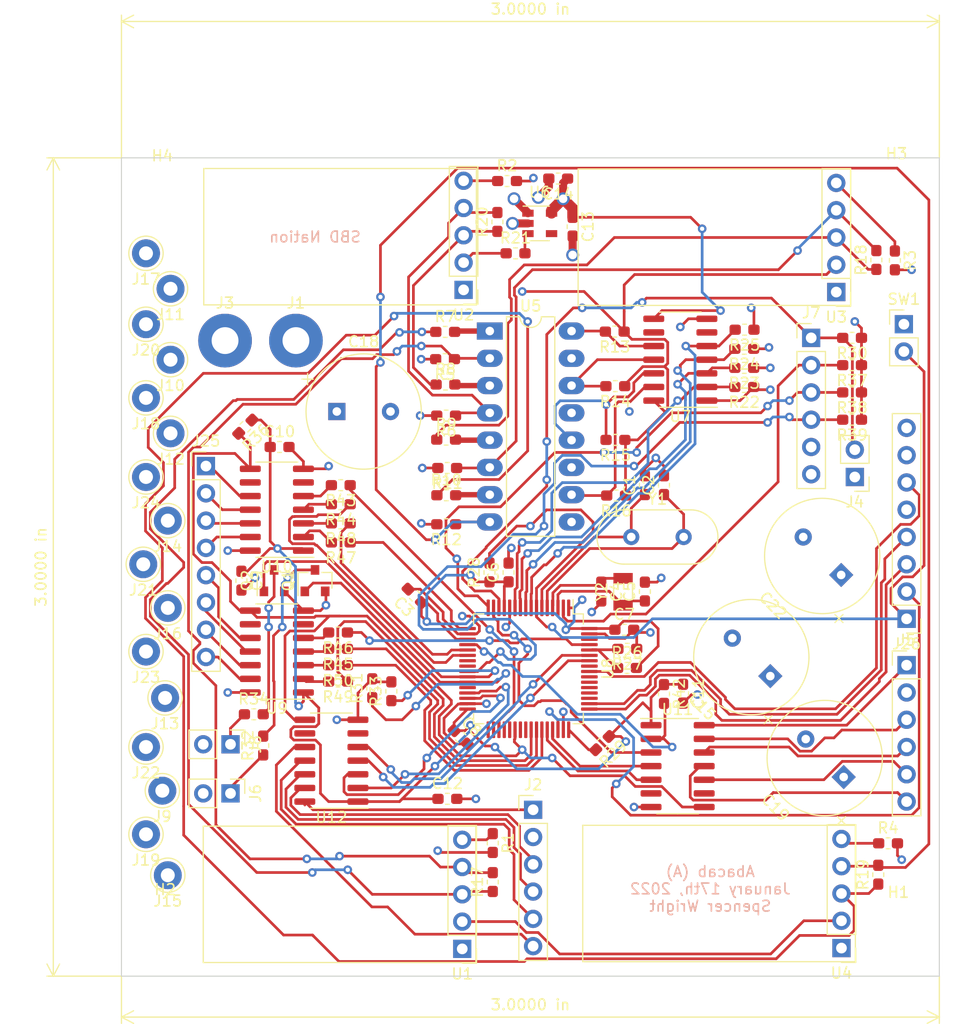
<source format=kicad_pcb>
(kicad_pcb (version 20211014) (generator pcbnew)
  (layers (0 "F.Cu" signal) (1 "In1.Cu" power "PWR.Cu") (2 "In2.Cu" power "GND.Cu") (31 "B.Cu" signal) (34 "B.Paste" user) (35 "F.Paste" user) (36 "B.SilkS" user "B.Silkscreen") (37 "F.SilkS" user "F.Silkscreen") (38 "B.Mask" user) (39 "F.Mask" user) (44 "Edge.Cuts" user))
  (net 0 "")
  (net 1 "GND")
  (net 2 "/Sheet6227BA78/XTAL1_HI")
  (net 3 "/Sheet6227BA78/XTAL2_HI")
  (net 4 "+1V8")
  (net 5 "/Sheet6227BA78/XTAL1")
  (net 6 "/Sheet6227BA78/XTAL2")
  (net 7 "+5V")
  (net 8 "/Sheet6227BA78/I2C_UART_VREF")
  (net 9 "/Sheet6227BA78/I2C2_SCL_SHIFTED")
  (net 10 "/Sheet6227BA78/I2C2_SDA_SHIFTED")
  (net 11 "/Sheet6227BA78/USART1_TX_SHIFTED")
  (net 12 "/Sheet6227BA78/USART1_RX_SHIFTED")
  (net 13 "/Sheet6227BA78/WKUP1")
  (net 14 "/Sheet6227BA78/SPI_VREF")
  (net 15 "/Sheet6227BA78/SPI1_CSN_SHIFTED")
  (net 16 "/Sheet6227BA78/SPI1_SCK_SHIFTED")
  (net 17 "/Sheet6227BA78/SPI1_MISO_SHIFTED")
  (net 18 "/Sheet6227BA78/SPI1_MOSI_SHIFTED")
  (net 19 "Net-(J6-Pad1)")
  (net 20 "/Sheet6227BA78/WKUP5")
  (net 21 "/Sheet6227BA78/WKUP4")
  (net 22 "/Sheet6227BA78/WKUP2")
  (net 23 "Net-(J8-Pad1)")
  (net 24 "/Sheet6227BA78/LED_STRIP_OUT_1_SHIFTED")
  (net 25 "/Sheet6227BA78/LED_STRIP_OUT_2_SHIFTED")
  (net 26 "/Sheet6227BA78/LED_STRIP_OUT_3_SHIFTED")
  (net 27 "/Sheet6227BA78/LED_STRIP_OUT_4_SHIFTED")
  (net 28 "/Sheet6227BA78/LED_STRIP_OUT_5_SHIFTED")
  (net 29 "/Sheet6227BA78/LED_STRIP_OUT_6_SHIFTED")
  (net 30 "/Sheet6227BA78/LED_STRIP_OUT_7_SHIFTED")
  (net 31 "/Sheet6227BA78/LED_STRIP_OUT_8_SHIFTED")
  (net 32 "Net-(Q1-Pad3)")
  (net 33 "/Sheet6227BA78/LED_GREEN")
  (net 34 "/Sheet6227BA78/LED_RED")
  (net 35 "Net-(Q2-Pad3)")
  (net 36 "Net-(R1-Pad1)")
  (net 37 "Net-(R2-Pad1)")
  (net 38 "Net-(R3-Pad1)")
  (net 39 "Net-(R4-Pad1)")
  (net 40 "/OUT_1_N")
  (net 41 "/OUT_2_N")
  (net 42 "/OUT_1_P")
  (net 43 "Net-(R7-Pad2)")
  (net 44 "Net-(R8-Pad2)")
  (net 45 "/OUT_2_P")
  (net 46 "/OUT_3_P")
  (net 47 "Net-(R9-Pad2)")
  (net 48 "Net-(R10-Pad2)")
  (net 49 "/OUT_4_P")
  (net 50 "/OUT_3_N")
  (net 51 "/OUT_4_N")
  (net 52 "/INT_0")
  (net 53 "/INT_1")
  (net 54 "/INT_2")
  (net 55 "/INT_3")
  (net 56 "Net-(R21-Pad2)")
  (net 57 "Net-(R26-Pad1)")
  (net 58 "/Sheet6227BA78/NRST")
  (net 59 "Net-(R29-Pad2)")
  (net 60 "/Sheet6227BA78/LVL_SHIFTER_EN")
  (net 61 "/Sheet6227BA78/SPI1_CSN")
  (net 62 "Net-(U6-Pad4)")
  (net 63 "Net-(U7-Pad9)")
  (net 64 "Net-(U7-Pad6)")
  (net 65 "/Sheet6227BA78/SPI1_SCK")
  (net 66 "/Sheet6227BA78/LED_STRIP_OUT_1")
  (net 67 "/Sheet6227BA78/LED_STRIP_OUT_2")
  (net 68 "/Sheet6227BA78/LED_STRIP_OUT_3")
  (net 69 "Net-(U8-Pad23)")
  (net 70 "Net-(U8-Pad24)")
  (net 71 "Net-(U8-Pad28)")
  (net 72 "/Sheet6227BA78/I2C2_SCL")
  (net 73 "/Sheet6227BA78/I2C2_SDA")
  (net 74 "Net-(U8-Pad33)")
  (net 75 "Net-(U8-Pad34)")
  (net 76 "/Sheet6227BA78/LED_STRIP_OUT_4")
  (net 77 "Net-(U8-Pad36)")
  (net 78 "Net-(U8-Pad39)")
  (net 79 "Net-(U8-Pad40)")
  (net 80 "/Sheet6227BA78/LED_STRIP_OUT_5")
  (net 81 "/Sheet6227BA78/LED_STRIP_OUT_6")
  (net 82 "/Sheet6227BA78/LED_STRIP_OUT_7")
  (net 83 "/Sheet6227BA78/SPI1_MISO")
  (net 84 "/Sheet6227BA78/SPI1_MOSI")
  (net 85 "/Sheet6227BA78/SWDIO")
  (net 86 "/Sheet6227BA78/SWCLK")
  (net 87 "/Sheet6227BA78/TDI")
  (net 88 "Net-(U8-Pad51)")
  (net 89 "Net-(U8-Pad52)")
  (net 90 "Net-(U8-Pad53)")
  (net 91 "Net-(U8-Pad54)")
  (net 92 "Net-(U8-Pad55)")
  (net 93 "/Sheet6227BA78/NJTRST")
  (net 94 "Net-(U8-Pad57)")
  (net 95 "/Sheet6227BA78/USART1_TX")
  (net 96 "/Sheet6227BA78/USART1_RX")
  (net 97 "/Sheet6227BA78/LED_STRIP_OUT_8")
  (net 98 "Net-(U8-Pad62)")
  (net 99 "Net-(U9-Pad6)")
  (net 100 "Net-(U9-Pad9)")
  (net 101 "Net-(U10-Pad9)")
  (net 102 "Net-(U10-Pad6)")
  (net 103 "Net-(U11-Pad6)")
  (net 104 "Net-(U11-Pad9)")
  (net 105 "Net-(U12-Pad6)")
  (net 106 "Net-(U12-Pad9)")
  (net 107 "Net-(R43-Pad1)")
  (net 108 "Net-(R44-Pad1)")
  (net 109 "Net-(R45-Pad1)")
  (net 110 "Net-(R46-Pad1)")
  (net 111 "Net-(R47-Pad1)")
  (net 112 "Net-(R48-Pad1)")
  (net 113 "Net-(R49-Pad1)")
  (net 114 "Net-(R50-Pad1)")
  (net 115 "Net-(U8-Pad37)")
  (net 116 "Net-(J26-Pad5)")
  (net 117 "INT_3_SHIFTED")
  (net 118 "INT_2_SHIFTED")
  (net 119 "INT_1_SHIFTED")
  (net 120 "INT_0_SHIFTED")
  (footprint "Capacitor_SMD:C_0603_1608Metric_Pad1.05x0.95mm_HandSolder" (layer "F.Cu") (at 180.848 91.44 90)
    (fp_text reference "C1")
    (fp_text value "CP1_Small")
  )
  (footprint "Capacitor_SMD:C_0603_1608Metric_Pad1.05x0.95mm_HandSolder" (layer "F.Cu") (at 182.626 91.44 90)
    (fp_text reference "C2")
    (fp_text value "CP1_Small")
  )
  (footprint "Capacitor_SMD:C_0603_1608Metric_Pad1.05x0.95mm_HandSolder" (layer "F.Cu") (at 159.401282 101.743282 135)
    (fp_text reference "C3")
    (fp_text value "1u")
  )
  (footprint "Capacitor_SMD:C_0603_1608Metric_Pad1.05x0.95mm_HandSolder" (layer "F.Cu") (at 176.784 101.346 -90)
    (fp_text reference "C4")
    (fp_text value "CP1_Small")
  )
  (footprint "Capacitor_SMD:C_0603_1608Metric_Pad1.05x0.95mm_HandSolder" (layer "F.Cu") (at 180.848 101.346 90)
    (fp_text reference "C5")
    (fp_text value "CP1_Small")
  )
  (footprint "Capacitor_SMD:C_0603_1608Metric_Pad1.05x0.95mm_HandSolder" (layer "F.Cu") (at 168.148 99.568 90)
    (fp_text reference "C6")
    (fp_text value "0.1u")
  )
  (footprint "Capacitor_SMD:C_0603_1608Metric_Pad1.05x0.95mm_HandSolder" (layer "F.Cu") (at 178.928999 104.902)
    (fp_text reference "C7")
    (fp_text value "0.01u")
  )
  (footprint "Capacitor_SMD:C_0603_1608Metric_Pad1.05x0.95mm_HandSolder" (layer "F.Cu") (at 163.686718 114.918718 -45)
    (fp_text reference "C8")
    (fp_text value "10u")
  )
  (footprint "Capacitor_SMD:C_0603_1608Metric_Pad1.05x0.95mm_HandSolder" (layer "F.Cu") (at 143.256 100.33 -90)
    (fp_text reference "C9")
    (fp_text value "1u")
  )
  (footprint "Capacitor_SMD:C_0603_1608Metric_Pad1.05x0.95mm_HandSolder" (layer "F.Cu") (at 146.812 87.884)
    (fp_text reference "C10")
    (fp_text value "1u")
  )
  (footprint "Capacitor_SMD:C_0603_1608Metric_Pad1.05x0.95mm_HandSolder" (layer "F.Cu") (at 184.404 110.857 -90)
    (fp_text reference "C11")
    (fp_text value "1u")
  )
  (footprint "Capacitor_SMD:C_0603_1608Metric_Pad1.05x0.95mm_HandSolder" (layer "F.Cu") (at 162.447 120.65)
    (fp_text reference "C12")
    (fp_text value "1u")
  )
  (footprint "Capacitor_SMD:C_0603_1608Metric_Pad1.05x0.95mm_HandSolder" (layer "F.Cu") (at 174.117 67.3722 -90)
    (fp_text reference "C13")
    (fp_text value "1u")
  )
  (footprint "Capacitor_SMD:C_0603_1608Metric_Pad1.05x0.95mm_HandSolder" (layer "F.Cu") (at 172.7708 62.8904 180)
    (fp_text reference "C14")
    (fp_text value "10u")
  )
  (footprint "MountingHole:MountingHole_3mm" (layer "F.Cu") (at 204.47 133.35)
    (fp_text reference "H1")
    (fp_text value "MountingHole")
  )
  (footprint "MountingHole:MountingHole_3mm" (layer "F.Cu") (at 136.144 133.096)
    (fp_text reference "H2")
    (fp_text value "MountingHole")
  )
  (footprint "MountingHole:MountingHole_3mm" (layer "F.Cu") (at 204.2922 64.5668)
    (fp_text reference "H3")
    (fp_text value "MountingHole")
  )
  (footprint "MountingHole:MountingHole_3mm" (layer "F.Cu") (at 135.89 64.77)
    (fp_text reference "H4")
    (fp_text value "MountingHole")
  )
  (footprint "Connector_PinHeader_2.54mm:PinHeader_1x06_P2.54mm_Vertical" (layer "F.Cu") (at 170.434 121.666)
    (fp_text reference "J2")
    (fp_text value "Conn_01x06_Male")
  )
  (footprint "Connector_PinHeader_2.54mm:PinHeader_1x02_P2.54mm_Vertical" (layer "F.Cu") (at 200.406 90.678 180)
    (fp_text reference "J4")
    (fp_text value "Conn_01x02_Male")
  )
  (footprint "Connector_PinHeader_2.54mm:PinHeader_1x06_P2.54mm_Vertical" (layer "F.Cu") (at 205.232 108.204)
    (fp_text reference "J5")
    (fp_text value "Conn_01x06_Male")
  )
  (footprint "Connector_PinHeader_2.54mm:PinHeader_1x02_P2.54mm_Vertical" (layer "F.Cu") (at 142.24 120.142 -90)
    (fp_text reference "J6")
    (fp_text value "Conn_01x02_Male")
  )
  (footprint "Connector_PinHeader_2.54mm:PinHeader_1x06_P2.54mm_Vertical" (layer "F.Cu") (at 196.342 77.724)
    (fp_text reference "J7")
    (fp_text value "Conn_01x06_Male")
  )
  (footprint "Connector_PinHeader_2.54mm:PinHeader_1x02_P2.54mm_Vertical" (layer "F.Cu") (at 142.24 115.57 -90)
    (fp_text reference "J8")
    (fp_text value "Conn_01x02_Male")
  )
  (footprint "Connector_PinHeader_2.54mm:PinHeader_1x08_P2.54mm_Vertical" (layer "F.Cu") (at 139.954 89.662)
    (fp_text reference "J25")
    (fp_text value "Conn_01x08_Male")
  )
  (footprint "Package_TO_SOT_SMD:SOT-23" (layer "F.Cu") (at 150.114 100.33 90)
    (fp_text reference "Q1")
    (fp_text value "BSS138")
  )
  (footprint "Package_TO_SOT_SMD:SOT-23" (layer "F.Cu") (at 146.304 100.33 90)
    (fp_text reference "Q2")
    (fp_text value "BSS138")
  )
  (footprint "Resistor_SMD:R_0603_1608Metric_Pad1.05x0.95mm_HandSolder" (layer "F.Cu") (at 166.6748 124.7648 -90)
    (fp_text reference "R1")
    (fp_text value "DNI")
  )
  (footprint "Resistor_SMD:R_0603_1608Metric_Pad1.05x0.95mm_HandSolder" (layer "F.Cu") (at 168.007 63.119)
    (fp_text reference "R2")
    (fp_text value "DNI")
  )
  (footprint "Resistor_SMD:R_0603_1608Metric_Pad1.05x0.95mm_HandSolder" (layer "F.Cu") (at 204.1398 70.5104 -90)
    (fp_text reference "R3")
    (fp_text value "DNI")
  )
  (footprint "Resistor_SMD:R_0603_1608Metric_Pad1.05x0.95mm_HandSolder" (layer "F.Cu") (at 203.5048 124.7902)
    (fp_text reference "R4")
    (fp_text value "DNI")
  )
  (footprint "Resistor_SMD:R_0603_1608Metric_Pad1.05x0.95mm_HandSolder" (layer "F.Cu") (at 162.2298 79.7052 180)
    (fp_text reference "R5")
    (fp_text value "DNI")
  )
  (footprint "Resistor_SMD:R_0603_1608Metric_Pad1.05x0.95mm_HandSolder" (layer "F.Cu") (at 162.3314 84.963 180)
    (fp_text reference "R6")
    (fp_text value "DNI")
  )
  (footprint "Resistor_SMD:R_0603_1608Metric_Pad1.05x0.95mm_HandSolder" (layer "F.Cu") (at 162.2438 77.1652)
    (fp_text reference "R7")
    (fp_text value "1k")
  )
  (footprint "Resistor_SMD:R_0603_1608Metric_Pad1.05x0.95mm_HandSolder" (layer "F.Cu") (at 162.2692 82.0674)
    (fp_text reference "R8")
    (fp_text value "1k")
  )
  (footprint "Resistor_SMD:R_0603_1608Metric_Pad1.05x0.95mm_HandSolder" (layer "F.Cu") (at 162.3314 87.1982)
    (fp_text reference "R9")
    (fp_text value "1k")
  )
  (footprint "Resistor_SMD:R_0603_1608Metric_Pad1.05x0.95mm_HandSolder" (layer "F.Cu") (at 162.3454 92.3798)
    (fp_text reference "R10")
    (fp_text value "1k")
  )
  (footprint "Resistor_SMD:R_0603_1608Metric_Pad1.05x0.95mm_HandSolder" (layer "F.Cu") (at 162.433 89.8398 180)
    (fp_text reference "R11")
    (fp_text value "DNI")
  )
  (footprint "Resistor_SMD:R_0603_1608Metric_Pad1.05x0.95mm_HandSolder" (layer "F.Cu") (at 162.34 95.08 180)
    (fp_text reference "R12")
    (fp_text value "DNI")
  )
  (footprint "Resistor_SMD:R_0603_1608Metric_Pad1.05x0.95mm_HandSolder" (layer "F.Cu") (at 178.04 77.1398 180)
    (fp_text reference "R13")
    (fp_text value "10k")
  )
  (footprint "Resistor_SMD:R_0603_1608Metric_Pad1.05x0.95mm_HandSolder" (layer "F.Cu") (at 178.0908 82.2198 180)
    (fp_text reference "R14")
    (fp_text value "10k")
  )
  (footprint "Resistor_SMD:R_0603_1608Metric_Pad1.05x0.95mm_HandSolder" (layer "F.Cu") (at 178.1048 87.2236 180)
    (fp_text reference "R15")
    (fp_text value "10k")
  )
  (footprint "Resistor_SMD:R_0603_1608Metric_Pad1.05x0.95mm_HandSolder" (layer "F.Cu") (at 178.167 92.4052 180)
    (fp_text reference "R16")
    (fp_text value "10k")
  )
  (footprint "Resistor_SMD:R_0603_1608Metric_Pad1.05x0.95mm_HandSolder" (layer "F.Cu") (at 166.6748 128.397 90)
    (fp_text reference "R17")
    (fp_text value "10k")
  )
  (footprint "Resistor_SMD:R_0603_1608Metric_Pad1.05x0.95mm_HandSolder" (layer "F.Cu") (at 202.4126 70.471 90)
    (fp_text reference "R18")
    (fp_text value "DNI")
  )
  (footprint "Resistor_SMD:R_0603_1608Metric_Pad1.05x0.95mm_HandSolder" (layer "F.Cu") (at 202.5904 127.7112 90)
    (fp_text reference "R19")
    (fp_text value "10k")
  )
  (footprint "Resistor_SMD:R_0603_1608Metric_Pad1.05x0.95mm_HandSolder" (layer "F.Cu") (at 167.1066 66.929 90)
    (fp_text reference "R20")
    (fp_text value "10k")
  )
  (footprint "Resistor_SMD:R_0603_1608Metric_Pad1.05x0.95mm_HandSolder" (layer "F.Cu") (at 168.797 69.85)
    (fp_text reference "R21")
    (fp_text value "10k")
  )
  (footprint "Resistor_SMD:R_0603_1608Metric_Pad1.05x0.95mm_HandSolder" (layer "F.Cu") (at 190.105 82.296 180)
    (fp_text reference "R22")
    (fp_text value "DNI")
  )
  (footprint "Resistor_SMD:R_0603_1608Metric_Pad1.05x0.95mm_HandSolder" (layer "F.Cu") (at 190.105 80.518 180)
    (fp_text reference "R23")
    (fp_text value "DNI")
  )
  (footprint "Resistor_SMD:R_0603_1608Metric_Pad1.05x0.95mm_HandSolder" (layer "F.Cu") (at 190.105 78.74 180)
    (fp_text reference "R24")
    (fp_text value "DNI")
  )
  (footprint "Resistor_SMD:R_0603_1608Metric_Pad1.05x0.95mm_HandSolder" (layer "F.Cu") (at 190.133 76.962 180)
    (fp_text reference "R25")
    (fp_text value "DNI")
  )
  (footprint "Resistor_SMD:R_0603_1608Metric_Pad1.05x0.95mm_HandSolder" (layer "F.Cu") (at 179.183 108.458)
    (fp_text reference "R26")
    (fp_text value "DNI")
  )
  (footprint "Resistor_SMD:R_0603_1608Metric_Pad1.05x0.95mm_HandSolder" (layer "F.Cu") (at 179.211 106.68 180)
    (fp_text reference "R27")
    (fp_text value "10k")
  )
  (footprint "Resistor_SMD:R_0603_1608Metric_Pad1.05x0.95mm_HandSolder" (layer "F.Cu") (at 166.37 99.568 90)
    (fp_text reference "R28")
    (fp_text value "100k")
  )
  (footprint "Resistor_SMD:R_0603_1608Metric_Pad1.05x0.95mm_HandSolder" (layer "F.Cu") (at 176.894718 115.459282 -135)
    (fp_text reference "R29")
    (fp_text value "0")
  )
  (footprint "Resistor_SMD:R_0603_1608Metric_Pad1.05x0.95mm_HandSolder" (layer "F.Cu") (at 200.152 77.724 180)
    (fp_text reference "R30")
    (fp_text value "1k")
  )
  (footprint "Resistor_SMD:R_0603_1608Metric_Pad1.05x0.95mm_HandSolder" (layer "F.Cu") (at 155.448 110.349 90)
    (fp_text reference "R31")
    (fp_text value "100k")
  )
  (footprint "Resistor_SMD:R_0603_1608Metric_Pad1.05x0.95mm_HandSolder" (layer "F.Cu") (at 145.288 115.683 90)
    (fp_text reference "R32")
    (fp_text value "1k")
  )
  (footprint "Resistor_SMD:R_0603_1608Metric_Pad1.05x0.95mm_HandSolder" (layer "F.Cu") (at 157.226 110.631 90)
    (fp_text reference "R33")
    (fp_text value "100k")
  )
  (footprint "Resistor_SMD:R_0603_1608Metric_Pad1.05x0.95mm_HandSolder" (layer "F.Cu") (at 144.413 112.776)
    (fp_text reference "R34")
    (fp_text value "1k")
  )
  (footprint "Resistor_SMD:R_0603_1608Metric_Pad1.05x0.95mm_HandSolder" (layer "F.Cu") (at 143.620718 85.995282 -135)
    (fp_text reference "R36")
    (fp_text value "100k")
  )
  (footprint "Resistor_SMD:R_0603_1608Metric_Pad1.05x0.95mm_HandSolder" (layer "F.Cu") (at 200.152 80.264 180)
    (fp_text reference "R37")
    (fp_text value "10k")
  )
  (footprint "Resistor_SMD:R_0603_1608Metric_Pad1.05x0.95mm_HandSolder" (layer "F.Cu") (at 200.152 82.804 180)
    (fp_text reference "R38")
    (fp_text value "10k")
  )
  (footprint "Resistor_SMD:R_0603_1608Metric_Pad1.05x0.95mm_HandSolder" (layer "F.Cu") (at 200.152 85.344 180)
    (fp_text reference "R39")
    (fp_text value "10k")
  )
  (footprint "Resistor_SMD:R_0603_1608Metric_Pad1.05x0.95mm_HandSolder" (layer "F.Cu") (at 182.626 110.885 -90)
    (fp_text reference "R42")
    (fp_text value "100k")
  )
  (footprint "Connector_PinHeader_2.54mm:PinHeader_1x02_P2.54mm_Vertical" (layer "F.Cu") (at 204.978 76.454)
    (fp_text reference "SW1")
    (fp_text value "SW_Push")
  )
  (footprint "Connector_PinHeader_2.54mm:PinHeader_1x05_P2.54mm_Vertical" (layer "F.Cu") (at 163.83 134.62 180)
    (fp_text reference "U1")
    (fp_text value "receiver_433MHz")
  )
  (footprint "Connector_PinHeader_2.54mm:PinHeader_1x05_P2.54mm_Vertical" (layer "F.Cu") (at 163.957 73.2536 180)
    (fp_text reference "U2")
    (fp_text value "receiver_433MHz")
  )
  (footprint "Connector_PinHeader_2.54mm:PinHeader_1x05_P2.54mm_Vertical" (layer "F.Cu") (at 198.6788 73.4568 180)
    (fp_text reference "U3")
    (fp_text value "receiver_433MHz")
  )
  (footprint "Connector_PinHeader_2.54mm:PinHeader_1x05_P2.54mm_Vertical" (layer "F.Cu") (at 199.1614 134.5438 180)
    (fp_text reference "U4")
    (fp_text value "receiver_433MHz")
  )
  (footprint "Package_DIP:DIP-16_W7.62mm_LongPads" (layer "F.Cu") (at 166.3954 77.089)
    (fp_text reference "U5")
    (fp_text value "PS2501-4")
  )
  (footprint "Package_TO_SOT_SMD:SOT-23-5" (layer "F.Cu") (at 171.0514 67.0662)
    (fp_text reference "U6")
    (fp_text value "LD39015M18R")
  )
  (footprint "Package_SO:SOIC-14_3.9x8.7mm_P1.27mm" (layer "F.Cu") (at 184.15 79.756 180)
    (fp_text reference "U7")
    (fp_text value "TXB0104D")
  )
  (footprint "Package_QFP:LQFP-64_10x10mm_P0.5mm" (layer "F.Cu") (at 170 108.54 -90)
    (fp_text reference "U8")
    (fp_text value "STM32L431RCTx")
  )
  (footprint "Package_SO:SOIC-14_3.9x8.7mm_P1.27mm" (layer "F.Cu") (at 146.558 106.934 180)
    (fp_text reference "U9")
    (fp_text value "TXB0104D")
  )
  (footprint "Package_SO:SOIC-14_3.9x8.7mm_P1.27mm" (layer "F.Cu") (at 146.558 93.726 180)
    (fp_text reference "U10")
    (fp_text value "TXB0104D")
  )
  (footprint "Package_SO:SOIC-14_3.9x8.7mm_P1.27mm" (layer "F.Cu") (at 183.896 117.602)
    (fp_text reference "U11")
    (fp_text value "TXB0104D")
  )
  (footprint "Package_SO:SOIC-14_3.9x8.7mm_P1.27mm" (layer "F.Cu") (at 151.638 117.094 180)
    (fp_text reference "U12")
    (fp_text value "TXB0104D")
  )
  (footprint "Crystal:Crystal_HC49-U_Vertical" (layer "F.Cu") (at 179.578 96.266)
    (fp_text reference "Y1")
    (fp_text value "Crystal")
  )
  (footprint "Crystal:Crystal_SMD_3215-2Pin_3.2x1.5mm" (layer "F.Cu") (at 178.816 101.366 90)
    (fp_text reference "Y2")
    (fp_text value "Crystal")
  )
  (footprint "Resistor_SMD:R_0603_1608Metric_Pad1.05x0.95mm_HandSolder" (layer "F.Cu") (at 152.513 91.44 180)
    (fp_text reference "R43")
    (fp_text value "1k")
  )
  (footprint "Resistor_SMD:R_0603_1608Metric_Pad1.05x0.95mm_HandSolder" (layer "F.Cu") (at 152.513 93.218 180)
    (fp_text reference "R44")
    (fp_text value "1k")
  )
  (footprint "Resistor_SMD:R_0603_1608Metric_Pad1.05x0.95mm_HandSolder" (layer "F.Cu") (at 152.259 106.68 180)
    (fp_text reference "R45")
    (fp_text value "1k")
  )
  (footprint "Resistor_SMD:R_0603_1608Metric_Pad1.05x0.95mm_HandSolder" (layer "F.Cu") (at 152.259 105.156 180)
    (fp_text reference "R46")
    (fp_text value "1k")
  )
  (footprint "Resistor_SMD:R_0603_1608Metric_Pad1.05x0.95mm_HandSolder" (layer "F.Cu") (at 152.513 96.774 180)
    (fp_text reference "R47")
    (fp_text value "1k")
  )
  (footprint "Resistor_SMD:R_0603_1608Metric_Pad1.05x0.95mm_HandSolder" (layer "F.Cu") (at 152.513 94.996 180)
    (fp_text reference "R48")
    (fp_text value "1k")
  )
  (footprint "Resistor_SMD:R_0603_1608Metric_Pad1.05x0.95mm_HandSolder" (layer "F.Cu") (at 152.259 109.728 180)
    (fp_text reference "R49")
    (fp_text value "1k")
  )
  (footprint "Resistor_SMD:R_0603_1608Metric_Pad1.05x0.95mm_HandSolder" (layer "F.Cu") (at 152.259 108.204 180)
    (fp_text reference "R50")
    (fp_text value "1k")
  )
  (footprint "Connector_PinHeader_2.54mm:PinHeader_1x08_P2.54mm_Vertical" (layer "F.Cu") (at 205.232 103.886 180)
    (fp_text reference "J26")
    (fp_text value "Conn_01x08_Male")
  )
  (footprint "Capacitor_THT:CP_Radial_Tantal_D10.5mm_P5.00mm" (layer "F.Cu") (at 192.532 109.22 135)
    (fp_text reference "C15")
    (fp_text value "DNI")
  )
  (footprint "Capacitor_THT:CP_Radial_Tantal_D10.5mm_P5.00mm" (layer "F.Cu") (at 152.146 84.582)
    (fp_text reference "C18")
    (fp_text value "DNI")
  )
  (footprint "Capacitor_THT:CP_Radial_Tantal_D10.5mm_P5.00mm" (layer "F.Cu") (at 199.369534 118.618 135)
    (fp_text reference "C19")
    (fp_text value "DNI")
  )
  (footprint "Capacitor_THT:CP_Radial_Tantal_D10.5mm_P5.00mm" (layer "F.Cu") (at 199.136 99.801534 135)
    (fp_text reference "C22")
    (fp_text value "DNI")
  )
  (footprint "Connector_Pin:Pin_D1.3mm_L11.0mm" (layer "F.Cu") (at 135.89 119.888)
    (fp_text reference "J9")
    (fp_text value "Conn_01x01_Male")
  )
  (footprint "Connector_Pin:Pin_D1.3mm_L11.0mm" (layer "F.Cu") (at 136.652 79.756)
    (fp_text reference "J10")
    (fp_text value "Conn_01x01_Male")
  )
  (footprint "Connector_Pin:Pin_D1.3mm_L11.0mm" (layer "F.Cu") (at 136.652 73.152)
    (fp_text reference "J11")
    (fp_text value "Conn_01x01_Male")
  )
  (footprint "Connector_Pin:Pin_D1.3mm_L11.0mm" (layer "F.Cu") (at 136.652 86.614)
    (fp_text reference "J12")
    (fp_text value "Conn_01x01_Male")
  )
  (footprint "Connector_Pin:Pin_D1.3mm_L11.0mm" (layer "F.Cu") (at 136.144 111.252)
    (fp_text reference "J13")
    (fp_text value "Conn_01x01_Male")
  )
  (footprint "Connector_Pin:Pin_D1.3mm_L11.0mm" (layer "F.Cu") (at 136.398 94.742)
    (fp_text reference "J14")
    (fp_text value "Conn_01x01_Male")
  )
  (footprint "Connector_Pin:Pin_D1.3mm_L11.0mm" (layer "F.Cu") (at 136.398 127.762)
    (fp_text reference "J15")
    (fp_text value "Conn_01x01_Male")
  )
  (footprint "Connector_Pin:Pin_D1.3mm_L11.0mm" (layer "F.Cu") (at 136.398 102.87)
    (fp_text reference "J16")
    (fp_text value "Conn_01x01_Male")
  )
  (footprint "Connector_Pin:Pin_D1.3mm_L11.0mm" (layer "F.Cu") (at 134.366 69.85)
    (fp_text reference "J17")
    (fp_text value "Conn_01x01_Male")
  )
  (footprint "Connector_Pin:Pin_D1.3mm_L11.0mm" (layer "F.Cu") (at 134.366 83.312)
    (fp_text reference "J18")
    (fp_text value "Conn_01x01_Male")
  )
  (footprint "Connector_Pin:Pin_D1.3mm_L11.0mm" (layer "F.Cu") (at 134.366 123.952)
    (fp_text reference "J19")
    (fp_text value "Conn_01x01_Male")
  )
  (footprint "Connector_Pin:Pin_D1.3mm_L11.0mm" (layer "F.Cu") (at 134.366 76.454)
    (fp_text reference "J20")
    (fp_text value "Conn_01x01_Male")
  )
  (footprint "Connector_Pin:Pin_D1.3mm_L11.0mm" (layer "F.Cu") (at 134.112 98.806)
    (fp_text reference "J21")
    (fp_text value "Conn_01x01_Male")
  )
  (footprint "Connector_Pin:Pin_D1.3mm_L11.0mm" (layer "F.Cu") (at 134.366 115.824)
    (fp_text reference "J22")
    (fp_text value "Conn_01x01_Male")
  )
  (footprint "Connector_Pin:Pin_D1.3mm_L11.0mm" (layer "F.Cu") (at 134.366 106.934)
    (fp_text reference "J23")
    (fp_text value "Conn_01x01_Male")
  )
  (footprint "Connector_Pin:Pin_D1.3mm_L11.0mm" (layer "F.Cu") (at 134.366 90.678)
    (fp_text reference "J24")
    (fp_text value "Conn_01x01_Male")
  )
  (footprint "MountingHole:MountingHole_2.5mm_Pad" (layer "F.Cu") (at 141.732 77.978)
    (fp_text reference "J3")
    (fp_text value "Conn_01x01_Male")
  )
  (footprint "MountingHole:MountingHole_2.5mm_Pad" (layer "F.Cu") (at 148.336 77.978)
    (fp_text reference "J1")
    (fp_text value "Conn_01x01_Male")
  )
  (gr_line (start 165.1508 74.6506) (end 165.1508 61.9506) (layer "F.SilkS") (width 0.12))
  (gr_line (start 139.7508 61.9506) (end 139.7508 74.6506) (layer "F.SilkS") (width 0.12))
  (gr_line (start 139.7508 74.6506) (end 165.1508 74.6506) (layer "F.SilkS") (width 0.12))
  (gr_line (start 165.1508 61.9506) (end 139.7508 61.9506) (layer "F.SilkS") (width 0.12))
  (gr_line (start 165.1 135.89) (end 165.1 123.19) (layer "F.SilkS") (width 0.12))
  (gr_line (start 139.7 123.19) (end 139.7 135.89) (layer "F.SilkS") (width 0.12))
  (gr_line (start 139.7 135.89) (end 165.1 135.89) (layer "F.SilkS") (width 0.12))
  (gr_line (start 165.1 123.19) (end 139.7 123.19) (layer "F.SilkS") (width 0.12))
  (gr_line (start 175.0568 123.1138) (end 175.0568 135.8138) (layer "F.SilkS") (width 0.12))
  (gr_line (start 174.625 62.0014) (end 174.625 74.7014) (layer "F.SilkS") (width 0.12))
  (gr_line (start 200.4568 135.8138) (end 200.4568 123.1138) (layer "F.SilkS") (width 0.12))
  (gr_line (start 175.0568 135.8138) (end 200.4568 135.8138) (layer "F.SilkS") (width 0.12))
  (gr_line (start 200.4568 123.1138) (end 175.0568 123.1138) (layer "F.SilkS") (width 0.12))
  (gr_line (start 200.025 62.0014) (end 174.625 62.0014) (layer "F.SilkS") (width 0.12))
  (gr_line (start 174.625 74.7014) (end 200.025 74.7014) (layer "F.SilkS") (width 0.12))
  (gr_line (start 200.025 74.7014) (end 200.025 62.0014) (layer "F.SilkS") (width 0.12))
  (gr_line (start 132.08 60.96) (end 208.28 60.96) (layer "Edge.Cuts") (width 0.1))
  (gr_line (start 132.08 137.16) (end 132.08 60.96) (layer "Edge.Cuts") (width 0.1))
  (gr_line (start 208.28 137.16) (end 132.08 137.16) (layer "Edge.Cuts") (width 0.1))
  (gr_line (start 208.28 60.96) (end 208.28 137.16) (layer "Edge.Cuts") (width 0.1))
  (gr_text "Abacab (A)\nJanuary 17th, 2022\nSpencer Wright" (at 186.944 129.032) (layer "B.SilkS") (effects (font (size 1 1)) (justify mirror)))
  (gr_text "SBD Nation" (at 150.114 68.326) (layer "B.SilkS") (effects (font (size 1 1)) (justify mirror)))
  (dimension (type aligned) (layer "F.SilkS") (pts (xy 132.08 137.16) (xy 132.08 60.96)) (height -6.35) (gr_text "3.0000 in" (at 124.58 99.06 90) (layer "F.SilkS") (effects (font (size 1 1) (thickness 0.15)))) (format (units 0) (units_format 1) (precision 4)) (style (thickness 0.12) (arrow_length 1.27) (text_position_mode 0) (extension_height 0.58642) (extension_offset 0) keep_text_aligned))
  (dimension (type aligned) (layer "F.SilkS") (pts (xy 208.28 137.16) (xy 132.08 137.16)) (height -3.81) (gr_text "3.0000 in" (at 170.18 139.82) (layer "F.SilkS") (effects (font (size 1 1) (thickness 0.15)))) (format (units 0) (units_format 1) (precision 4)) (style (thickness 0.12) (arrow_length 1.27) (text_position_mode 0) (extension_height 0.58642) (extension_offset 0) keep_text_aligned))
  (dimension (type aligned) (layer "F.SilkS") (pts (xy 208.28 60.96) (xy 132.08 60.96)) (height 12.7) (gr_text "3.0000 in" (at 170.18 47.11) (layer "F.SilkS") (effects (font (size 1 1) (thickness 0.15)))) (format (units 0) (units_format 1) (precision 4)) (style (thickness 0.12) (arrow_length 1.27) (text_position_mode 0) (extension_height 0.58642) (extension_offset 0) keep_text_aligned))
  (segment (start 205.7006 71.3854) (end 205.7006 71.3854) (width 0.25) (layer "F.Cu") (net 1))
  (segment (start 170.4594 62.8396) (end 170.4594 62.8396) (width 0.25) (layer "F.Cu") (net 1))
  (segment (start 204.7748 126.3142) (end 204.7748 126.3142) (width 0.25) (layer "F.Cu") (net 1))
  (segment (start 168.5138 67.0662) (end 168.5138 67.0662) (width 0.75) (layer "F.Cu") (net 1))
  (segment (start 170.9166 64.643) (end 170.9166 64.643) (width 0.75) (layer "F.Cu") (net 1))
  (segment (start 174.117 70.0024) (end 174.117 70.0532) (width 0.75) (layer "F.Cu") (net 1))
  (segment (start 179.4 84.58) (end 179.38 84.6) (width 0.25) (layer "F.Cu") (net 1))
  (segment (start 159.907 84.963) (end 159.907 84.963) (width 0.25) (layer "F.Cu") (net 1))
  (segment (start 160.1102 89.8398) (end 159.8202 89.8398) (width 0.25) (layer "F.Cu") (net 1))
  (segment (start 151.13 102.616) (end 151.13 102.616) (width 0.25) (layer "F.Cu") (net 1))
  (segment (start 151.384 89.662) (end 151.384 89.662) (width 0.25) (layer "F.Cu") (net 1))
  (segment (start 166.086 111.79) (end 166.086 111.79) (width 0.25) (layer "F.Cu") (net 1))
  (segment (start 173.25 112.544) (end 173.25 112.544) (width 0.25) (layer "F.Cu") (net 1))
  (segment (start 167.894 104.648) (end 167.894 104.648) (width 0.25) (layer "F.Cu") (net 1))
  (segment (start 160.02 94.996) (end 160.02 94.996) (width 0.25) (layer "F.Cu") (net 1))
  (segment (start 181.864 88.9) (end 181.864 88.9) (width 0.25) (layer "F.Cu") (net 1))
  (segment (start 175.895 103.251) (end 175.768 103.378) (width 0.25) (layer "F.Cu") (net 1))
  (segment (start 165.1 120.65) (end 165.1 120.65) (width 0.25) (layer "F.Cu") (net 1))
  (segment (start 144.526 100.076) (end 144.526 100.076) (width 0.25) (layer "F.Cu") (net 1))
  (segment (start 185.74001 110.93199) (end 185.74001 110.93199) (width 0.25) (layer "F.Cu") (net 1))
  (segment (start 184.15 76.708) (end 184.15 76.708) (width 0.25) (layer "F.Cu") (net 1))
  (segment (start 168.402 97.282) (end 168.402 97.282) (width 0.25) (layer "F.Cu") (net 1))
  (segment (start 171.8958 62.8904) (end 171.8958 63.486) (width 0.75) (layer "F.Cu") (net 1))
  (segment (start 184.404 111.732) (end 185.20401 110.93199) (width 0.25) (layer "F.Cu") (net 1))
  (segment (start 163.322 120.65) (end 165.1 120.65) (width 0.25) (layer "F.Cu") (net 1))
  (segment (start 163.174048 115.537436) (end 162.134259 114.497647) (width 0.25) (layer "F.Cu") (net 1))
  (segment (start 177.121489 105.29) (end 177.533499 105.70201) (width 0.25) (layer "F.Cu") (net 1))
  (segment (start 143.397 101.205) (end 144.526 100.076) (width 0.25) (layer "F.Cu") (net 1))
  (segment (start 181.421 121.412) (end 179.832 121.412) (width 0.25) (layer "F.Cu") (net 1))
  (segment (start 149.033 103.124) (end 150.622 103.124) (width 0.25) (layer "F.Cu") (net 1))
  (segment (start 168.148 98.693) (end 168.148 97.536) (width 0.25) (layer "F.Cu") (net 1))
  (segment (start 164.325 111.79) (end 166.086 111.79) (width 0.25) (layer "F.Cu") (net 1))
  (segment (start 160.104 95.08) (end 160.02 94.996) (width 0.25) (layer "F.Cu") (net 1))
  (segment (start 175.648 105.29) (end 175.62301 105.26501) (width 0.25) (layer "F.Cu") (net 1))
  (segment (start 179.578 105.127999) (end 179.803999 104.902) (width 0.25) (layer "F.Cu") (net 1))
  (segment (start 168.148 97.536) (end 168.402 97.282) (width 0.25) (layer "F.Cu") (net 1))
  (segment (start 170.18 63.119) (end 170.4594 62.8396) (width 0.25) (layer "F.Cu") (net 1))
  (segment (start 176.784 102.221) (end 176.784 102.362) (width 0.25) (layer "F.Cu") (net 1))
  (segment (start 162.134259 113.140039) (end 163.459308 111.81499) (width 0.25) (layer "F.Cu") (net 1))
  (segment (start 161.558 89.8398) (end 160.1102 89.8398) (width 0.25) (layer "F.Cu") (net 1))
  (segment (start 184.912 75.946) (end 184.15 76.708) (width 0.25) (layer "F.Cu") (net 1))
  (segment (start 154.113 113.284) (end 154.113 110.809) (width 0.25) (layer "F.Cu") (net 1))
  (segment (start 175.675 105.29) (end 177.121489 105.29) (width 0.25) (layer "F.Cu") (net 1))
  (segment (start 168.882 63.119) (end 170.18 63.119) (width 0.25) (layer "F.Cu") (net 1))
  (segment (start 165.165702 105.29) (end 165.42501 105.030692) (width 0.25) (layer "F.Cu") (net 1))
  (segment (start 176.784 102.362) (end 175.895 103.251) (width 0.25) (layer "F.Cu") (net 1))
  (segment (start 164.507702 103.632) (end 163.83 103.632) (width 0.25) (layer "F.Cu") (net 1))
  (segment (start 149.033 89.23) (end 147.687 87.884) (width 0.25) (layer "F.Cu") (net 1))
  (segment (start 181.977 100.471) (end 182.372 100.076) (width 0.25) (layer "F.Cu") (net 1))
  (segment (start 164.305436 115.537436) (end 163.174048 115.537436) (width 0.25) (layer "F.Cu") (net 1))
  (segment (start 163.459308 111.81499) (end 164.30001 111.81499) (width 0.25) (layer "F.Cu") (net 1))
  (segment (start 149.033 89.916) (end 149.033 89.23) (width 0.25) (layer "F.Cu") (net 1))
  (segment (start 164.30001 111.81499) (end 164.325 111.79) (width 0.25) (layer "F.Cu") (net 1))
  (segment (start 162.052 103.92841) (end 162.052 103.262612) (width 0.25) (layer "F.Cu") (net 1))
  (segment (start 161.7078 125.6398) (end 161.544 125.476) (width 0.25) (layer "F.Cu") (net 1))
  (segment (start 204.3798 124.7902) (end 204.3798 125.9192) (width 0.25) (layer "F.Cu") (net 1))
  (segment (start 180.848 89.916) (end 181.864 88.9) (width 0.25) (layer "F.Cu") (net 1))
  (segment (start 171.8958 63.6638) (end 170.9166 64.643) (width 0.75) (layer "F.Cu") (net 1))
  (segment (start 157.226 109.756) (end 155.73 109.756) (width 0.25) (layer "F.Cu") (net 1))
  (segment (start 180.086 106.68) (end 180.086 105.184001) (width 0.25) (layer "F.Cu") (net 1))
  (segment (start 161.4564 84.963) (end 159.907 84.963) (width 0.25) (layer "F.Cu") (net 1))
  (segment (start 173.25 114.215) (end 173.25 112.544) (width 0.25) (layer "F.Cu") (net 1))
  (segment (start 180.057999 105.156) (end 179.803999 104.902) (width 0.25) (layer "F.Cu") (net 1))
  (segment (start 168.25 104.292) (end 167.894 104.648) (width 0.25) (layer "F.Cu") (net 1))
  (segment (start 169.9514 67.0662) (end 168.5138 67.0662) (width 0.75) (layer "F.Cu") (net 1))
  (segment (start 163.41359 105.29) (end 162.052 103.92841) (width 0.25) (layer "F.Cu") (net 1))
  (segment (start 204.1398 71.3854) (end 205.7006 71.3854) (width 0.25) (layer "F.Cu") (net 1))
  (segment (start 180.086 105.184001) (end 179.803999 104.902) (width 0.25) (layer "F.Cu") (net 1))
  (segment (start 151.13 89.916) (end 151.384 89.662) (width 0.25) (layer "F.Cu") (net 1))
  (segment (start 154.113 113.284) (end 152.146 113.284) (width 0.25) (layer "F.Cu") (net 1))
  (segment (start 171.8958 63.486) (end 171.8958 63.6638) (width 0.75) (layer "F.Cu") (net 1))
  (segment (start 165.42501 105.030692) (end 165.42501 104.549308) (width 0.25) (layer "F.Cu") (net 1))
  (segment (start 147.254 101.345) (end 147.254 101.33) (width 0.25) (layer "F.Cu") (net 1))
  (segment (start 168.25 102.865) (end 168.25 104.292) (width 0.25) (layer "F.Cu") (net 1))
  (segment (start 182.626 90.565) (end 182.626 89.662) (width 0.25) (layer "F.Cu") (net 1))
  (segment (start 186.625 75.946) (end 184.912 75.946) (width 0.25) (layer "F.Cu") (net 1))
  (segment (start 149.033 89.916) (end 151.13 89.916) (width 0.25) (layer "F.Cu") (net 1))
  (segment (start 185.20401 110.93199) (end 185.74001 110.93199) (width 0.25) (layer "F.Cu") (net 1))
  (segment (start 161.3548 79.7052) (end 160.0048 79.7052) (width 0.25) (layer "F.Cu") (net 1))
  (segment (start 174.117 68.2472) (end 174.117 70.0024) (width 0.75) (layer "F.Cu") (net 1))
  (segment (start 180.848 90.565) (end 180.848 89.916) (width 0.25) (layer "F.Cu") (net 1))
  (segment (start 151.13 102.616) (end 151.13 101.396) (width 0.25) (layer "F.Cu") (net 1))
  (segment (start 166.6748 125.6398) (end 161.7078 125.6398) (width 0.25) (layer "F.Cu") (net 1))
  (segment (start 164.325 105.29) (end 163.41359 105.29) (width 0.25) (layer "F.Cu") (net 1))
  (segment (start 179.003989 105.70201) (end 179.803999 104.902) (width 0.25) (layer "F.Cu") (net 1))
  (segment (start 154.113 110.809) (end 155.448 109.474) (width 0.25) (layer "F.Cu") (net 1))
  (segment (start 143.256 101.205) (end 143.397 101.205) (width 0.25) (layer "F.Cu") (net 1))
  (segment (start 159.913952 101.124564) (end 158.782564 101.124564) (width 0.25) (layer "F.Cu") (net 1))
  (segment (start 181.356 105.156) (end 180.057999 105.156) (width 0.25) (layer "F.Cu") (net 1))
  (segment (start 150.622 103.124) (end 151.13 102.616) (width 0.25) (layer "F.Cu") (net 1))
  (segment (start 155.73 109.756) (end 155.448 109.474) (width 0.25) (layer "F.Cu") (net 1))
  (segment (start 182.626 89.662) (end 181.864 88.9) (width 0.25) (layer "F.Cu") (net 1))
  (segment (start 151.13 101.396) (end 151.064 101.33) (width 0.25) (layer "F.Cu") (net 1))
  (segment (start 149.033 103.124) (end 147.254 101.345) (width 0.25) (layer "F.Cu") (net 1))
  (segment (start 161.465 95.08) (end 160.104 95.08) (width 0.25) (layer "F.Cu") (net 1))
  (segment (start 162.052 103.262612) (end 159.913952 101.124564) (width 0.25) (layer "F.Cu") (net 1))
  (segment (start 180.848 100.471) (end 181.977 100.471) (width 0.25) (layer "F.Cu") (net 1))
  (segment (start 165.42501 104.549308) (end 164.507702 103.632) (width 0.25) (layer "F.Cu") (net 1))
  (segment (start 177.533499 105.70201) (end 179.003989 105.70201) (width 0.25) (layer "F.Cu") (net 1))
  (segment (start 164.325 105.29) (end 165.165702 105.29) (width 0.25) (layer "F.Cu") (net 1))
  (segment (start 175.675 105.29) (end 175.648 105.29) (width 0.25) (layer "F.Cu") (net 1))
  (segment (start 204.3798 125.9192) (end 204.7748 126.3142) (width 0.25) (layer "F.Cu") (net 1))
  (segment (start 162.134259 114.497647) (end 162.134259 113.140039) (width 0.25) (layer "F.Cu") (net 1))
  (via (at 163.83 103.632) (size 0.8) (drill 0.4) (layers "F.Cu" "B.Cu") (net 1))
  (via (at 168.5138 67.0662) (size 1.2) (drill 0.8) (layers "F.Cu" "B.Cu") (net 1))
  (via (at 160.1102 89.8398) (size 0.8) (drill 0.4) (layers "F.Cu" "B.Cu") (net 1))
  (via (at 173.25 112.544) (size 0.8) (drill 0.4) (layers "F.Cu" "B.Cu") (net 1))
  (via (at 185.74001 110.93199) (size 0.8) (drill 0.4) (layers "F.Cu" "B.Cu") (net 1))
  (via (at 204.7748 126.3142) (size 0.8) (drill 0.4) (layers "F.Cu" "B.Cu") (net 1))
  (via (at 175.895 103.251) (size 0.8) (drill 0.4) (layers "F.Cu" "B.Cu") (net 1))
  (via (at 166.086 111.79) (size 0.8) (drill 0.4) (layers "F.Cu" "B.Cu") (net 1))
  (via (at 168.402 97.282) (size 0.8) (drill 0.4) (layers "F.Cu" "B.Cu") (net 1))
  (via (at 160.0048 79.7052) (size 0.8) (drill 0.4) (layers "F.Cu" "B.Cu") (net 1))
  (via (at 181.356 105.156) (size 0.8) (drill 0.4) (layers "F.Cu" "B.Cu") (net 1))
  (via (at 179.4 84.58) (size 0.8) (drill 0.4) (layers "F.Cu" "B.Cu") (net 1))
  (via (at 174.117 70.0024) (size 1.2) (drill 0.8) (layers "F.Cu" "B.Cu") (net 1))
  (via (at 151.13 102.616) (size 0.8) (drill 0.4) (layers "F.Cu" "B.Cu") (net 1))
  (via (at 184.15 76.708) (size 0.8) (drill 0.4) (layers "F.Cu" "B.Cu") (net 1))
  (via (at 144.526 100.076) (size 0.8) (drill 0.4) (layers "F.Cu" "B.Cu") (net 1))
  (via (at 161.544 125.476) (size 0.8) (drill 0.4) (layers "F.Cu" "B.Cu") (net 1))
  (via (at 167.894 104.648) (size 0.8) (drill 0.4) (layers "F.Cu" "B.Cu") (net 1))
  (via (at 152.146 113.284) (size 0.8) (drill 0.4) (layers "F.Cu" "B.Cu") (net 1))
  (via (at 160.02 94.996) (size 0.8) (drill 0.4) (layers "F.Cu" "B.Cu") (net 1))
  (via (at 165.1 120.65) (size 0.8) (drill 0.4) (layers "F.Cu" "B.Cu") (net 1))
  (via (at 159.907 84.963) (size 0.8) (drill 0.4) (layers "F.Cu" "B.Cu") (net 1))
  (via (at 205.7006 71.3854) (size 0.8) (drill 0.4) (layers "F.Cu" "B.Cu") (net 1))
  (via (at 182.372 100.076) (size 0.8) (drill 0.4) (layers "F.Cu" "B.Cu") (net 1))
  (via (at 179.832 121.412) (size 0.8) (drill 0.4) (layers "F.Cu" "B.Cu") (net 1))
  (via (at 181.864 88.9) (size 0.8) (drill 0.4) (layers "F.Cu" "B.Cu") (net 1))
  (via (at 170.4594 62.8396) (size 0.8) (drill 0.4) (layers "F.Cu" "B.Cu") (net 1))
  (via (at 151.384 89.662) (size 0.8) (drill 0.4) (layers "F.Cu" "B.Cu") (net 1))
  (via (at 170.9166 64.643) (size 1.2) (drill 0.8) (layers "F.Cu" "B.Cu") (net 1))
  (segment (start 179.578 96.266) (end 179.578 93.585) (width 0.25) (layer "F.Cu") (net 2))
  (segment (start 176.14759 96.266) (end 179.578 96.266) (width 0.25) (layer "F.Cu") (net 2))
  (segment (start 171.25 101.16359) (end 176.14759 96.266) (width 0.25) (layer "F.Cu") (net 2))
  (segment (start 171.25 102.865) (end 171.25 101.16359) (width 0.25) (layer "F.Cu") (net 2))
  (segment (start 179.578 93.585) (end 180.848 92.315) (width 0.25) (layer "F.Cu") (net 2))
  (segment (start 184.458 94.147) (end 182.626 92.315) (width 0.25) (layer "F.Cu") (net 3))
  (segment (start 183.382999 97.341001) (end 184.458 96.266) (width 0.25) (layer "F.Cu") (net 3))
  (segment (start 171.75 101.3) (end 175.708999 97.341001) (width 0.25) (layer "F.Cu") (net 3))
  (segment (start 171.75 102.865) (end 171.75 101.3) (width 0.25) (layer "F.Cu") (net 3))
  (segment (start 175.708999 97.341001) (end 183.382999 97.341001) (width 0.25) (layer "F.Cu") (net 3))
  (segment (start 184.458 96.266) (end 184.458 94.147) (width 0.25) (layer "F.Cu") (net 3))
  (segment (start 173.228 64.77) (end 173.228 64.77) (width 1) (layer "F.Cu") (net 4))
  (segment (start 187.895 75.184) (end 187.895 75.184) (width 0.25) (layer "F.Cu") (net 4))
  (segment (start 190.754 74.93) (end 190.754 74.93) (width 0.25) (layer "F.Cu") (net 4))
  (segment (start 192.405 78.613) (end 192.532 78.486) (width 0.25) (layer "F.Cu") (net 4))
  (segment (start 192.532 80.518) (end 192.532 80.518) (width 0.25) (layer "F.Cu") (net 4))
  (segment (start 192.532 82.55) (end 192.532 82.55) (width 0.25) (layer "F.Cu") (net 4))
  (segment (start 146.61702 97.34102) (end 146.61702 97.34102) (width 0.25) (layer "F.Cu") (net 4))
  (segment (start 179.07 115.316) (end 179.07 115.316) (width 0.25) (layer "F.Cu") (net 4))
  (segment (start 200.406 76.2) (end 200.406 76.2) (width 0.25) (layer "F.Cu") (net 4))
  (segment (start 160.528 104.14) (end 160.528 104.14) (width 0.25) (layer "F.Cu") (net 4))
  (segment (start 186.182 67.564) (end 186.182 67.564) (width 0.25) (layer "F.Cu") (net 4))
  (segment (start 149.033 97.536) (end 149.033 97.471) (width 0.25) (layer "F.Cu") (net 4))
  (segment (start 180.654009 111.699991) (end 177.513436 114.840564) (width 0.25) (layer "F.Cu") (net 4))
  (segment (start 163.068 114.3) (end 163.068 113.547) (width 0.25) (layer "F.Cu") (net 4))
  (segment (start 181.374992 104.10199) (end 178.854009 104.10199) (width 0.25) (layer "F.Cu") (net 4))
  (segment (start 191.234 82.55) (end 190.98 82.296) (width 0.25) (layer "F.Cu") (net 4))
  (segment (start 149.033 111.571) (end 148.59 112.014) (width 0.25) (layer "F.Cu") (net 4))
  (segment (start 160.02 102.362) (end 160.02 103.632) (width 0.25) (layer "F.Cu") (net 4))
  (segment (start 150.184758 113.92899) (end 148.141242 113.92899) (width 0.25) (layer "F.Cu") (net 4))
  (segment (start 150.46301 113.650738) (end 150.184758 113.92899) (width 0.25) (layer "F.Cu") (net 4))
  (segment (start 181.421 113.792) (end 181.421 112.466982) (width 0.25) (layer "F.Cu") (net 4))
  (segment (start 165.213 100.443) (end 164.592 99.822) (width 0.25) (layer "F.Cu") (net 4))
  (segment (start 191.008 75.184) (end 190.754 74.93) (width 0.25) (layer "F.Cu") (net 4))
  (segment (start 181.421 112.466982) (end 180.654009 111.699991) (width 0.25) (layer "F.Cu") (net 4))
  (segment (start 161.544 104.05682) (end 161.544 103.391022) (width 0.25) (layer "F.Cu") (net 4))
  (segment (start 201.027 77.724) (end 201.027 80.264) (width 0.25) (layer "F.Cu") (net 4))
  (segment (start 167.75 102.865) (end 167.75 100.841) (width 0.25) (layer "F.Cu") (net 4))
  (segment (start 166.779843 115.725843) (end 166.878 115.824) (width 0.25) (layer "F.Cu") (net 4))
  (segment (start 148.141242 113.92899) (end 147.86299 114.207242) (width 0.25) (layer "F.Cu") (net 4))
  (segment (start 174.117 66.4972) (end 174.117 65.659) (width 1) (layer "F.Cu") (net 4))
  (segment (start 161.572 120.65) (end 158.242 120.65) (width 0.25) (layer "F.Cu") (net 4))
  (segment (start 192.278 78.74) (end 192.405 78.613) (width 0.25) (layer "F.Cu") (net 4))
  (segment (start 158.242 120.65) (end 157.988 120.904) (width 0.25) (layer "F.Cu") (net 4))
  (segment (start 148.90302 97.34102) (end 146.61702 97.34102) (width 0.25) (layer "F.Cu") (net 4))
  (segment (start 190.98 78.74) (end 192.278 78.74) (width 0.25) (layer "F.Cu") (net 4))
  (segment (start 177.513436 114.840564) (end 178.594564 114.840564) (width 0.25) (layer "F.Cu") (net 4))
  (segment (start 167.75 100.841) (end 168.148 100.443) (width 0.25) (layer "F.Cu") (net 4))
  (segment (start 144.239436 85.376564) (end 145.066564 85.376564) (width 0.25) (layer "F.Cu") (net 4))
  (segment (start 192.532 82.55) (end 191.234 82.55) (width 0.25) (layer "F.Cu") (net 4))
  (segment (start 145.937 86.247) (end 145.937 87.884) (width 0.25) (layer "F.Cu") (net 4))
  (segment (start 192.532 80.518) (end 190.98 80.518) (width 0.25) (layer "F.Cu") (net 4))
  (segment (start 164.592 114.357685) (end 165.960157 115.725843) (width 0.25) (layer "F.Cu") (net 4))
  (segment (start 172.1514 66.1162) (end 172.1514 65.8466) (width 1) (layer "F.Cu") (net 4))
  (segment (start 163.068 113.547) (end 164.325 112.29) (width 0.25) (layer "F.Cu") (net 4))
  (segment (start 189.71 83.566) (end 190.98 82.296) (width 0.25) (layer "F.Cu") (net 4))
  (segment (start 146.61702 97.34102) (end 146.558 97.282) (width 0.25) (layer "F.Cu") (net 4))
  (segment (start 178.594564 114.840564) (end 179.07 115.316) (width 0.25) (layer "F.Cu") (net 4))
  (segment (start 201.027 85.344) (end 201.027 82.804) (width 0.25) (layer "F.Cu") (net 4))
  (segment (start 149.033 110.744) (end 150.46301 112.17401) (width 0.25) (layer "F.Cu") (net 4))
  (segment (start 163.068 114.3) (end 164.084 114.3) (width 0.25) (layer "F.Cu") (net 4))
  (segment (start 184.404 109.982) (end 182.654 109.982) (width 0.25) (layer "F.Cu") (net 4))
  (segment (start 163.27718 105.79) (end 161.544 104.05682) (width 0.25) (layer "F.Cu") (net 4))
  (segment (start 174.249 102.865) (end 175.006 102.108) (width 0.25) (layer "F.Cu") (net 4))
  (segment (start 182.081001 104.807999) (end 181.374992 104.10199) (width 0.25) (layer "F.Cu") (net 4))
  (segment (start 165.960157 115.725843) (end 166.779843 115.725843) (width 0.25) (layer "F.Cu") (net 4))
  (segment (start 151.384 120.904) (end 150.622 120.142) (width 0.25) (layer "F.Cu") (net 4))
  (segment (start 154.113 120.904) (end 157.988 120.904) (width 0.25) (layer "F.Cu") (net 4))
  (segment (start 173.594 104.79) (end 173.482 104.902) (width 0.25) (layer "F.Cu") (net 4))
  (segment (start 191.008 76.962) (end 191.008 75.184) (width 0.25) (layer "F.Cu") (net 4))
  (segment (start 145.937 87.884) (end 145.937 96.661) (width 0.25) (layer "F.Cu") (net 4))
  (segment (start 143.256 99.455) (end 143.810768 99.455) (width 0.25) (layer "F.Cu") (net 4))
  (segment (start 173.228 63.3082) (end 173.6458 62.8904) (width 0.75) (layer "F.Cu") (net 4))
  (segment (start 150.164778 115.17901) (end 148.141242 115.17901) (width 0.25) (layer "F.Cu") (net 4))
  (segment (start 186.625 83.566) (end 189.71 83.566) (width 0.25) (layer "F.Cu") (net 4))
  (segment (start 149.033 97.471) (end 148.90302 97.34102) (width 0.25) (layer "F.Cu") (net 4))
  (segment (start 145.066564 85.376564) (end 145.937 86.247) (width 0.25) (layer "F.Cu") (net 4))
  (segment (start 149.033 110.744) (end 149.033 111.571) (width 0.25) (layer "F.Cu") (net 4))
  (segment (start 175.675 104.79) (end 173.594 104.79) (width 0.25) (layer "F.Cu") (net 4))
  (segment (start 182.654 109.982) (end 182.626 110.01) (width 0.25) (layer "F.Cu") (net 4))
  (segment (start 173.228 64.77) (end 173.228 63.3082) (width 0.75) (layer "F.Cu") (net 4))
  (segment (start 172.1514 65.8466) (end 173.228 64.77) (width 1) (layer "F.Cu") (net 4))
  (segment (start 157.988 120.904) (end 161.29 117.602) (width 0.25) (layer "F.Cu") (net 4))
  (segment (start 174.117 65.659) (end 173.228 64.77) (width 1) (layer "F.Cu") (net 4))
  (segment (start 177.941999 104.79) (end 175.675 104.79) (width 0.25) (layer "F.Cu") (net 4))
  (segment (start 150.46301 112.17401) (end 150.46301 113.650738) (width 0.25) (layer "F.Cu") (net 4))
  (segment (start 147.86299 114.207242) (end 147.86299 114.900758) (width 0.25) (layer "F.Cu") (net 4))
  (segment (start 201.027 76.821) (end 200.406 76.2) (width 0.25) (layer "F.Cu") (net 4))
  (segment (start 148.141242 115.17901) (end 147.86299 114.900758) (width 0.25) (layer "F.Cu") (net 4))
  (segment (start 145.937 96.661) (end 146.61702 97.34102) (width 0.25) (layer "F.Cu") (net 4))
  (segment (start 143.810768 99.455) (end 145.924748 97.34102) (width 0.25) (layer "F.Cu") (net 4))
  (segment (start 201.027 80.264) (end 201.027 82.804) (width 0.25) (layer "F.Cu") (net 4))
  (segment (start 182.626 110.01) (end 181.421 111.215) (width 0.25) (layer "F.Cu") (net 4))
  (segment (start 145.924748 97.34102) (end 146.61702 97.34102) (width 0.25) (layer "F.Cu") (net 4))
  (segment (start 161.544 103.391022) (end 160.514978 102.362) (width 0.25) (layer "F.Cu") (net 4))
  (segment (start 173.75 102.865) (end 174.249 102.865) (width 0.25) (layer "F.Cu") (net 4))
  (segment (start 201.027 77.724) (end 201.027 76.821) (width 0.25) (layer "F.Cu") (net 4))
  (segment (start 160.514978 102.362) (end 160.02 102.362) (width 0.25) (layer "F.Cu") (net 4))
  (segment (start 180.058 108.458) (end 182.081001 106.434999) (width 0.25) (layer "F.Cu") (net 4))
  (segment (start 178.854009 104.10199) (end 178.053999 104.902) (width 0.25) (layer "F.Cu") (net 4))
  (segment (start 182.081001 106.434999) (end 182.081001 104.807999) (width 0.25) (layer "F.Cu") (net 4))
  (segment (start 166.37 100.443) (end 165.213 100.443) (width 0.25) (layer "F.Cu") (net 4))
  (segment (start 182.437 75.184) (end 187.895 75.184) (width 0.25) (layer "F.Cu") (net 4))
  (segment (start 160.02 103.632) (end 160.528 104.14) (width 0.25) (layer "F.Cu") (net 4))
  (segment (start 154.113 120.904) (end 151.384 120.904) (width 0.25) (layer "F.Cu") (net 4))
  (segment (start 178.053999 104.902) (end 177.941999 104.79) (width 0.25) (layer "F.Cu") (net 4))
  (segment (start 150.622 115.636232) (end 150.164778 115.17901) (width 0.25) (layer "F.Cu") (net 4))
  (segment (start 164.084 114.3) (end 164.592 113.792) (width 0.25) (layer "F.Cu") (net 4))
  (segment (start 150.622 120.142) (end 150.622 115.636232) (width 0.25) (layer "F.Cu") (net 4))
  (segment (start 185.1152 66.4972) (end 186.182 67.564) (width 0.25) (layer "F.Cu") (net 4))
  (segment (start 166.37 100.443) (end 168.148 100.443) (width 0.25) (layer "F.Cu") (net 4))
  (segment (start 181.675 75.946) (end 182.437 75.184) (width 0.25) (layer "F.Cu") (net 4))
  (segment (start 164.325 105.79) (end 163.27718 105.79) (width 0.25) (layer "F.Cu") (net 4))
  (segment (start 181.421 111.215) (end 181.421 113.792) (width 0.25) (layer "F.Cu") (net 4))
  (segment (start 164.592 113.792) (end 164.592 114.357685) (width 0.25) (layer "F.Cu") (net 4))
  (segment (start 174.117 66.4972) (end 185.1152 66.4972) (width 0.25) (layer "F.Cu") (net 4))
  (via (at 187.895 75.184) (size 0.8) (drill 0.4) (layers "F.Cu" "B.Cu") (net 4))
  (via (at 179.07 115.316) (size 0.8) (drill 0.4) (layers "F.Cu" "B.Cu") (net 4))
  (via (at 200.406 76.2) (size 0.8) (drill 0.4) (layers "F.Cu" "B.Cu") (net 4))
  (via (at 166.878 115.824) (size 0.8) (drill 0.4) (layers "F.Cu" "B.Cu") (net 4))
  (via (at 160.528 104.14) (size 0.8) (drill 0.4) (layers "F.Cu" "B.Cu") (net 4))
  (via (at 173.228 64.77) (size 1.2) (drill 0.8) (layers "F.Cu" "B.Cu") (net 4))
  (via (at 164.592 113.792) (size 0.8) (drill 0.4) (layers "F.Cu" "B.Cu") (net 4))
  (via (at 192.405 78.613) (size 0.8) (drill 0.4) (layers "F.Cu" "B.Cu") (net 4))
  (via (at 190.754 74.93) (size 0.8) (drill 0.4) (layers "F.Cu" "B.Cu") (net 4))
  (via (at 186.182 67.564) (size 0.8) (drill 0.4) (layers "F.Cu" "B.Cu") (net 4))
  (via (at 173.482 104.902) (size 0.8) (drill 0.4) (layers "F.Cu" "B.Cu") (net 4))
  (via (at 146.61702 97.34102) (size 0.8) (drill 0.4) (layers "F.Cu" "B.Cu") (net 4))
  (via (at 148.59 112.014) (size 0.8) (drill 0.4) (layers "F.Cu" "B.Cu") (net 4))
  (via (at 175.006 102.108) (size 0.8) (drill 0.4) (layers "F.Cu" "B.Cu") (net 4))
  (via (at 164.592 99.822) (size 0.8) (drill 0.4) (layers "F.Cu" "B.Cu") (net 4))
  (via (at 161.29 117.602) (size 0.8) (drill 0.4) (layers "F.Cu" "B.Cu") (net 4))
  (via (at 192.532 82.55) (size 0.8) (drill 0.4) (layers "F.Cu" "B.Cu") (net 4))
  (via (at 192.532 80.518) (size 0.8) (drill 0.4) (layers "F.Cu" "B.Cu") (net 4))
  (segment (start 164.592 113.792) (end 164.592 113.792) (width 0.25) (layer "B.Cu") (net 4))
  (segment (start 173.482 104.902) (end 173.482 104.902) (width 0.25) (layer "B.Cu") (net 4))
  (segment (start 164.592 99.822) (end 164.592 99.822) (width 0.25) (layer "B.Cu") (net 4))
  (segment (start 173.482 104.902) (end 173.482 104.336315) (width 0.25) (layer "B.Cu") (net 4))
  (segment (start 161.29 117.602) (end 164.592 114.3) (width 0.25) (layer "B.Cu") (net 4))
  (segment (start 165.157002 103.378) (end 164.178001 104.357001) (width 0.25) (layer "B.Cu") (net 4))
  (segment (start 173.482 104.336315) (end 173.068684 103.922999) (width 0.25) (layer "B.Cu") (net 4))
  (segment (start 160.528 102.87) (end 160.528 101.6) (width 0.25) (layer "B.Cu") (net 4))
  (segment (start 160.745001 104.357001) (end 160.528 104.14) (width 0.25) (layer "B.Cu") (net 4))
  (segment (start 186.182 67.564) (end 186.182 73.471) (width 0.25) (layer "B.Cu") (net 4))
  (segment (start 164.178001 104.357001) (end 160.745001 104.357001) (width 0.25) (layer "B.Cu") (net 4))
  (segment (start 172.466 103.378) (end 165.157002 103.378) (width 0.25) (layer "B.Cu") (net 4))
  (segment (start 160.528 101.6) (end 162.306 99.822) (width 0.25) (layer "B.Cu") (net 4))
  (segment (start 174.244 102.87) (end 174.244 104.14) (width 0.25) (layer "B.Cu") (net 4))
  (segment (start 148.299001 99.023001) (end 148.299001 111.723001) (width 0.25) (layer "B.Cu") (net 4))
  (segment (start 146.61702 97.34102) (end 148.299001 99.023001) (width 0.25) (layer "B.Cu") (net 4))
  (segment (start 160.528 104.14) (end 160.528 102.87) (width 0.25) (layer "B.Cu") (net 4))
  (segment (start 164.592 114.3) (end 164.592 113.792) (width 0.25) (layer "B.Cu") (net 4))
  (segment (start 173.482 104.638) (end 173.482 104.902) (width 0.25) (layer "B.Cu") (net 4))
  (segment (start 173.010999 103.922999) (end 172.466 103.378) (width 0.25) (layer "B.Cu") (net 4))
  (segment (start 166.878 115.824) (end 168.91 117.856) (width 0.25) (layer "B.Cu") (net 4))
  (segment (start 186.182 73.471) (end 187.895 75.184) (width 0.25) (layer "B.Cu") (net 4))
  (segment (start 174.244 104.14) (end 173.482 104.902) (width 0.25) (layer "B.Cu") (net 4))
  (segment (start 173.068684 103.922999) (end 173.010999 103.922999) (width 0.25) (layer "B.Cu") (net 4))
  (segment (start 148.299001 111.723001) (end 148.59 112.014) (width 0.25) (layer "B.Cu") (net 4))
  (segment (start 175.006 102.108) (end 174.244 102.87) (width 0.25) (layer "B.Cu") (net 4))
  (segment (start 176.53 117.856) (end 179.07 115.316) (width 0.25) (layer "B.Cu") (net 4))
  (segment (start 168.91 117.856) (end 176.53 117.856) (width 0.25) (layer "B.Cu") (net 4))
  (segment (start 162.306 99.822) (end 164.592 99.822) (width 0.25) (layer "B.Cu") (net 4))
  (segment (start 178.816 100.116) (end 177.139 100.116) (width 0.25) (layer "F.Cu") (net 5))
  (segment (start 176.4858 100.7692) (end 176.784 100.471) (width 0.25) (layer "F.Cu") (net 5))
  (segment (start 172.27499 102.62901) (end 172.27499 101.79101) (width 0.25) (layer "F.Cu") (net 5))
  (segment (start 172.27499 101.79101) (end 172.27499 101.46821) (width 0.25) (layer "F.Cu") (net 5))
  (segment (start 172.25 102.654) (end 172.27499 102.62901) (width 0.25) (layer "F.Cu") (net 5))
  (segment (start 172.974 100.7692) (end 176.4858 100.7692) (width 0.25) (layer "F.Cu") (net 5))
  (segment (start 172.25 102.865) (end 172.25 102.654) (width 0.25) (layer "F.Cu") (net 5))
  (segment (start 177.139 100.116) (end 176.784 100.471) (width 0.25) (layer "F.Cu") (net 5))
  (segment (start 172.27499 101.46821) (end 172.974 100.7692) (width 0.25) (layer "F.Cu") (net 5))
  (segment (start 172.75 102.865) (end 172.75 101.62961) (width 0.25) (layer "F.Cu") (net 6))
  (segment (start 179.211 102.221) (end 178.816 102.616) (width 0.25) (layer "F.Cu") (net 6))
  (segment (start 173.0586 101.32101) (end 177.52101 101.32101) (width 0.25) (layer "F.Cu") (net 6))
  (segment (start 172.75 101.62961) (end 173.0586 101.32101) (width 0.25) (layer "F.Cu") (net 6))
  (segment (start 177.52101 101.32101) (end 178.816 102.616) (width 0.25) (layer "F.Cu") (net 6))
  (segment (start 180.848 102.221) (end 179.211 102.221) (width 0.25) (layer "F.Cu") (net 6))
  (segment (start 168.656 64.77) (end 168.656 64.77) (width 0.75) (layer "F.Cu") (net 7))
  (segment (start 179.042 90.908) (end 179.042 90.908) (width 0.25) (layer "F.Cu") (net 7))
  (segment (start 141.986 97.536) (end 141.986 97.536) (width 0.25) (layer "F.Cu") (net 7))
  (segment (start 141.986 110.744) (end 141.986 110.744) (width 0.25) (layer "F.Cu") (net 7))
  (segment (start 169.418 73.406) (end 169.418 73.406) (width 0.25) (layer "F.Cu") (net 7))
  (segment (start 178.915 77.1398) (end 179.63619 77.86099) (width 0.25) (layer "F.Cu") (net 7))
  (segment (start 192.569009 135.090991) (end 172.897993 135.090991) (width 0.25) (layer "F.Cu") (net 7))
  (segment (start 164.8206 69.85) (end 163.957 70.7136) (width 0.25) (layer "F.Cu") (net 7))
  (segment (start 182.97501 84.420758) (end 182.97501 80.679242) (width 0.25) (layer "F.Cu") (net 7))
  (segment (start 144.083 110.744) (end 141.986 110.744) (width 0.25) (layer "F.Cu") (net 7))
  (segment (start 170.903002 133.096) (end 169.80041 133.096) (width 0.25) (layer "F.Cu") (net 7))
  (segment (start 178.9658 82.088432) (end 178.9658 82.2198) (width 0.25) (layer "F.Cu") (net 7))
  (segment (start 180.172168 87.2236) (end 182.719884 84.675884) (width 0.25) (layer "F.Cu") (net 7))
  (segment (start 168.78441 132.08) (end 163.83 132.08) (width 0.25) (layer "F.Cu") (net 7))
  (segment (start 169.80041 133.096) (end 168.78441 132.08) (width 0.25) (layer "F.Cu") (net 7))
  (segment (start 181.675 83.566) (end 182.719884 84.610884) (width 0.25) (layer "F.Cu") (net 7))
  (segment (start 198.6788 70.9168) (end 197.768179 71.827421) (width 0.25) (layer "F.Cu") (net 7))
  (segment (start 179.042 87.2858) (end 178.9798 87.2236) (width 0.25) (layer "F.Cu") (net 7))
  (segment (start 179.63619 77.86099) (end 182.696758 77.86099) (width 0.25) (layer "F.Cu") (net 7))
  (segment (start 182.676778 80.40099) (end 180.653242 80.40099) (width 0.25) (layer "F.Cu") (net 7))
  (segment (start 182.719884 84.675884) (end 182.97501 84.420758) (width 0.25) (layer "F.Cu") (net 7))
  (segment (start 167.922 69.85) (end 164.8206 69.85) (width 0.25) (layer "F.Cu") (net 7))
  (segment (start 182.696758 80.40099) (end 182.676778 80.40099) (width 0.25) (layer "F.Cu") (net 7))
  (segment (start 199.1614 132.0038) (end 195.6562 132.0038) (width 0.25) (layer "F.Cu") (net 7))
  (segment (start 178.915 77.1398) (end 178.915 75.283) (width 0.25) (layer "F.Cu") (net 7))
  (segment (start 175.1812 73.406) (end 169.418 73.406) (width 0.25) (layer "F.Cu") (net 7))
  (segment (start 182.696758 77.86099) (end 182.97501 78.139242) (width 0.25) (layer "F.Cu") (net 7))
  (segment (start 182.719884 84.610884) (end 182.719884 84.675884) (width 0.25) (layer "F.Cu") (net 7))
  (segment (start 182.97501 78.139242) (end 182.97501 80.102758) (width 0.25) (layer "F.Cu") (net 7))
  (segment (start 179.886579 71.827421) (end 178.915 72.799) (width 0.25) (layer "F.Cu") (net 7))
  (segment (start 197.768179 71.827421) (end 179.886579 71.827421) (width 0.25) (layer "F.Cu") (net 7))
  (segment (start 169.9514 66.1162) (end 169.9514 66.0654) (width 0.75) (layer "F.Cu") (net 7))
  (segment (start 178.915 72.799) (end 178.915 75.283) (width 0.25) (layer "F.Cu") (net 7))
  (segment (start 182.97501 80.102758) (end 182.676778 80.40099) (width 0.25) (layer "F.Cu") (net 7))
  (segment (start 178.915 77.1398) (end 175.1812 73.406) (width 0.25) (layer "F.Cu") (net 7))
  (segment (start 179.042 92.4052) (end 179.042 87.2858) (width 0.25) (layer "F.Cu") (net 7))
  (segment (start 180.653242 80.40099) (end 178.9658 82.088432) (width 0.25) (layer "F.Cu") (net 7))
  (segment (start 178.9798 87.2236) (end 180.172168 87.2236) (width 0.25) (layer "F.Cu") (net 7))
  (segment (start 182.97501 80.679242) (end 182.696758 80.40099) (width 0.25) (layer "F.Cu") (net 7))
  (segment (start 195.6562 132.0038) (end 192.569009 135.090991) (width 0.25) (layer "F.Cu") (net 7))
  (segment (start 172.897993 135.090991) (end 170.903002 133.096) (width 0.25) (layer "F.Cu") (net 7))
  (segment (start 169.9514 66.0654) (end 168.656 64.77) (width 0.75) (layer "F.Cu") (net 7))
  (segment (start 144.083 97.536) (end 141.986 97.536) (width 0.25) (layer "F.Cu") (net 7))
  (via (at 168.656 64.77) (size 1.2) (drill 0.8) (layers "F.Cu" "B.Cu") (net 7))
  (via (at 141.986 110.744) (size 0.8) (drill 0.4) (layers "F.Cu" "B.Cu") (net 7))
  (via (at 141.986 97.536) (size 0.8) (drill 0.4) (layers "F.Cu" "B.Cu") (net 7))
  (via (at 169.418 73.406) (size 0.8) (drill 0.4) (layers "F.Cu" "B.Cu") (net 7))
  (segment (start 170.434 121.666) (end 149.925 121.666) (width 0.25) (layer "F.Cu") (net 8))
  (segment (start 149.925 121.666) (end 149.163 120.904) (width 0.25) (layer "F.Cu") (net 8))
  (segment (start 149.163 120.904) (end 149.163 121.223) (width 0.25) (layer "F.Cu") (net 8))
  (segment (start 170.434 126.32849) (end 169.164 125.05849) (width 0.25) (layer "F.Cu") (net 9))
  (segment (start 148.786232 119.634) (end 149.163 119.634) (width 0.25) (layer "F.Cu") (net 9))
  (segment (start 170.434 126.746) (end 170.434 126.32849) (width 0.25) (layer "F.Cu") (net 9))
  (segment (start 147.86299 120.557242) (end 148.786232 119.634) (width 0.25) (layer "F.Cu") (net 9))
  (segment (start 169.164 123.19) (end 168.09001 122.11601) (width 0.25) (layer "F.Cu") (net 9))
  (segment (start 147.86299 121.250758) (end 147.86299 120.557242) (width 0.25) (layer "F.Cu") (net 9))
  (segment (start 148.728241 122.116009) (end 147.86299 121.250758) (width 0.25) (layer "F.Cu") (net 9))
  (segment (start 169.164 125.05849) (end 169.164 123.19) (width 0.25) (layer "F.Cu") (net 9))
  (segment (start 168.09001 122.11601) (end 148.728241 122.116009) (width 0.25) (layer "F.Cu") (net 9))
  (segment (start 168.656 123.31841) (end 167.903609 122.566019) (width 0.25) (layer "F.Cu") (net 10))
  (segment (start 148.54184 122.566018) (end 147.41298 121.437158) (width 0.25) (layer "F.Cu") (net 10))
  (segment (start 167.903609 122.566019) (end 148.54184 122.566018) (width 0.25) (layer "F.Cu") (net 10))
  (segment (start 148.786232 118.364) (end 149.163 118.364) (width 0.25) (layer "F.Cu") (net 10))
  (segment (start 169.258999 125.789899) (end 168.656 125.1869) (width 0.25) (layer "F.Cu") (net 10))
  (segment (start 168.656 125.1869) (end 168.656 123.31841) (width 0.25) (layer "F.Cu") (net 10))
  (segment (start 169.258999 128.110999) (end 169.258999 125.789899) (width 0.25) (layer "F.Cu") (net 10))
  (segment (start 147.41298 121.437158) (end 147.41298 119.737252) (width 0.25) (layer "F.Cu") (net 10))
  (segment (start 170.434 129.286) (end 169.258999 128.110999) (width 0.25) (layer "F.Cu") (net 10))
  (segment (start 147.41298 119.737252) (end 148.786232 118.364) (width 0.25) (layer "F.Cu") (net 10))
  (segment (start 148.355439 123.016027) (end 146.96297 121.623558) (width 0.25) (layer "F.Cu") (net 11))
  (segment (start 168.656 125.82331) (end 168.20599 125.3733) (width 0.25) (layer "F.Cu") (net 11))
  (segment (start 148.786232 117.094) (end 149.163 117.094) (width 0.25) (layer "F.Cu") (net 11))
  (segment (start 146.96297 118.917262) (end 148.786232 117.094) (width 0.25) (layer "F.Cu") (net 11))
  (segment (start 170.434 131.826) (end 168.656 130.048) (width 0.25) (layer "F.Cu") (net 11))
  (segment (start 168.656 130.048) (end 168.656 125.82331) (width 0.25) (layer "F.Cu") (net 11))
  (segment (start 168.20599 125.3733) (end 168.20599 123.50481) (width 0.25) (layer "F.Cu") (net 11))
  (segment (start 167.717208 123.016028) (end 148.355439 123.016027) (width 0.25) (layer "F.Cu") (net 11))
  (segment (start 168.20599 123.50481) (end 167.717208 123.016028) (width 0.25) (layer "F.Cu") (net 11))
  (segment (start 146.96297 121.623558) (end 146.96297 118.917262) (width 0.25) (layer "F.Cu") (net 11))
  (segment (start 148.188 115.824) (end 149.163 115.824) (width 0.25) (layer "F.Cu") (net 12))
  (segment (start 170.434 134.366) (end 169.323001 133.255001) (width 0.25) (layer "F.Cu") (net 12))
  (segment (start 146.51296 117.49904) (end 148.188 115.824) (width 0.25) (layer "F.Cu") (net 12))
  (segment (start 155.418003 130.715001) (end 146.51296 121.809958) (width 0.25) (layer "F.Cu") (net 12))
  (segment (start 169.323001 133.255001) (end 159.417001 133.255001) (width 0.25) (layer "F.Cu") (net 12))
  (segment (start 159.417001 133.255001) (end 156.877001 130.715001) (width 0.25) (layer "F.Cu") (net 12))
  (segment (start 146.51296 121.809958) (end 146.51296 117.49904) (width 0.25) (layer "F.Cu") (net 12))
  (segment (start 156.877001 130.715001) (end 155.418003 130.715001) (width 0.25) (layer "F.Cu") (net 12))
  (segment (start 171.704 90.932) (end 171.704 90.932) (width 0.25) (layer "F.Cu") (net 13))
  (segment (start 175.006 74.93) (end 175.006 74.93) (width 0.25) (layer "F.Cu") (net 13))
  (segment (start 166.058998 97.196406) (end 171.704 91.551404) (width 0.25) (layer "F.Cu") (net 13))
  (segment (start 167.25 102.865) (end 167.25 102.024298) (width 0.25) (layer "F.Cu") (net 13))
  (segment (start 180.594 74.422) (end 180.993999 74.022001) (width 0.25) (layer "F.Cu") (net 13))
  (segment (start 163.866999 99.473999) (end 166.058998 97.282) (width 0.25) (layer "F.Cu") (net 13))
  (segment (start 166.518712 101.29301) (end 164.990008 101.29301) (width 0.25) (layer "F.Cu") (net 13))
  (segment (start 164.990008 101.29301) (end 163.866999 100.170001) (width 0.25) (layer "F.Cu") (net 13))
  (segment (start 200.17699 78.62399) (end 199.277 77.724) (width 0.25) (layer "F.Cu") (net 13))
  (segment (start 171.704 91.551404) (end 171.704 90.932) (width 0.25) (layer "F.Cu") (net 13))
  (segment (start 180.993999 74.022001) (end 192.640001 74.022001) (width 0.25) (layer "F.Cu") (net 13))
  (segment (start 174.183396 74.93) (end 175.006 74.93) (width 0.25) (layer "F.Cu") (net 13))
  (segment (start 166.058998 97.282) (end 166.058998 97.196406) (width 0.25) (layer "F.Cu") (net 13))
  (segment (start 200.406 88.138) (end 200.17699 87.90899) (width 0.25) (layer "F.Cu") (net 13))
  (segment (start 200.17699 87.90899) (end 200.17699 78.62399) (width 0.25) (layer "F.Cu") (net 13))
  (segment (start 171.704 87.376) (end 171.704 77.409396) (width 0.25) (layer "F.Cu") (net 13))
  (segment (start 171.704 77.409396) (end 174.183396 74.93) (width 0.25) (layer "F.Cu") (net 13))
  (segment (start 199.277 77.724) (end 196.342 77.724) (width 0.25) (layer "F.Cu") (net 13))
  (segment (start 192.640001 74.022001) (end 196.342 77.724) (width 0.25) (layer "F.Cu") (net 13))
  (segment (start 163.866999 100.170001) (end 163.866999 99.473999) (width 0.25) (layer "F.Cu") (net 13))
  (segment (start 167.25 102.024298) (end 166.518712 101.29301) (width 0.25) (layer "F.Cu") (net 13))
  (via (at 171.704 90.932) (size 0.8) (drill 0.4) (layers "F.Cu" "B.Cu") (net 13))
  (via (at 171.704 87.376) (size 0.8) (drill 0.4) (layers "F.Cu" "B.Cu") (net 13))
  (via (at 175.006 74.93) (size 0.8) (drill 0.4) (layers "F.Cu" "B.Cu") (net 13))
  (via (at 180.594 74.422) (size 0.8) (drill 0.4) (layers "F.Cu" "B.Cu") (net 13))
  (segment (start 171.704 87.376) (end 171.704 87.376) (width 0.25) (layer "B.Cu") (net 13))
  (segment (start 180.594 74.422) (end 180.594 74.422) (width 0.25) (layer "B.Cu") (net 13))
  (segment (start 179.578 74.93) (end 180.086 74.422) (width 0.25) (layer "B.Cu") (net 13))
  (segment (start 171.704 90.932) (end 171.704 87.376) (width 0.25) (layer "B.Cu") (net 13))
  (segment (start 180.086 74.422) (end 180.594 74.422) (width 0.25) (layer "B.Cu") (net 13))
  (segment (start 175.006 74.93) (end 179.578 74.93) (width 0.25) (layer "B.Cu") (net 13))
  (segment (start 199.644 113.792) (end 186.371 113.792) (width 0.25) (layer "F.Cu") (net 14))
  (segment (start 199.644 113.792) (end 205.232 108.204) (width 0.25) (layer "F.Cu") (net 14))
  (segment (start 198.466532 114.969468) (end 199.19399 114.24201) (width 0.25) (layer "F.Cu") (net 15))
  (segment (start 197.612 114.969468) (end 198.466532 114.969468) (width 0.25) (layer "F.Cu") (net 15))
  (segment (start 194.148532 115.062) (end 195.293999 116.207467) (width 0.25) (layer "F.Cu") (net 15))
  (segment (start 204.27399 114.24201) (end 205.232 113.284) (width 0.25) (layer "F.Cu") (net 15))
  (segment (start 199.19399 114.24201) (end 204.27399 114.24201) (width 0.25) (layer "F.Cu") (net 15))
  (segment (start 196.374001 116.207467) (end 197.612 114.969468) (width 0.25) (layer "F.Cu") (net 15))
  (segment (start 195.293999 116.207467) (end 196.374001 116.207467) (width 0.25) (layer "F.Cu") (net 15))
  (segment (start 186.371 115.062) (end 194.148532 115.062) (width 0.25) (layer "F.Cu") (net 15))
  (segment (start 186.879 115.824) (end 186.371 116.332) (width 0.25) (layer "F.Cu") (net 16))
  (segment (start 204.398523 116.657477) (end 205.232 115.824) (width 0.25) (layer "F.Cu") (net 16))
  (segment (start 194.274122 115.824) (end 195.107599 116.657477) (width 0.25) (layer "F.Cu") (net 16))
  (segment (start 195.107599 116.657477) (end 204.398523 116.657477) (width 0.25) (layer "F.Cu") (net 16))
  (segment (start 204.848533 116.207467) (end 205.232 115.824) (width 0.25) (layer "F.Cu") (net 16))
  (segment (start 186.879 115.824) (end 194.274122 115.824) (width 0.25) (layer "F.Cu") (net 16))
  (segment (start 204.029619 117.161619) (end 199.234909 117.161619) (width 0.25) (layer "F.Cu") (net 17))
  (segment (start 197.524528 118.872) (end 186.371 118.872) (width 0.25) (layer "F.Cu") (net 17))
  (segment (start 205.232 118.364) (end 204.029619 117.161619) (width 0.25) (layer "F.Cu") (net 17))
  (segment (start 204.724 118.872) (end 205.232 118.364) (width 0.25) (layer "F.Cu") (net 17))
  (segment (start 199.234909 117.161619) (end 197.524528 118.872) (width 0.25) (layer "F.Cu") (net 17))
  (segment (start 192.103988 120.76701) (end 185.349242 120.76701) (width 0.25) (layer "F.Cu") (net 18))
  (segment (start 204.382001 120.054001) (end 204.361621 120.074381) (width 0.25) (layer "F.Cu") (net 18))
  (segment (start 192.837377 120.074381) (end 192.816997 120.054001) (width 0.25) (layer "F.Cu") (net 18))
  (segment (start 192.816997 120.054001) (end 192.103988 120.76701) (width 0.25) (layer "F.Cu") (net 18))
  (segment (start 185.994232 117.602) (end 186.371 117.602) (width 0.25) (layer "F.Cu") (net 18))
  (segment (start 185.349242 120.76701) (end 185.07099 120.488758) (width 0.25) (layer "F.Cu") (net 18))
  (segment (start 185.07099 120.488758) (end 185.07099 118.525242) (width 0.25) (layer "F.Cu") (net 18))
  (segment (start 204.361621 120.074381) (end 192.837377 120.074381) (width 0.25) (layer "F.Cu") (net 18))
  (segment (start 205.232 120.904) (end 204.382001 120.054001) (width 0.25) (layer "F.Cu") (net 18))
  (segment (start 185.07099 118.525242) (end 185.994232 117.602) (width 0.25) (layer "F.Cu") (net 18))
  (segment (start 142.24 119.606) (end 145.288 116.558) (width 0.25) (layer "F.Cu") (net 19))
  (segment (start 142.24 120.142) (end 142.24 119.606) (width 0.25) (layer "F.Cu") (net 19))
  (segment (start 166.116 107.95) (end 166.116 107.95) (width 0.25) (layer "F.Cu") (net 20))
  (segment (start 194.31 85.09) (end 194.31 85.09) (width 0.25) (layer "F.Cu") (net 20))
  (segment (start 196.342 85.344) (end 194.564 85.344) (width 0.25) (layer "F.Cu") (net 20))
  (segment (start 184.092998 85.598) (end 180.028998 89.662) (width 0.25) (layer "F.Cu") (net 20))
  (segment (start 192.278 85.598) (end 184.092998 85.598) (width 0.25) (layer "F.Cu") (net 20))
  (segment (start 194.564 85.344) (end 194.31 85.09) (width 0.25) (layer "F.Cu") (net 20))
  (segment (start 166.37 107.95) (end 167.386 106.934) (width 0.25) (layer "F.Cu") (net 20))
  (segment (start 180.028998 89.662) (end 179.832 89.662) (width 0.25) (layer "F.Cu") (net 20))
  (segment (start 165.276 108.79) (end 166.116 107.95) (width 0.25) (layer "F.Cu") (net 20))
  (segment (start 164.325 108.79) (end 165.276 108.79) (width 0.25) (layer "F.Cu") (net 20))
  (segment (start 166.116 107.95) (end 166.37 107.95) (width 0.25) (layer "F.Cu") (net 20))
  (segment (start 199.277 85.344) (end 196.342 85.344) (width 0.25) (layer "F.Cu") (net 20))
  (via (at 171.45 95.25) (size 0.8) (drill 0.4) (layers "F.Cu" "B.Cu") (net 20))
  (via (at 192.278 85.598) (size 0.8) (drill 0.4) (layers "F.Cu" "B.Cu") (net 20))
  (via (at 167.386 106.934) (size 0.8) (drill 0.4) (layers "F.Cu" "B.Cu") (net 20))
  (via (at 179.832 89.662) (size 0.8) (drill 0.4) (layers "F.Cu" "B.Cu") (net 20))
  (via (at 194.31 85.09) (size 0.8) (drill 0.4) (layers "F.Cu" "B.Cu") (net 20))
  (segment (start 192.278 85.598) (end 192.278 85.598) (width 0.25) (layer "B.Cu") (net 20))
  (segment (start 171.45 95.25) (end 171.45 95.25) (width 0.25) (layer "B.Cu") (net 20))
  (segment (start 170.216999 107.659001) (end 170.651001 107.224999) (width 0.25) (layer "B.Cu") (net 20))
  (segment (start 170.688 96.012) (end 171.45 95.25) (width 0.25) (layer "B.Cu") (net 20))
  (segment (start 167.386 106.934) (end 168.111001 107.659001) (width 0.25) (layer "B.Cu") (net 20))
  (segment (start 175.879404 89.662) (end 174.881394 88.66399) (width 0.25) (layer "B.Cu") (net 20))
  (segment (start 159.802999 104.488001) (end 159.802999 101.688591) (width 0.25) (layer "B.Cu") (net 20))
  (segment (start 173.149406 88.66399) (end 172.429001 89.384395) (width 0.25) (layer "B.Cu") (net 20))
  (segment (start 171.45 92.259002) (end 171.45 95.25) (width 0.25) (layer "B.Cu") (net 20))
  (segment (start 164.306411 104.865001) (end 160.179999 104.865001) (width 0.25) (layer "B.Cu") (net 20))
  (segment (start 162.468589 99.023001) (end 165.587997 99.023001) (width 0.25) (layer "B.Cu") (net 20))
  (segment (start 192.786 85.09) (end 192.278 85.598) (width 0.25) (layer "B.Cu") (net 20))
  (segment (start 160.179999 104.865001) (end 159.802999 104.488001) (width 0.25) (layer "B.Cu") (net 20))
  (segment (start 170.651001 107.224999) (end 170.651001 106.331999) (width 0.25) (layer "B.Cu") (net 20))
  (segment (start 172.429001 91.280001) (end 171.45 92.259002) (width 0.25) (layer "B.Cu") (net 20))
  (segment (start 194.31 85.09) (end 192.786 85.09) (width 0.25) (layer "B.Cu") (net 20))
  (segment (start 170.651001 106.331999) (end 168.242001 103.922999) (width 0.25) (layer "B.Cu") (net 20))
  (segment (start 179.832 89.662) (end 175.879404 89.662) (width 0.25) (layer "B.Cu") (net 20))
  (segment (start 165.248413 103.922999) (end 164.306411 104.865001) (width 0.25) (layer "B.Cu") (net 20))
  (segment (start 168.242001 103.922999) (end 165.248413 103.922999) (width 0.25) (layer "B.Cu") (net 20))
  (segment (start 168.111001 107.659001) (end 170.216999 107.659001) (width 0.25) (layer "B.Cu") (net 20))
  (segment (start 174.881394 88.66399) (end 173.149406 88.66399) (width 0.25) (layer "B.Cu") (net 20))
  (segment (start 168.598998 96.012) (end 170.688 96.012) (width 0.25) (layer "B.Cu") (net 20))
  (segment (start 159.802999 101.688591) (end 162.468589 99.023001) (width 0.25) (layer "B.Cu") (net 20))
  (segment (start 165.587997 99.023001) (end 168.598998 96.012) (width 0.25) (layer "B.Cu") (net 20))
  (segment (start 172.429001 89.384395) (end 172.429001 91.280001) (width 0.25) (layer "B.Cu") (net 20))
  (segment (start 194.31 83.566) (end 194.31 83.566) (width 0.25) (layer "F.Cu") (net 21))
  (segment (start 180.086 88.392) (end 180.086 88.392) (width 0.25) (layer "F.Cu") (net 21))
  (segment (start 164.07053 101.74302) (end 163.416989 101.089479) (width 0.25) (layer "F.Cu") (net 21))
  (segment (start 165.25702 101.74302) (end 164.07053 101.74302) (width 0.25) (layer "F.Cu") (net 21))
  (segment (start 166.25 102.736) (end 165.25702 101.74302) (width 0.25) (layer "F.Cu") (net 21))
  (segment (start 162.31501 97.29101) (end 163.322 98.298) (width 0.25) (layer "F.Cu") (net 21))
  (segment (start 166.25 102.865) (end 166.25 102.736) (width 0.25) (layer "F.Cu") (net 21))
  (segment (start 167.40399 93.45401) (end 163.52048 93.45401) (width 0.25) (layer "F.Cu") (net 21))
  (segment (start 192.278 84.074) (end 191.65299 84.69901) (width 0.25) (layer "F.Cu") (net 21))
  (segment (start 183.333168 84.69901) (end 180.086 87.946178) (width 0.25) (layer "F.Cu") (net 21))
  (segment (start 163.52048 93.45401) (end 162.31501 94.65948) (width 0.25) (layer "F.Cu") (net 21))
  (segment (start 163.416989 98.392989) (end 163.322 98.298) (width 0.25) (layer "F.Cu") (net 21))
  (segment (start 162.31501 94.65948) (end 162.31501 97.29101) (width 0.25) (layer "F.Cu") (net 21))
  (segment (start 199.277 82.804) (end 196.342 82.804) (width 0.25) (layer "F.Cu") (net 21))
  (segment (start 177.038 88.392) (end 172.466 88.392) (width 0.25) (layer "F.Cu") (net 21))
  (segment (start 195.072 82.804) (end 194.31 83.566) (width 0.25) (layer "F.Cu") (net 21))
  (segment (start 196.342 82.804) (end 195.072 82.804) (width 0.25) (layer "F.Cu") (net 21))
  (segment (start 180.086 87.946178) (end 180.086 88.392) (width 0.25) (layer "F.Cu") (net 21))
  (segment (start 163.416989 101.089479) (end 163.416989 98.392989) (width 0.25) (layer "F.Cu") (net 21))
  (segment (start 172.466 88.392) (end 167.40399 93.45401) (width 0.25) (layer "F.Cu") (net 21))
  (segment (start 191.65299 84.69901) (end 183.333168 84.69901) (width 0.25) (layer "F.Cu") (net 21))
  (via (at 163.322 98.298) (size 0.8) (drill 0.4) (layers "F.Cu" "B.Cu") (net 21))
  (via (at 177.038 88.392) (size 0.8) (drill 0.4) (layers "F.Cu" "B.Cu") (net 21))
  (via (at 194.31 83.566) (size 0.8) (drill 0.4) (layers "F.Cu" "B.Cu") (net 21))
  (via (at 192.278 84.074) (size 0.8) (drill 0.4) (layers "F.Cu" "B.Cu") (net 21))
  (via (at 180.086 88.392) (size 0.8) (drill 0.4) (layers "F.Cu" "B.Cu") (net 21))
  (segment (start 192.278 84.074) (end 192.278 84.074) (width 0.25) (layer "B.Cu") (net 21))
  (segment (start 163.322 98.298) (end 163.322 98.298) (width 0.25) (layer "B.Cu") (net 21))
  (segment (start 192.786 83.566) (end 192.278 84.074) (width 0.25) (layer "B.Cu") (net 21))
  (segment (start 180.086 88.392) (end 177.038 88.392) (width 0.25) (layer "B.Cu") (net 21))
  (segment (start 194.31 83.566) (end 192.786 83.566) (width 0.25) (layer "B.Cu") (net 21))
  (segment (start 193.257001 82.201999) (end 195.195 80.264) (width 0.25) (layer "F.Cu") (net 22))
  (segment (start 180.948509 103.441001) (end 193.257001 91.132509) (width 0.25) (layer "F.Cu") (net 22))
  (segment (start 176.99501 104.10199) (end 177.655999 103.441001) (width 0.25) (layer "F.Cu") (net 22))
  (segment (start 173.25 102.865) (end 173.25 103.705702) (width 0.25) (layer "F.Cu") (net 22))
  (segment (start 177.655999 103.441001) (end 180.948509 103.441001) (width 0.25) (layer "F.Cu") (net 22))
  (segment (start 173.646288 104.10199) (end 176.99501 104.10199) (width 0.25) (layer "F.Cu") (net 22))
  (segment (start 199.277 80.264) (end 196.342 80.264) (width 0.25) (layer "F.Cu") (net 22))
  (segment (start 173.25 103.705702) (end 173.646288 104.10199) (width 0.25) (layer "F.Cu") (net 22))
  (segment (start 193.257001 91.132509) (end 193.257001 82.201999) (width 0.25) (layer "F.Cu") (net 22))
  (segment (start 195.195 80.264) (end 196.342 80.264) (width 0.25) (layer "F.Cu") (net 22))
  (segment (start 142.24 115.57) (end 142.24 114.074) (width 0.25) (layer "F.Cu") (net 23))
  (segment (start 142.24 114.074) (end 143.538 112.776) (width 0.25) (layer "F.Cu") (net 23))
  (segment (start 140.97 96.266) (end 139.954 97.282) (width 0.25) (layer "F.Cu") (net 24))
  (segment (start 144.083 96.266) (end 140.97 96.266) (width 0.25) (layer "F.Cu") (net 24))
  (segment (start 144.083 94.996) (end 140.208 94.996) (width 0.25) (layer "F.Cu") (net 25))
  (segment (start 140.208 94.996) (end 139.954 94.742) (width 0.25) (layer "F.Cu") (net 25))
  (segment (start 141.478 93.726) (end 139.954 92.202) (width 0.25) (layer "F.Cu") (net 26))
  (segment (start 144.083 93.726) (end 141.478 93.726) (width 0.25) (layer "F.Cu") (net 26))
  (segment (start 140.314 89.662) (end 139.954 89.662) (width 0.25) (layer "F.Cu") (net 27))
  (segment (start 144.083 92.456) (end 143.108 92.456) (width 0.25) (layer "F.Cu") (net 27))
  (segment (start 143.108 92.456) (end 140.314 89.662) (width 0.25) (layer "F.Cu") (net 27))
  (segment (start 141.076 107.442) (end 139.954 107.442) (width 0.25) (layer "F.Cu") (net 28))
  (segment (start 144.083 109.474) (end 143.108 109.474) (width 0.25) (layer "F.Cu") (net 28))
  (segment (start 143.108 109.474) (end 141.076 107.442) (width 0.25) (layer "F.Cu") (net 28))
  (segment (start 139.954 105.05) (end 139.954 104.902) (width 0.25) (layer "F.Cu") (net 29))
  (segment (start 144.083 108.204) (end 143.108 108.204) (width 0.25) (layer "F.Cu") (net 29))
  (segment (start 143.108 108.204) (end 139.954 105.05) (width 0.25) (layer "F.Cu") (net 29))
  (segment (start 144.083 106.934) (end 143.706232 106.934) (width 0.25) (layer "F.Cu") (net 30))
  (segment (start 143.706232 106.934) (end 139.954 103.181768) (width 0.25) (layer "F.Cu") (net 30))
  (segment (start 139.954 103.181768) (end 139.954 102.362) (width 0.25) (layer "F.Cu") (net 30))
  (segment (start 143.108 105.664) (end 141.129001 103.685001) (width 0.25) (layer "F.Cu") (net 31))
  (segment (start 144.083 105.664) (end 143.108 105.664) (width 0.25) (layer "F.Cu") (net 31))
  (segment (start 141.129001 103.685001) (end 141.129001 100.997001) (width 0.25) (layer "F.Cu") (net 31))
  (segment (start 141.129001 100.997001) (end 139.954 99.822) (width 0.25) (layer "F.Cu") (net 31))
  (segment (start 147.574 100.076) (end 147.574 100.076) (width 0.25) (layer "F.Cu") (net 32))
  (segment (start 146.24601 109.67001) (end 146.24601 105.46799) (width 0.25) (layer "F.Cu") (net 32))
  (segment (start 148.32 99.33) (end 147.574 100.076) (width 0.25) (layer "F.Cu") (net 32))
  (segment (start 145.288 114.808) (end 146.304 113.792) (width 0.25) (layer "F.Cu") (net 32))
  (segment (start 146.24601 105.46799) (end 147.066 104.648) (width 0.25) (layer "F.Cu") (net 32))
  (segment (start 150.114 99.33) (end 148.32 99.33) (width 0.25) (layer "F.Cu") (net 32))
  (segment (start 146.304 113.792) (end 146.304 109.728) (width 0.25) (layer "F.Cu") (net 32))
  (segment (start 146.304 109.728) (end 146.24601 109.67001) (width 0.25) (layer "F.Cu") (net 32))
  (via (at 147.574 100.076) (size 0.8) (drill 0.4) (layers "F.Cu" "B.Cu") (net 32))
  (via (at 147.066 104.648) (size 0.8) (drill 0.4) (layers "F.Cu" "B.Cu") (net 32))
  (segment (start 147.066 104.648) (end 147.066 104.648) (width 0.25) (layer "B.Cu") (net 32))
  (segment (start 147.574 100.076) (end 147.066 100.584) (width 0.25) (layer "B.Cu") (net 32))
  (segment (start 147.066 100.584) (end 147.066 104.648) (width 0.25) (layer "B.Cu") (net 32))
  (segment (start 159.512 112.014) (end 159.512 112.014) (width 0.25) (layer "F.Cu") (net 33))
  (segment (start 155.448 112.014) (end 156.718 113.284) (width 0.25) (layer "F.Cu") (net 33))
  (segment (start 164.325 109.79) (end 161.757118 109.79) (width 0.25) (layer "F.Cu") (net 33))
  (segment (start 167.894 108.966) (end 167.07 109.79) (width 0.25) (layer "F.Cu") (net 33))
  (segment (start 155.448 111.224) (end 155.448 112.014) (width 0.25) (layer "F.Cu") (net 33))
  (segment (start 152.522117 100.554999) (end 149.939001 100.554999) (width 0.25) (layer "F.Cu") (net 33))
  (segment (start 149.939001 100.554999) (end 149.164 101.33) (width 0.25) (layer "F.Cu") (net 33))
  (segment (start 158.242 113.284) (end 159.512 112.014) (width 0.25) (layer "F.Cu") (net 33))
  (segment (start 167.07 109.79) (end 164.325 109.79) (width 0.25) (layer "F.Cu") (net 33))
  (segment (start 156.718 113.284) (end 158.242 113.284) (width 0.25) (layer "F.Cu") (net 33))
  (segment (start 161.757118 109.79) (end 152.522117 100.554999) (width 0.25) (layer "F.Cu") (net 33))
  (via (at 167.894 108.966) (size 0.8) (drill 0.4) (layers "F.Cu" "B.Cu") (net 33))
  (via (at 159.512 112.014) (size 0.8) (drill 0.4) (layers "F.Cu" "B.Cu") (net 33))
  (segment (start 167.894 108.966) (end 167.894 108.966) (width 0.25) (layer "B.Cu") (net 33))
  (segment (start 161.544 109.982) (end 166.624 109.982) (width 0.25) (layer "B.Cu") (net 33))
  (segment (start 167.095001 109.510999) (end 167.349001 109.510999) (width 0.25) (layer "B.Cu") (net 33))
  (segment (start 159.512 112.014) (end 161.544 109.982) (width 0.25) (layer "B.Cu") (net 33))
  (segment (start 167.349001 109.510999) (end 167.894 108.966) (width 0.25) (layer "B.Cu") (net 33))
  (segment (start 166.624 109.982) (end 167.095001 109.510999) (width 0.25) (layer "B.Cu") (net 33))
  (segment (start 158.75 110.998) (end 158.75 110.998) (width 0.25) (layer "F.Cu") (net 34))
  (segment (start 145.354 98.844998) (end 145.354 101.33) (width 0.25) (layer "F.Cu") (net 34))
  (segment (start 157.226 111.506) (end 158.242 111.506) (width 0.25) (layer "F.Cu") (net 34))
  (segment (start 161.893528 109.29) (end 151.158527 98.554999) (width 0.25) (layer "F.Cu") (net 34))
  (segment (start 164.325 109.29) (end 161.893528 109.29) (width 0.25) (layer "F.Cu") (net 34))
  (segment (start 145.643999 98.554999) (end 145.354 98.844998) (width 0.25) (layer "F.Cu") (net 34))
  (segment (start 158.242 111.506) (end 158.75 110.998) (width 0.25) (layer "F.Cu") (net 34))
  (segment (start 164.325 109.29) (end 166.3 109.29) (width 0.25) (layer "F.Cu") (net 34))
  (segment (start 151.158527 98.554999) (end 145.643999 98.554999) (width 0.25) (layer "F.Cu") (net 34))
  (segment (start 166.3 109.29) (end 166.878 108.712) (width 0.25) (layer "F.Cu") (net 34))
  (via (at 166.878 108.712) (size 0.8) (drill 0.4) (layers "F.Cu" "B.Cu") (net 34))
  (via (at 158.75 110.998) (size 0.8) (drill 0.4) (layers "F.Cu" "B.Cu") (net 34))
  (segment (start 166.878 108.712) (end 166.878 108.712) (width 0.25) (layer "B.Cu") (net 34))
  (segment (start 161.036 108.712) (end 166.878 108.712) (width 0.25) (layer "B.Cu") (net 34))
  (segment (start 158.75 110.998) (end 160.274 109.474) (width 0.25) (layer "B.Cu") (net 34))
  (segment (start 160.274 109.474) (end 161.036 108.712) (width 0.25) (layer "B.Cu") (net 34))
  (segment (start 145.796 102.87) (end 145.796 102.87) (width 0.25) (layer "F.Cu") (net 35))
  (segment (start 146.304 101.815002) (end 145.796 102.323002) (width 0.25) (layer "F.Cu") (net 35))
  (segment (start 145.796 102.323002) (end 145.796 102.87) (width 0.25) (layer "F.Cu") (net 35))
  (segment (start 146.304 99.33) (end 146.304 101.815002) (width 0.25) (layer "F.Cu") (net 35))
  (segment (start 145.288 112.776) (end 145.796 112.268) (width 0.25) (layer "F.Cu") (net 35))
  (segment (start 145.796 112.268) (end 145.796 104.648) (width 0.25) (layer "F.Cu") (net 35))
  (via (at 145.796 104.648) (size 0.8) (drill 0.4) (layers "F.Cu" "B.Cu") (net 35))
  (via (at 145.796 102.87) (size 0.8) (drill 0.4) (layers "F.Cu" "B.Cu") (net 35))
  (segment (start 145.796 104.648) (end 145.796 104.902) (width 0.25) (layer "B.Cu") (net 35))
  (segment (start 145.796 104.394) (end 145.796 104.648) (width 0.25) (layer "B.Cu") (net 35))
  (segment (start 145.796 102.87) (end 145.796 104.394) (width 0.25) (layer "B.Cu") (net 35))
  (segment (start 163.83 124.46) (end 166.1046 124.46) (width 0.25) (layer "F.Cu") (net 36))
  (segment (start 166.1046 124.46) (end 166.6748 123.8898) (width 0.25) (layer "F.Cu") (net 36))
  (segment (start 167.1066 63.0936) (end 167.132 63.119) (width 0.25) (layer "F.Cu") (net 37))
  (segment (start 163.957 63.0936) (end 167.1066 63.0936) (width 0.25) (layer "F.Cu") (net 37))
  (segment (start 204.1398 68.7578) (end 198.6788 63.2968) (width 0.25) (layer "F.Cu") (net 38))
  (segment (start 204.1398 69.6354) (end 204.1398 68.7578) (width 0.25) (layer "F.Cu") (net 38))
  (segment (start 199.5678 124.7902) (end 199.1614 124.3838) (width 0.25) (layer "F.Cu") (net 39))
  (segment (start 202.6298 124.7902) (end 199.5678 124.7902) (width 0.25) (layer "F.Cu") (net 39))
  (segment (start 149.352 126.238) (end 149.352 126.238) (width 0.25) (layer "F.Cu") (net 40))
  (segment (start 160.02 78.486) (end 160.02 78.486) (width 0.25) (layer "F.Cu") (net 40))
  (segment (start 163.1048 79.7052) (end 163.1188 79.7052) (width 0.25) (layer "F.Cu") (net 40))
  (segment (start 138.328989 105.015991) (end 138.328989 88.365599) (width 0.25) (layer "F.Cu") (net 40))
  (segment (start 163.181 79.629) (end 163.1048 79.7052) (width 0.25) (layer "F.Cu") (net 40))
  (segment (start 155.484999 79.661999) (end 152.567999 79.661999) (width 0.25) (layer "F.Cu") (net 40))
  (segment (start 140.875001 110.102003) (end 138.778999 108.006001) (width 0.25) (layer "F.Cu") (net 40))
  (segment (start 163.83 127) (end 161.798 127) (width 0.25) (layer "F.Cu") (net 40))
  (segment (start 140.875001 123.056003) (end 140.875001 110.102003) (width 0.25) (layer "F.Cu") (net 40))
  (segment (start 163.1048 79.7052) (end 161.8856 78.486) (width 0.25) (layer "F.Cu") (net 40))
  (segment (start 139.389999 106.228001) (end 139.389999 106.077001) (width 0.25) (layer "F.Cu") (net 40))
  (segment (start 139.389999 106.077001) (end 138.328989 105.015991) (width 0.25) (layer "F.Cu") (net 40))
  (segment (start 152.567999 79.661999) (end 148.322989 83.907009) (width 0.25) (layer "F.Cu") (net 40))
  (segment (start 138.328989 88.365599) (end 138.810588 87.884) (width 0.25) (layer "F.Cu") (net 40))
  (segment (start 161.798 127) (end 160.782 125.984) (width 0.25) (layer "F.Cu") (net 40))
  (segment (start 157.443001 79.284999) (end 155.861999 79.284999) (width 0.25) (layer "F.Cu") (net 40))
  (segment (start 144.056998 126.238) (end 140.875001 123.056003) (width 0.25) (layer "F.Cu") (net 40))
  (segment (start 139.421408 87.884) (end 138.810588 87.884) (width 0.25) (layer "F.Cu") (net 40))
  (segment (start 157.443001 79.284999) (end 157.747801 78.980199) (width 0.25) (layer "F.Cu") (net 40))
  (segment (start 143.398399 83.907009) (end 139.421408 87.884) (width 0.25) (layer "F.Cu") (net 40))
  (segment (start 166.3954 79.629) (end 163.181 79.629) (width 0.25) (layer "F.Cu") (net 40))
  (segment (start 161.8856 78.486) (end 160.02 78.486) (width 0.25) (layer "F.Cu") (net 40))
  (segment (start 148.322989 83.907009) (end 143.398399 83.907009) (width 0.25) (layer "F.Cu") (net 40))
  (segment (start 149.352 126.238) (end 144.056998 126.238) (width 0.25) (layer "F.Cu") (net 40))
  (segment (start 160.782 125.984) (end 152.4 125.984) (width 0.25) (layer "F.Cu") (net 40))
  (segment (start 164.352 127.522) (end 163.83 127) (width 0.25) (layer "F.Cu") (net 40))
  (segment (start 138.778999 106.839001) (end 139.389999 106.228001) (width 0.25) (layer "F.Cu") (net 40))
  (segment (start 138.778999 108.006001) (end 138.778999 106.839001) (width 0.25) (layer "F.Cu") (net 40))
  (segment (start 155.861999 79.284999) (end 155.484999 79.661999) (width 0.25) (layer "F.Cu") (net 40))
  (segment (start 166.6748 127.522) (end 164.352 127.522) (width 0.25) (layer "F.Cu") (net 40))
  (via (at 160.02 78.486) (size 0.8) (drill 0.4) (layers "F.Cu" "B.Cu") (net 40))
  (via (at 157.747801 78.980199) (size 0.8) (drill 0.4) (layers "F.Cu" "B.Cu") (net 40))
  (via (at 149.352 126.238) (size 0.8) (drill 0.4) (layers "F.Cu" "B.Cu") (net 40))
  (via (at 152.4 125.984) (size 0.8) (drill 0.4) (layers "F.Cu" "B.Cu") (net 40))
  (segment (start 157.747801 78.980199) (end 157.747801 78.980199) (width 0.25) (layer "B.Cu") (net 40))
  (segment (start 152.4 125.984) (end 152.4 125.984) (width 0.25) (layer "B.Cu") (net 40))
  (segment (start 160.02 78.486) (end 158.242 78.486) (width 0.25) (layer "B.Cu") (net 40))
  (segment (start 152.146 126.238) (end 152.4 125.984) (width 0.25) (layer "B.Cu") (net 40))
  (segment (start 149.352 126.238) (end 152.146 126.238) (width 0.25) (layer "B.Cu") (net 40))
  (segment (start 158.242 78.486) (end 157.747801 78.980199) (width 0.25) (layer "B.Cu") (net 40))
  (segment (start 166.3954 79.629) (end 165.746599 78.980199) (width 0.25) (layer "B.Cu") (net 40))
  (segment (start 163.4604 84.709) (end 163.2064 84.963) (width 0.25) (layer "F.Cu") (net 41))
  (segment (start 164.7444 83.058) (end 166.3954 84.709) (width 0.25) (layer "F.Cu") (net 41))
  (segment (start 162.56 68.326) (end 158.829789 72.056212) (width 0.25) (layer "F.Cu") (net 41))
  (segment (start 162.56 67.0306) (end 162.56 68.326) (width 0.25) (layer "F.Cu") (net 41))
  (segment (start 167.1066 66.054) (end 164.3774 66.054) (width 0.25) (layer "F.Cu") (net 41))
  (segment (start 164.3774 66.054) (end 163.957 65.6336) (width 0.25) (layer "F.Cu") (net 41))
  (segment (start 158.829789 80.823499) (end 161.06429 83.058) (width 0.25) (layer "F.Cu") (net 41))
  (segment (start 161.06429 83.058) (end 164.7444 83.058) (width 0.25) (layer "F.Cu") (net 41))
  (segment (start 166.3954 84.709) (end 163.4604 84.709) (width 0.25) (layer "F.Cu") (net 41))
  (segment (start 163.957 65.6336) (end 162.56 67.0306) (width 0.25) (layer "F.Cu") (net 41))
  (segment (start 158.829789 72.056212) (end 158.829789 80.823499) (width 0.25) (layer "F.Cu") (net 41))
  (segment (start 153.162 127.254) (end 153.162 127.254) (width 0.25) (layer "F.Cu") (net 42))
  (segment (start 138.328989 121.146401) (end 138.328989 107.205991) (width 0.25) (layer "F.Cu") (net 42))
  (segment (start 134.772999 93.961999) (end 137.040998 91.694) (width 0.25) (layer "F.Cu") (net 42))
  (segment (start 164.098 129.272) (end 163.83 129.54) (width 0.25) (layer "F.Cu") (net 42))
  (segment (start 157.988 77.216) (end 157.734 77.216) (width 0.25) (layer "F.Cu") (net 42))
  (segment (start 137.040998 91.694) (end 137.040998 89.01718) (width 0.25) (layer "F.Cu") (net 42))
  (segment (start 166.6748 129.272) (end 164.098 129.272) (width 0.25) (layer "F.Cu") (net 42))
  (segment (start 134.772999 95.522001) (end 134.772999 93.961999) (width 0.25) (layer "F.Cu") (net 42))
  (segment (start 148.136589 83.456999) (end 152.758599 78.834989) (width 0.25) (layer "F.Cu") (net 42))
  (segment (start 138.328989 107.205991) (end 134.772999 103.650001) (width 0.25) (layer "F.Cu") (net 42))
  (segment (start 136.398 100.584) (end 137.878979 99.103021) (width 0.25) (layer "F.Cu") (net 42))
  (segment (start 161.3688 77.1652) (end 160.0708 77.1652) (width 0.25) (layer "F.Cu") (net 42))
  (segment (start 134.772999 102.089999) (end 136.278998 100.584) (width 0.25) (layer "F.Cu") (net 42))
  (segment (start 157.734 77.216) (end 156.115011 78.834989) (width 0.25) (layer "F.Cu") (net 42))
  (segment (start 163.83 129.54) (end 155.448 129.54) (width 0.25) (layer "F.Cu") (net 42))
  (segment (start 155.448 129.54) (end 153.162 127.254) (width 0.25) (layer "F.Cu") (net 42))
  (segment (start 142.748 83.566) (end 142.857001 83.456999) (width 0.25) (layer "F.Cu") (net 42))
  (segment (start 142.492178 83.566) (end 142.748 83.566) (width 0.25) (layer "F.Cu") (net 42))
  (segment (start 137.878979 99.103021) (end 137.878979 98.627981) (width 0.25) (layer "F.Cu") (net 42))
  (segment (start 134.772999 103.650001) (end 134.772999 102.089999) (width 0.25) (layer "F.Cu") (net 42))
  (segment (start 149.86 127.508) (end 144.690588 127.508) (width 0.25) (layer "F.Cu") (net 42))
  (segment (start 136.278998 100.584) (end 136.398 100.584) (width 0.25) (layer "F.Cu") (net 42))
  (segment (start 142.857001 83.456999) (end 148.136589 83.456999) (width 0.25) (layer "F.Cu") (net 42))
  (segment (start 137.878979 98.627981) (end 134.772999 95.522001) (width 0.25) (layer "F.Cu") (net 42))
  (segment (start 144.690588 127.508) (end 138.328989 121.146401) (width 0.25) (layer "F.Cu") (net 42))
  (segment (start 152.758599 78.834989) (end 156.115011 78.834989) (width 0.25) (layer "F.Cu") (net 42))
  (segment (start 137.040998 89.01718) (end 142.492178 83.566) (width 0.25) (layer "F.Cu") (net 42))
  (via (at 157.988 77.216) (size 0.8) (drill 0.4) (layers "F.Cu" "B.Cu") (net 42))
  (via (at 153.162 127.254) (size 0.8) (drill 0.4) (layers "F.Cu" "B.Cu") (net 42))
  (via (at 160.0708 77.1652) (size 0.8) (drill 0.4) (layers "F.Cu" "B.Cu") (net 42))
  (via (at 149.86 127.508) (size 0.8) (drill 0.4) (layers "F.Cu" "B.Cu") (net 42))
  (segment (start 149.86 127.508) (end 149.86 127.508) (width 0.25) (layer "B.Cu") (net 42))
  (segment (start 150.114 127.254) (end 149.86 127.508) (width 0.25) (layer "B.Cu") (net 42))
  (segment (start 158.0388 77.1652) (end 157.988 77.216) (width 0.25) (layer "B.Cu") (net 42))
  (segment (start 153.162 127.254) (end 150.114 127.254) (width 0.25) (layer "B.Cu") (net 42))
  (segment (start 160.0708 77.1652) (end 158.0388 77.1652) (width 0.25) (layer "B.Cu") (net 42))
  (segment (start 166.3954 77.089) (end 163.195 77.089) (width 0.5) (layer "F.Cu") (net 43))
  (segment (start 163.195 77.089) (end 163.1188 77.1652) (width 0.5) (layer "F.Cu") (net 43))
  (segment (start 163.2458 82.169) (end 163.1442 82.0674) (width 0.5) (layer "F.Cu") (net 44))
  (segment (start 166.3954 82.169) (end 163.2458 82.169) (width 0.5) (layer "F.Cu") (net 44))
  (segment (start 163.957 68.1736) (end 159.279799 72.850801) (width 0.25) (layer "F.Cu") (net 45))
  (segment (start 159.279799 72.850801) (end 159.279799 80.477999) (width 0.25) (layer "F.Cu") (net 45))
  (segment (start 160.8692 82.0674) (end 161.3942 82.0674) (width 0.25) (layer "F.Cu") (net 45))
  (segment (start 167.1066 67.804) (end 164.3266 67.804) (width 0.25) (layer "F.Cu") (net 45))
  (segment (start 159.279799 80.477999) (end 160.8692 82.0674) (width 0.25) (layer "F.Cu") (net 45))
  (segment (start 164.3266 67.804) (end 163.957 68.1736) (width 0.25) (layer "F.Cu") (net 45))
  (segment (start 168.402 76.057404) (end 168.402 74.099412) (width 0.25) (layer "F.Cu") (net 46))
  (segment (start 162.3276 85.852) (end 167.243404 85.852) (width 0.25) (layer "F.Cu") (net 46))
  (segment (start 161.4564 87.1982) (end 161.4564 86.7232) (width 0.25) (layer "F.Cu") (net 46))
  (segment (start 168.402 74.099412) (end 168.242989 73.940401) (width 0.25) (layer "F.Cu") (net 46))
  (segment (start 169.610599 70.927401) (end 175.452599 70.927401) (width 0.25) (layer "F.Cu") (net 46))
  (segment (start 168.242989 72.295011) (end 169.610599 70.927401) (width 0.25) (layer "F.Cu") (net 46))
  (segment (start 167.243404 85.852) (end 168.076702 85.018702) (width 0.25) (layer "F.Cu") (net 46))
  (segment (start 168.076702 85.018702) (end 168.076702 76.382702) (width 0.25) (layer "F.Cu") (net 46))
  (segment (start 202.4126 71.346) (end 201.648 71.346) (width 0.25) (layer "F.Cu") (net 46))
  (segment (start 168.076702 76.382702) (end 168.402 76.057404) (width 0.25) (layer "F.Cu") (net 46))
  (segment (start 201.648 71.346) (end 198.6788 68.3768) (width 0.25) (layer "F.Cu") (net 46))
  (segment (start 175.452599 70.927401) (end 178.0032 68.3768) (width 0.25) (layer "F.Cu") (net 46))
  (segment (start 161.4564 86.7232) (end 162.3276 85.852) (width 0.25) (layer "F.Cu") (net 46))
  (segment (start 178.0032 68.3768) (end 198.6788 68.3768) (width 0.25) (layer "F.Cu") (net 46))
  (segment (start 168.242989 73.940401) (end 168.242989 72.295011) (width 0.25) (layer "F.Cu") (net 46))
  (segment (start 166.3954 87.249) (end 163.2572 87.249) (width 0.5) (layer "F.Cu") (net 47))
  (segment (start 163.2572 87.249) (end 163.2064 87.1982) (width 0.5) (layer "F.Cu") (net 47))
  (segment (start 166.3954 92.329) (end 163.2712 92.329) (width 0.5) (layer "F.Cu") (net 48))
  (segment (start 163.2712 92.329) (end 163.2204 92.3798) (width 0.5) (layer "F.Cu") (net 48))
  (segment (start 169.926 76.2) (end 169.926 76.2) (width 0.25) (layer "F.Cu") (net 49))
  (segment (start 169.869999 135.541001) (end 193.084199 135.541001) (width 0.25) (layer "F.Cu") (net 49))
  (segment (start 137.878979 121.332801) (end 137.878979 116.332) (width 0.25) (layer "F.Cu") (net 49))
  (segment (start 135.89 100.336588) (end 135.89 97.275412) (width 0.25) (layer "F.Cu") (net 49))
  (segment (start 201.7128 129.4638) (end 202.5904 128.5862) (width 0.25) (layer "F.Cu") (net 49))
  (segment (start 149.878089 133.331911) (end 147.182909 133.331911) (width 0.25) (layer "F.Cu") (net 49))
  (segment (start 200.336401 132.911599) (end 199.879201 133.368799) (width 0.25) (layer "F.Cu") (net 49))
  (segment (start 200.336401 130.638801) (end 200.336401 132.911599) (width 0.25) (layer "F.Cu") (net 49))
  (segment (start 134.322989 95.708401) (end 134.322989 93.174989) (width 0.25) (layer "F.Cu") (net 49))
  (segment (start 135.991001 89.341021) (end 134.57699 87.92701) (width 0.25) (layer "F.Cu") (net 49))
  (segment (start 149.878089 133.331911) (end 149.991177 133.444999) (width 0.25) (layer "F.Cu") (net 49))
  (segment (start 134.57699 87.92701) (end 134.57699 86.155598) (width 0.25) (layer "F.Cu") (net 49))
  (segment (start 137.878979 124.027981) (end 137.878979 121.332801) (width 0.25) (layer "F.Cu") (net 49))
  (segment (start 152.341179 135.795001) (end 149.878089 133.331911) (width 0.25) (layer "F.Cu") (net 49))
  (segment (start 134.322989 93.174989) (end 135.991001 91.506977) (width 0.25) (layer "F.Cu") (net 49))
  (segment (start 155.702 77.47) (end 153.025002 77.47) (width 0.25) (layer "F.Cu") (net 49))
  (segment (start 195.256401 133.368799) (end 193.084199 135.541001) (width 0.25) (layer "F.Cu") (net 49))
  (segment (start 147.182909 133.331911) (end 137.878979 124.027981) (width 0.25) (layer "F.Cu") (net 49))
  (segment (start 137.878979 116.256019) (end 137.878979 107.392391) (width 0.25) (layer "F.Cu") (net 49))
  (segment (start 167.261394 90.91401) (end 169.926 88.249404) (width 0.25) (layer "F.Cu") (net 49))
  (segment (start 199.1614 129.4638) (end 200.336401 130.638801) (width 0.25) (layer "F.Cu") (net 49))
  (segment (start 134.32299 101.903598) (end 135.89 100.336588) (width 0.25) (layer "F.Cu") (net 49))
  (segment (start 169.926 88.249404) (end 169.926 76.2) (width 0.25) (layer "F.Cu") (net 49))
  (segment (start 169.615999 135.795001) (end 152.341179 135.795001) (width 0.25) (layer "F.Cu") (net 49))
  (segment (start 149.469002 81.026) (end 139.706588 81.026) (width 0.25) (layer "F.Cu") (net 49))
  (segment (start 169.869999 135.541001) (end 169.615999 135.795001) (width 0.25) (layer "F.Cu") (net 49))
  (segment (start 155.702 77.47) (end 157.48 75.692) (width 0.25) (layer "F.Cu") (net 49))
  (segment (start 134.57699 86.155598) (end 139.706588 81.026) (width 0.25) (layer "F.Cu") (net 49))
  (segment (start 134.322989 103.836401) (end 134.32299 101.903598) (width 0.25) (layer "F.Cu") (net 49))
  (segment (start 199.1614 129.4638) (end 201.7128 129.4638) (width 0.25) (layer "F.Cu") (net 49))
  (segment (start 199.879201 133.368799) (end 195.256401 133.368799) (width 0.25) (layer "F.Cu") (net 49))
  (segment (start 135.991001 91.506977) (end 135.991001 89.341021) (width 0.25) (layer "F.Cu") (net 49))
  (segment (start 137.878979 107.392391) (end 134.322989 103.836401) (width 0.25) (layer "F.Cu") (net 49))
  (segment (start 161.4704 92.3798) (end 162.93619 90.91401) (width 0.25) (layer "F.Cu") (net 49))
  (segment (start 162.93619 90.91401) (end 167.261394 90.91401) (width 0.25) (layer "F.Cu") (net 49))
  (segment (start 135.89 97.275412) (end 134.322989 95.708401) (width 0.25) (layer "F.Cu") (net 49))
  (segment (start 153.025002 77.47) (end 149.469002 81.026) (width 0.25) (layer "F.Cu") (net 49))
  (via (at 169.926 76.2) (size 0.8) (drill 0.4) (layers "F.Cu" "B.Cu") (net 49))
  (via (at 157.48 75.692) (size 0.8) (drill 0.4) (layers "F.Cu" "B.Cu") (net 49))
  (segment (start 157.48 75.692) (end 157.48 75.692) (width 0.25) (layer "B.Cu") (net 49))
  (segment (start 169.164 75.438) (end 157.734 75.438) (width 0.25) (layer "B.Cu") (net 49))
  (segment (start 157.734 75.438) (end 157.48 75.692) (width 0.25) (layer "B.Cu") (net 49))
  (segment (start 169.926 76.2) (end 169.164 75.438) (width 0.25) (layer "B.Cu") (net 49))
  (segment (start 195.072 69.596) (end 195.072 69.596) (width 0.25) (layer "F.Cu") (net 50))
  (segment (start 168.852009 87.332391) (end 168.852009 73.913011) (width 0.25) (layer "F.Cu") (net 50))
  (segment (start 168.852009 73.913011) (end 168.692999 73.754001) (width 0.25) (layer "F.Cu") (net 50))
  (segment (start 166.3446 89.8398) (end 166.3954 89.789) (width 0.25) (layer "F.Cu") (net 50))
  (segment (start 170.373587 71.377411) (end 193.290589 71.377411) (width 0.25) (layer "F.Cu") (net 50))
  (segment (start 168.692999 73.057999) (end 170.373587 71.377411) (width 0.25) (layer "F.Cu") (net 50))
  (segment (start 202.4126 69.5706) (end 198.6788 65.8368) (width 0.25) (layer "F.Cu") (net 50))
  (segment (start 166.3954 89.789) (end 168.852009 87.332391) (width 0.25) (layer "F.Cu") (net 50))
  (segment (start 163.308 89.8398) (end 163.3982 89.8398) (width 0.25) (layer "F.Cu") (net 50))
  (segment (start 202.4126 69.596) (end 202.4126 69.5706) (width 0.25) (layer "F.Cu") (net 50))
  (segment (start 163.308 89.8398) (end 166.3446 89.8398) (width 0.25) (layer "F.Cu") (net 50))
  (segment (start 193.290589 71.377411) (end 195.072 69.596) (width 0.25) (layer "F.Cu") (net 50))
  (segment (start 168.692999 73.754001) (end 168.692999 73.057999) (width 0.25) (layer "F.Cu") (net 50))
  (via (at 195.072 69.596) (size 0.8) (drill 0.4) (layers "F.Cu" "B.Cu") (net 50))
  (segment (start 198.6788 65.8368) (end 195.072 69.4436) (width 0.25) (layer "B.Cu") (net 50))
  (segment (start 195.072 69.4436) (end 195.072 69.596) (width 0.25) (layer "B.Cu") (net 50))
  (segment (start 156.21 73.914) (end 156.21 73.914) (width 0.25) (layer "F.Cu") (net 51))
  (segment (start 204.345001 61.918599) (end 163.392999 61.918599) (width 0.25) (layer "F.Cu") (net 51))
  (segment (start 205.122801 127.039201) (end 207.307021 124.854981) (width 0.25) (layer "F.Cu") (net 51))
  (segment (start 202.793401 127.039201) (end 205.122801 127.039201) (width 0.25) (layer "F.Cu") (net 51))
  (segment (start 207.307021 64.880619) (end 204.345001 61.918599) (width 0.25) (layer "F.Cu") (net 51))
  (segment (start 207.307021 124.854981) (end 207.307021 64.880619) (width 0.25) (layer "F.Cu") (net 51))
  (segment (start 156.21 69.101598) (end 156.21 73.914) (width 0.25) (layer "F.Cu") (net 51))
  (segment (start 166.3954 94.869) (end 163.426 94.869) (width 0.25) (layer "F.Cu") (net 51))
  (segment (start 160.470998 96.52) (end 161.29 96.52) (width 0.25) (layer "F.Cu") (net 51))
  (segment (start 199.1614 126.9238) (end 202.5028 126.9238) (width 0.25) (layer "F.Cu") (net 51))
  (segment (start 163.426 94.869) (end 163.215 95.08) (width 0.25) (layer "F.Cu") (net 51))
  (segment (start 202.5904 126.8362) (end 202.793401 127.039201) (width 0.25) (layer "F.Cu") (net 51))
  (segment (start 155.810001 91.859003) (end 160.470998 96.52) (width 0.25) (layer "F.Cu") (net 51))
  (segment (start 202.5028 126.9238) (end 202.5904 126.8362) (width 0.25) (layer "F.Cu") (net 51))
  (segment (start 163.392999 61.918599) (end 156.21 69.101598) (width 0.25) (layer "F.Cu") (net 51))
  (segment (start 156.21 80.01) (end 155.810001 80.409999) (width 0.25) (layer "F.Cu") (net 51))
  (segment (start 155.810001 80.409999) (end 155.810001 91.859003) (width 0.25) (layer "F.Cu") (net 51))
  (via (at 156.21 73.914) (size 0.8) (drill 0.4) (layers "F.Cu" "B.Cu") (net 51))
  (via (at 156.21 80.01) (size 0.8) (drill 0.4) (layers "F.Cu" "B.Cu") (net 51))
  (via (at 161.29 96.52) (size 0.8) (drill 0.4) (layers "F.Cu" "B.Cu") (net 51))
  (segment (start 156.21 80.01) (end 156.21 80.01) (width 0.25) (layer "B.Cu") (net 51))
  (segment (start 162.941 94.869) (end 161.29 96.52) (width 0.25) (layer "B.Cu") (net 51))
  (segment (start 166.3954 94.869) (end 162.941 94.869) (width 0.25) (layer "B.Cu") (net 51))
  (segment (start 156.21 73.914) (end 156.21 80.01) (width 0.25) (layer "B.Cu") (net 51))
  (segment (start 181.675 78.486) (end 178.5112 78.486) (width 0.25) (layer "F.Cu") (net 52))
  (segment (start 174.0154 77.089) (end 177.1142 77.089) (width 0.25) (layer "F.Cu") (net 52))
  (segment (start 177.1142 77.089) (end 177.165 77.1398) (width 0.25) (layer "F.Cu") (net 52))
  (segment (start 178.5112 78.486) (end 177.165 77.1398) (width 0.25) (layer "F.Cu") (net 52))
  (segment (start 181.675 79.756) (end 176.4284 79.756) (width 0.25) (layer "F.Cu") (net 53))
  (segment (start 177.2158 82.2198) (end 174.0662 82.2198) (width 0.25) (layer "F.Cu") (net 53))
  (segment (start 176.4284 79.756) (end 174.0154 82.169) (width 0.25) (layer "F.Cu") (net 53))
  (segment (start 174.0662 82.2198) (end 174.0154 82.169) (width 0.25) (layer "F.Cu") (net 53))
  (segment (start 177.2298 83.9402) (end 177.2298 87.2236) (width 0.25) (layer "F.Cu") (net 54))
  (segment (start 177.95 83.22) (end 177.2298 83.9402) (width 0.25) (layer "F.Cu") (net 54))
  (segment (start 174.0408 87.2236) (end 174.0154 87.249) (width 0.25) (layer "F.Cu") (net 54))
  (segment (start 180.7 81.026) (end 179.81581 81.91019) (width 0.25) (layer "F.Cu") (net 54))
  (segment (start 179.81581 82.6903) (end 179.28611 83.22) (width 0.25) (layer "F.Cu") (net 54))
  (segment (start 177.2298 83.9402) (end 177.2298 83.9402) (width 0.25) (layer "F.Cu") (net 54))
  (segment (start 179.81581 81.91019) (end 179.81581 82.6903) (width 0.25) (layer "F.Cu") (net 54))
  (segment (start 181.675 81.026) (end 180.7 81.026) (width 0.25) (layer "F.Cu") (net 54))
  (segment (start 179.28611 83.22) (end 177.95 83.22) (width 0.25) (layer "F.Cu") (net 54))
  (via (at 177.2298 83.9402) (size 0.8) (drill 0.4) (layers "F.Cu" "B.Cu") (net 54))
  (segment (start 174.0154 87.249) (end 172.49039 85.72399) (width 0.25) (layer "B.Cu") (net 54))
  (segment (start 176.87359 83.58399) (end 177.2298 83.9402) (width 0.25) (layer "B.Cu") (net 54))
  (segment (start 172.49039 85.72399) (end 172.49039 84.04961) (width 0.25) (layer "B.Cu") (net 54))
  (segment (start 172.49039 84.04961) (end 172.95601 83.58399) (width 0.25) (layer "B.Cu") (net 54))
  (segment (start 172.95601 83.58399) (end 176.87359 83.58399) (width 0.25) (layer "B.Cu") (net 54))
  (segment (start 178.07981 91.61739) (end 177.292 92.4052) (width 0.25) (layer "F.Cu") (net 55))
  (segment (start 178.38999 83.67001) (end 178.07981 83.98019) (width 0.25) (layer "F.Cu") (net 55))
  (segment (start 179.47251 83.67001) (end 178.38999 83.67001) (width 0.25) (layer "F.Cu") (net 55))
  (segment (start 177.292 92.4052) (end 174.0916 92.4052) (width 0.25) (layer "F.Cu") (net 55))
  (segment (start 180.84652 82.296) (end 179.472511 83.670009) (width 0.25) (layer "F.Cu") (net 55))
  (segment (start 181.675 82.296) (end 180.84652 82.296) (width 0.25) (layer "F.Cu") (net 55))
  (segment (start 174.0916 92.4052) (end 174.0154 92.329) (width 0.25) (layer "F.Cu") (net 55))
  (segment (start 178.07981 83.98019) (end 178.07981 91.61739) (width 0.25) (layer "F.Cu") (net 55))
  (segment (start 169.672 68.2956) (end 169.9514 68.0162) (width 0.25) (layer "F.Cu") (net 56))
  (segment (start 169.672 69.85) (end 169.672 68.2956) (width 0.25) (layer "F.Cu") (net 56))
  (segment (start 176.515702 106.79) (end 178.183702 108.458) (width 0.25) (layer "F.Cu") (net 57))
  (segment (start 178.183702 108.458) (end 178.308 108.458) (width 0.25) (layer "F.Cu") (net 57))
  (segment (start 175.675 106.79) (end 176.515702 106.79) (width 0.25) (layer "F.Cu") (net 57))
  (segment (start 178.25099 106.76501) (end 178.336 106.68) (width 0.25) (layer "F.Cu") (net 57))
  (segment (start 175.912 106.79) (end 175.93699 106.76501) (width 0.25) (layer "F.Cu") (net 57))
  (segment (start 175.675 106.79) (end 175.912 106.79) (width 0.25) (layer "F.Cu") (net 57))
  (segment (start 175.93699 106.76501) (end 178.25099 106.76501) (width 0.25) (layer "F.Cu") (net 57))
  (segment (start 172.212 104.648) (end 172.212 104.648) (width 0.25) (layer "F.Cu") (net 58))
  (segment (start 203.772205 101.066793) (end 204.857997 99.981001) (width 0.25) (layer "F.Cu") (net 58))
  (segment (start 170.75 102.865) (end 170.75 103.705702) (width 0.25) (layer "F.Cu") (net 58))
  (segment (start 170.75 101.02718) (end 176.01918 95.758) (width 0.25) (layer "F.Cu") (net 58))
  (segment (start 168.91 95.25) (end 170.18 95.25) (width 0.25) (layer "F.Cu") (net 58))
  (segment (start 174.881394 93.74399) (end 171.68601 93.74399) (width 0.25) (layer "F.Cu") (net 58))
  (segment (start 170.75 102.865) (end 170.75 101.02718) (width 0.25) (layer "F.Cu") (net 58))
  (segment (start 176.01918 94.881776) (end 174.881394 93.74399) (width 0.25) (layer "F.Cu") (net 58))
  (segment (start 204.857997 99.981001) (end 205.796001 99.981001) (width 0.25) (layer "F.Cu") (net 58))
  (segment (start 206.857011 98.919991) (end 206.857011 80.873011) (width 0.25) (layer "F.Cu") (net 58))
  (segment (start 170.75 103.705702) (end 171.692298 104.648) (width 0.25) (layer "F.Cu") (net 58))
  (segment (start 171.68601 93.74399) (end 170.18 95.25) (width 0.25) (layer "F.Cu") (net 58))
  (segment (start 176.01918 95.758) (end 176.01918 94.881776) (width 0.25) (layer "F.Cu") (net 58))
  (segment (start 166.37 97.79) (end 168.91 95.25) (width 0.25) (layer "F.Cu") (net 58))
  (segment (start 203.772205 102.426205) (end 203.772205 101.066793) (width 0.25) (layer "F.Cu") (net 58))
  (segment (start 206.857011 80.873011) (end 204.978 78.994) (width 0.25) (layer "F.Cu") (net 58))
  (segment (start 205.232 103.886) (end 203.772205 102.426205) (width 0.25) (layer "F.Cu") (net 58))
  (segment (start 166.37 98.693) (end 166.37 97.79) (width 0.25) (layer "F.Cu") (net 58))
  (segment (start 205.796001 99.981001) (end 206.857011 98.919991) (width 0.25) (layer "F.Cu") (net 58))
  (segment (start 171.692298 104.648) (end 172.212 104.648) (width 0.25) (layer "F.Cu") (net 58))
  (via (at 170.18 95.25) (size 0.8) (drill 0.4) (layers "F.Cu" "B.Cu") (net 58))
  (via (at 172.212 104.648) (size 0.8) (drill 0.4) (layers "F.Cu" "B.Cu") (net 58))
  (segment (start 179.811997 105.627001) (end 173.133999 105.627001) (width 0.25) (layer "B.Cu") (net 58))
  (segment (start 181.552998 103.886) (end 179.811997 105.627001) (width 0.25) (layer "B.Cu") (net 58))
  (segment (start 173.133999 105.627001) (end 172.175001 104.668003) (width 0.25) (layer "B.Cu") (net 58))
  (segment (start 205.232 103.886) (end 181.552998 103.886) (width 0.25) (layer "B.Cu") (net 58))
  (segment (start 175.613 116.078) (end 173.75 114.215) (width 0.25) (layer "F.Cu") (net 59))
  (segment (start 176.276 116.078) (end 175.613 116.078) (width 0.25) (layer "F.Cu") (net 59))
  (segment (start 172.212 116.84) (end 172.212 116.84) (width 0.25) (layer "F.Cu") (net 60))
  (segment (start 144.083 89.916) (end 142.653999 88.486999) (width 0.25) (layer "F.Cu") (net 60))
  (segment (start 168.75 114.215) (end 168.741 114.215) (width 0.25) (layer "F.Cu") (net 60))
  (segment (start 144.083 103.124) (end 143.108 103.124) (width 0.25) (layer "F.Cu") (net 60))
  (segment (start 162.814 111.823888) (end 161.68425 112.953638) (width 0.25) (layer "F.Cu") (net 60))
  (segment (start 163.644192 116.64399) (end 168.85201 116.64399) (width 0.25) (layer "F.Cu") (net 60))
  (segment (start 147.32 105.467002) (end 147.767992 105.01901) (width 0.25) (layer "F.Cu") (net 60))
  (segment (start 148.188 113.284) (end 147.32 112.416) (width 0.25) (layer "F.Cu") (net 60))
  (segment (start 149.163 113.284) (end 148.188 113.284) (width 0.25) (layer "F.Cu") (net 60))
  (segment (start 138.778999 97.846001) (end 139.579997 98.646999) (width 0.25) (layer "F.Cu") (net 60))
  (segment (start 162.814 111.483292) (end 162.814 111.823888) (width 0.25) (layer "F.Cu") (net 60))
  (segment (start 168.692999 115.112703) (end 168.75 115.055702) (width 0.25) (layer "F.Cu") (net 60))
  (segment (start 178.954019 118.502019) (end 173.874019 118.502019) (width 0.25) (layer "F.Cu") (net 60))
  (segment (start 142.24 102.256) (end 142.24 100.368998) (width 0.25) (layer "F.Cu") (net 60))
  (segment (start 168.692999 115.352999) (end 169.418 116.078) (width 0.25) (layer "F.Cu") (net 60))
  (segment (start 138.778999 88.551999) (end 138.778999 97.846001) (width 0.25) (layer "F.Cu") (net 60))
  (segment (start 168.75 115.055702) (end 168.75 114.215) (width 0.25) (layer "F.Cu") (net 60))
  (segment (start 152.4 103.632) (end 154.962708 103.632) (width 0.25) (layer "F.Cu") (net 60))
  (segment (start 168.85201 116.64399) (end 169.418 116.078) (width 0.25) (layer "F.Cu") (net 60))
  (segment (start 168.692999 115.112703) (end 168.692999 115.352999) (width 0.25) (layer "F.Cu") (net 60))
  (segment (start 151.441768 103.632) (end 152.4 103.632) (width 0.25) (layer "F.Cu") (net 60))
  (segment (start 152.4 103.632) (end 150.171768 103.632) (width 0.25) (layer "F.Cu") (net 60))
  (segment (start 144.083 89.916) (end 144.083 87.695) (width 0.25) (layer "F.Cu") (net 60))
  (segment (start 144.083 87.695) (end 143.002 86.614) (width 0.25) (layer "F.Cu") (net 60))
  (segment (start 173.874019 118.502019) (end 172.212 116.84) (width 0.25) (layer "F.Cu") (net 60))
  (segment (start 142.653999 88.486999) (end 138.843999 88.486999) (width 0.25) (layer "F.Cu") (net 60))
  (segment (start 139.579997 98.646999) (end 140.518001 98.646999) (width 0.25) (layer "F.Cu") (net 60))
  (segment (start 150.054758 105.01901) (end 151.441768 103.632) (width 0.25) (layer "F.Cu") (net 60))
  (segment (start 179.94901 119.49701) (end 178.954019 118.502019) (width 0.25) (layer "F.Cu") (net 60))
  (segment (start 161.684249 114.684047) (end 163.644192 116.64399) (width 0.25) (layer "F.Cu") (net 60))
  (segment (start 142.24 100.368998) (end 140.518001 98.646999) (width 0.25) (layer "F.Cu") (net 60))
  (segment (start 144.70801 103.74901) (end 144.083 103.124) (width 0.25) (layer "F.Cu") (net 60))
  (segment (start 168.741 114.215) (end 168.72501 114.23099) (width 0.25) (layer "F.Cu") (net 60))
  (segment (start 143.108 103.124) (end 142.24 102.256) (width 0.25) (layer "F.Cu") (net 60))
  (segment (start 150.171768 103.632) (end 150.054758 103.74901) (width 0.25) (layer "F.Cu") (net 60))
  (segment (start 161.68425 112.953638) (end 161.684249 114.684047) (width 0.25) (layer "F.Cu") (net 60))
  (segment (start 182.422778 119.49701) (end 179.94901 119.49701) (width 0.25) (layer "F.Cu") (net 60))
  (segment (start 150.054758 103.74901) (end 144.70801 103.74901) (width 0.25) (layer "F.Cu") (net 60))
  (segment (start 147.767992 105.01901) (end 150.054758 105.01901) (width 0.25) (layer "F.Cu") (net 60))
  (segment (start 186.371 121.412) (end 184.337768 121.412) (width 0.25) (layer "F.Cu") (net 60))
  (segment (start 147.32 112.416) (end 147.32 105.467002) (width 0.25) (layer "F.Cu") (net 60))
  (segment (start 184.337768 121.412) (end 182.422778 119.49701) (width 0.25) (layer "F.Cu") (net 60))
  (segment (start 138.843999 88.486999) (end 138.778999 88.551999) (width 0.25) (layer "F.Cu") (net 60))
  (segment (start 154.962708 103.632) (end 162.814 111.483292) (width 0.25) (layer "F.Cu") (net 60))
  (via (at 172.212 116.84) (size 0.8) (drill 0.4) (layers "F.Cu" "B.Cu") (net 60))
  (via (at 169.418 116.078) (size 0.8) (drill 0.4) (layers "F.Cu" "B.Cu") (net 60))
  (segment (start 169.418 116.078) (end 169.418 116.078) (width 0.25) (layer "B.Cu") (net 60))
  (segment (start 172.212 116.84) (end 170.18 116.84) (width 0.25) (layer "B.Cu") (net 60))
  (segment (start 170.18 116.84) (end 169.418 116.078) (width 0.25) (layer "B.Cu") (net 60))
  (segment (start 183.388 115.824) (end 183.388 115.824) (width 0.25) (layer "F.Cu") (net 61))
  (segment (start 181.797768 115.062) (end 181.421 115.062) (width 0.25) (layer "F.Cu") (net 61))
  (segment (start 182.72101 111.85501) (end 182.626 111.76) (width 0.25) (layer "F.Cu") (net 61))
  (segment (start 181.421 115.062) (end 182.626 115.062) (width 0.25) (layer "F.Cu") (net 61))
  (segment (start 182.396 115.062) (end 182.72101 114.73699) (width 0.25) (layer "F.Cu") (net 61))
  (segment (start 182.72101 114.73699) (end 182.72101 111.85501) (width 0.25) (layer "F.Cu") (net 61))
  (segment (start 182.626 115.062) (end 183.388 115.824) (width 0.25) (layer "F.Cu") (net 61))
  (segment (start 165.165702 106.29) (end 165.809702 106.934) (width 0.25) (layer "F.Cu") (net 61))
  (segment (start 181.421 115.062) (end 182.396 115.062) (width 0.25) (layer "F.Cu") (net 61))
  (segment (start 164.325 106.29) (end 165.165702 106.29) (width 0.25) (layer "F.Cu") (net 61))
  (via (at 183.388 115.824) (size 0.8) (drill 0.4) (layers "F.Cu" "B.Cu") (net 61))
  (via (at 165.862 106.934) (size 0.8) (drill 0.4) (layers "F.Cu" "B.Cu") (net 61))
  (segment (start 165.862 106.934) (end 165.862 106.934) (width 0.25) (layer "B.Cu") (net 61))
  (segment (start 183.388 115.824) (end 181.61 115.824) (width 0.25) (layer "B.Cu") (net 61))
  (segment (start 168.402 108.204) (end 167.64 108.204) (width 0.25) (layer "B.Cu") (net 61))
  (segment (start 166.173002 106.934) (end 165.862 106.934) (width 0.25) (layer "B.Cu") (net 61))
  (segment (start 167.189002 107.95) (end 166.173002 106.934) (width 0.25) (layer "B.Cu") (net 61))
  (segment (start 173.539002 111.76) (end 171.036001 109.256999) (width 0.25) (layer "B.Cu") (net 61))
  (segment (start 167.386 107.95) (end 167.189002 107.95) (width 0.25) (layer "B.Cu") (net 61))
  (segment (start 171.036001 109.256999) (end 169.454999 109.256999) (width 0.25) (layer "B.Cu") (net 61))
  (segment (start 169.454999 109.256999) (end 168.402 108.204) (width 0.25) (layer "B.Cu") (net 61))
  (segment (start 175.006 112.776) (end 174.555002 112.776) (width 0.25) (layer "B.Cu") (net 61))
  (segment (start 181.61 115.824) (end 178.562 112.776) (width 0.25) (layer "B.Cu") (net 61))
  (segment (start 174.555002 112.776) (end 173.539002 111.76) (width 0.25) (layer "B.Cu") (net 61))
  (segment (start 167.64 108.204) (end 167.386 107.95) (width 0.25) (layer "B.Cu") (net 61))
  (segment (start 178.562 112.776) (end 175.006 112.776) (width 0.25) (layer "B.Cu") (net 61))
  (segment (start 169.926 107.188) (end 169.10601 108.00799) (width 0.25) (layer "F.Cu") (net 65))
  (segment (start 177.732096 116.332) (end 181.421 116.332) (width 0.25) (layer "F.Cu") (net 65))
  (segment (start 169.10601 111.44801) (end 169.635001 111.977001) (width 0.25) (layer "F.Cu") (net 65))
  (segment (start 169.635001 111.977001) (end 170.528001 111.977001) (width 0.25) (layer "F.Cu") (net 65))
  (segment (start 171.101999 111.600001) (end 171.196 111.506) (width 0.25) (layer "F.Cu") (net 65))
  (segment (start 173.975001 112.195999) (end 173.975001 112.574905) (width 0.25) (layer "F.Cu") (net 65))
  (segment (start 167.168999 104.996001) (end 167.582998 105.41) (width 0.25) (layer "F.Cu") (net 65))
  (segment (start 167.168999 104.124701) (end 167.168999 104.996001) (width 0.25) (layer "F.Cu") (net 65))
  (segment (start 173.598001 111.818999) (end 173.540999 111.818999) (width 0.25) (layer "F.Cu") (net 65))
  (segment (start 170.905001 111.600001) (end 171.101999 111.600001) (width 0.25) (layer "F.Cu") (net 65))
  (segment (start 173.598001 111.818999) (end 173.975001 112.195999) (width 0.25) (layer "F.Cu") (net 65))
  (segment (start 170.528001 111.977001) (end 170.905001 111.600001) (width 0.25) (layer "F.Cu") (net 65))
  (segment (start 171.196 111.506) (end 173.228 111.506) (width 0.25) (layer "F.Cu") (net 65))
  (segment (start 169.926 106.68) (end 169.926 107.188) (width 0.25) (layer "F.Cu") (net 65))
  (segment (start 169.10601 108.00799) (end 169.10601 111.44801) (width 0.25) (layer "F.Cu") (net 65))
  (segment (start 166.75 102.865) (end 166.75 103.705702) (width 0.25) (layer "F.Cu") (net 65))
  (segment (start 167.582998 105.41) (end 168.656 105.41) (width 0.25) (layer "F.Cu") (net 65))
  (segment (start 173.975001 112.574905) (end 177.732096 116.332) (width 0.25) (layer "F.Cu") (net 65))
  (segment (start 173.540999 111.818999) (end 173.228 111.506) (width 0.25) (layer "F.Cu") (net 65))
  (segment (start 166.75 103.705702) (end 167.168999 104.124701) (width 0.25) (layer "F.Cu") (net 65))
  (via (at 169.926 106.68) (size 0.8) (drill 0.4) (layers "F.Cu" "B.Cu") (net 65))
  (via (at 168.656 105.41) (size 0.8) (drill 0.4) (layers "F.Cu" "B.Cu") (net 65))
  (segment (start 168.656 105.41) (end 168.656 105.41) (width 0.25) (layer "B.Cu") (net 65))
  (segment (start 168.656 105.41) (end 169.926 106.68) (width 0.25) (layer "B.Cu") (net 65))
  (segment (start 149.033 96.266) (end 149.606 95.693) (width 0.25) (layer "F.Cu") (net 66))
  (segment (start 149.606 95.693) (end 150.557 95.693) (width 0.25) (layer "F.Cu") (net 66))
  (segment (start 150.557 95.693) (end 151.638 96.774) (width 0.25) (layer "F.Cu") (net 66))
  (segment (start 151.638 94.996) (end 149.033 94.996) (width 0.25) (layer "F.Cu") (net 67))
  (segment (start 149.541 93.218) (end 149.033 93.726) (width 0.25) (layer "F.Cu") (net 68))
  (segment (start 151.638 93.218) (end 149.541 93.218) (width 0.25) (layer "F.Cu") (net 68))
  (segment (start 167.386 110.236) (end 167.007011 110.614989) (width 0.25) (layer "F.Cu") (net 72))
  (segment (start 165.376588 110.79) (end 165.551599 110.614989) (width 0.25) (layer "F.Cu") (net 72))
  (segment (start 157.226 119.634) (end 158.496 118.364) (width 0.25) (layer "F.Cu") (net 72))
  (segment (start 164.325 110.79) (end 165.376588 110.79) (width 0.25) (layer "F.Cu") (net 72))
  (segment (start 165.551599 110.614989) (end 167.007011 110.614989) (width 0.25) (layer "F.Cu") (net 72))
  (segment (start 154.113 119.634) (end 157.226 119.634) (width 0.25) (layer "F.Cu") (net 72))
  (segment (start 167.894 110.236) (end 167.386 110.236) (width 0.25) (layer "F.Cu") (net 72))
  (via (at 167.894 110.236) (size 0.8) (drill 0.4) (layers "F.Cu" "B.Cu") (net 72))
  (via (at 158.496 118.364) (size 0.8) (drill 0.4) (layers "F.Cu" "B.Cu") (net 72))
  (segment (start 161.638001 118.327001) (end 158.532999 118.327001) (width 0.25) (layer "B.Cu") (net 72))
  (segment (start 168.111001 110.395316) (end 168.111001 111.854001) (width 0.25) (layer "B.Cu") (net 72))
  (segment (start 168.111001 111.854001) (end 161.638001 118.327001) (width 0.25) (layer "B.Cu") (net 72))
  (segment (start 167.951685 110.236) (end 168.111001 110.395316) (width 0.25) (layer "B.Cu") (net 72))
  (segment (start 158.532999 118.327001) (end 158.496 118.364) (width 0.25) (layer "B.Cu") (net 72))
  (segment (start 160.528 116.84) (end 160.528 116.84) (width 0.25) (layer "F.Cu") (net 73))
  (segment (start 152.81299 119.980758) (end 153.091242 120.25901) (width 0.25) (layer "F.Cu") (net 73))
  (segment (start 153.091242 120.25901) (end 157.87099 120.25901) (width 0.25) (layer "F.Cu") (net 73))
  (segment (start 165.512998 111.29) (end 164.325 111.29) (width 0.25) (layer "F.Cu") (net 73))
  (segment (start 160.274 117.094) (end 160.528 116.84) (width 0.25) (layer "F.Cu") (net 73))
  (segment (start 152.81299 118.68901) (end 152.81299 119.980758) (width 0.25) (layer "F.Cu") (net 73))
  (segment (start 157.87099 120.25901) (end 160.274 117.856) (width 0.25) (layer "F.Cu") (net 73))
  (segment (start 160.274 117.856) (end 160.274 117.094) (width 0.25) (layer "F.Cu") (net 73))
  (segment (start 164.325 111.29) (end 165.165702 111.29) (width 0.25) (layer "F.Cu") (net 73))
  (segment (start 167.198999 111.064999) (end 167.386 111.252) (width 0.25) (layer "F.Cu") (net 73))
  (segment (start 153.138 118.364) (end 152.81299 118.68901) (width 0.25) (layer "F.Cu") (net 73))
  (segment (start 167.198999 111.064999) (end 165.737999 111.064999) (width 0.25) (layer "F.Cu") (net 73))
  (segment (start 165.737999 111.064999) (end 165.512998 111.29) (width 0.25) (layer "F.Cu") (net 73))
  (segment (start 154.113 118.364) (end 153.138 118.364) (width 0.25) (layer "F.Cu") (net 73))
  (via (at 167.386 111.252) (size 0.8) (drill 0.4) (layers "F.Cu" "B.Cu") (net 73))
  (via (at 160.528 116.84) (size 0.8) (drill 0.4) (layers "F.Cu" "B.Cu") (net 73))
  (segment (start 167.386 111.252) (end 167.386 111.252) (width 0.25) (layer "B.Cu") (net 73))
  (segment (start 160.927999 116.382999) (end 164.795997 112.515001) (width 0.25) (layer "B.Cu") (net 73))
  (segment (start 160.927999 116.440001) (end 160.927999 116.382999) (width 0.25) (layer "B.Cu") (net 73))
  (segment (start 167.386 111.563002) (end 167.386 111.252) (width 0.25) (layer "B.Cu") (net 73))
  (segment (start 166.434001 112.515001) (end 167.386 111.563002) (width 0.25) (layer "B.Cu") (net 73))
  (segment (start 164.795997 112.515001) (end 166.434001 112.515001) (width 0.25) (layer "B.Cu") (net 73))
  (segment (start 160.528 116.84) (end 160.927999 116.440001) (width 0.25) (layer "B.Cu") (net 73))
  (segment (start 151.638 91.44) (end 150.622 92.456) (width 0.25) (layer "F.Cu") (net 76))
  (segment (start 150.622 92.456) (end 149.033 92.456) (width 0.25) (layer "F.Cu") (net 76))
  (segment (start 151.384 109.728) (end 149.287 109.728) (width 0.25) (layer "F.Cu") (net 80))
  (segment (start 149.287 109.728) (end 149.033 109.474) (width 0.25) (layer "F.Cu") (net 80))
  (segment (start 151.384 108.204) (end 149.033 108.204) (width 0.25) (layer "F.Cu") (net 81))
  (segment (start 149.033 106.934) (end 151.13 106.934) (width 0.25) (layer "F.Cu") (net 82))
  (segment (start 151.13 106.934) (end 151.384 106.68) (width 0.25) (layer "F.Cu") (net 82))
  (segment (start 181.421 118.872) (end 180.086 118.872) (width 0.25) (layer "F.Cu") (net 83))
  (segment (start 180.086 118.872) (end 179.26601 118.05201) (width 0.25) (layer "F.Cu") (net 83))
  (segment (start 179.26601 118.05201) (end 174.609897 118.052009) (width 0.25) (layer "F.Cu") (net 83))
  (segment (start 171.75 115.192112) (end 171.75 114.215) (width 0.25) (layer "F.Cu") (net 83))
  (segment (start 174.609897 118.052009) (end 171.75 115.192112) (width 0.25) (layer "F.Cu") (net 83))
  (segment (start 174.796298 117.602) (end 181.421 117.602) (width 0.25) (layer "F.Cu") (net 84))
  (segment (start 172.25 114.215) (end 172.25 115.055702) (width 0.25) (layer "F.Cu") (net 84))
  (segment (start 172.25 115.055702) (end 174.796298 117.602) (width 0.25) (layer "F.Cu") (net 84))
  (segment (start 171.958 112.522) (end 171.958 112.522) (width 0.25) (layer "F.Cu") (net 85))
  (segment (start 172.75 113.314) (end 171.958 112.522) (width 0.25) (layer "F.Cu") (net 85))
  (segment (start 205.232 101.346) (end 206.407001 102.521001) (width 0.25) (layer "F.Cu") (net 85))
  (segment (start 177.8 119.634) (end 178.181 119.253) (width 0.25) (layer "F.Cu") (net 85))
  (segment (start 206.407001 121.468001) (end 205.701002 122.174) (width 0.25) (layer "F.Cu") (net 85))
  (segment (start 179.520998 122.174) (end 177.8 120.453002) (width 0.25) (layer "F.Cu") (net 85))
  (segment (start 172.75 114.215) (end 172.75 113.314) (width 0.25) (layer "F.Cu") (net 85))
  (segment (start 206.407001 102.521001) (end 206.407001 121.468001) (width 0.25) (layer "F.Cu") (net 85))
  (segment (start 205.701002 122.174) (end 179.520998 122.174) (width 0.25) (layer "F.Cu") (net 85))
  (segment (start 177.8 120.453002) (end 177.8 119.634) (width 0.25) (layer "F.Cu") (net 85))
  (via (at 171.958 112.522) (size 0.8) (drill 0.4) (layers "F.Cu" "B.Cu") (net 85))
  (via (at 178.181 119.253) (size 0.8) (drill 0.4) (layers "F.Cu" "B.Cu") (net 85))
  (segment (start 178.181 119.253) (end 179.795001 117.638999) (width 0.25) (layer "B.Cu") (net 85))
  (segment (start 172.705001 113.269001) (end 171.958 112.522) (width 0.25) (layer "B.Cu") (net 85))
  (segment (start 179.795001 114.967999) (end 178.096003 113.269001) (width 0.25) (layer "B.Cu") (net 85))
  (segment (start 179.795001 117.638999) (end 179.795001 114.967999) (width 0.25) (layer "B.Cu") (net 85))
  (segment (start 178.096003 113.269001) (end 172.705001 113.269001) (width 0.25) (layer "B.Cu") (net 85))
  (segment (start 187.452 112.776) (end 187.452 111.570978) (width 0.25) (layer "F.Cu") (net 86))
  (segment (start 181.00159 110.998) (end 180.34 110.998) (width 0.25) (layer "F.Cu") (net 86))
  (segment (start 203.322195 100.715805) (end 203.322195 108.834195) (width 0.25) (layer "F.Cu") (net 86))
  (segment (start 182.1835 109.13199) (end 181.82599 109.4895) (width 0.25) (layer "F.Cu") (net 86))
  (segment (start 181.82599 109.4895) (end 181.82599 110.1736) (width 0.25) (layer "F.Cu") (net 86))
  (segment (start 202.692 109.46439) (end 202.692 109.728) (width 0.25) (layer "F.Cu") (net 86))
  (segment (start 203.322195 108.834195) (end 202.692 109.46439) (width 0.25) (layer "F.Cu") (net 86))
  (segment (start 187.452 111.570978) (end 185.013012 109.13199) (width 0.25) (layer "F.Cu") (net 86))
  (segment (start 181.82599 110.1736) (end 181.00159 110.998) (width 0.25) (layer "F.Cu") (net 86))
  (segment (start 180.34 110.998) (end 179.048 112.29) (width 0.25) (layer "F.Cu") (net 86))
  (segment (start 185.013012 109.13199) (end 182.1835 109.13199) (width 0.25) (layer "F.Cu") (net 86))
  (segment (start 202.692 109.728) (end 199.07801 113.34199) (width 0.25) (layer "F.Cu") (net 86))
  (segment (start 179.048 112.29) (end 175.675 112.29) (width 0.25) (layer "F.Cu") (net 86))
  (segment (start 205.232 98.806) (end 203.322195 100.715805) (width 0.25) (layer "F.Cu") (net 86))
  (segment (start 199.07801 113.34199) (end 188.01799 113.34199) (width 0.25) (layer "F.Cu") (net 86))
  (segment (start 188.01799 113.34199) (end 187.452 112.776) (width 0.25) (layer "F.Cu") (net 86))
  (segment (start 198.74398 112.776) (end 188.722 112.776) (width 0.25) (layer "F.Cu") (net 87))
  (segment (start 185.199413 108.681981) (end 181.997099 108.681981) (width 0.25) (layer "F.Cu") (net 87))
  (segment (start 180.81519 110.54799) (end 180.153599 110.547991) (width 0.25) (layer "F.Cu") (net 87))
  (segment (start 181.356 109.32308) (end 181.356 110.00718) (width 0.25) (layer "F.Cu") (net 87))
  (segment (start 205.232 96.266) (end 203.2 98.298) (width 0.25) (layer "F.Cu") (net 87))
  (segment (start 187.90201 111.95601) (end 187.902009 111.384577) (width 0.25) (layer "F.Cu") (net 87))
  (segment (start 187.902009 111.384577) (end 185.199413 108.681981) (width 0.25) (layer "F.Cu") (net 87))
  (segment (start 202.872185 108.647795) (end 198.74398 112.776) (width 0.25) (layer "F.Cu") (net 87))
  (segment (start 181.356 110.00718) (end 180.81519 110.54799) (width 0.25) (layer "F.Cu") (net 87))
  (segment (start 181.997099 108.681981) (end 181.356 109.32308) (width 0.25) (layer "F.Cu") (net 87))
  (segment (start 203.2 100.20159) (end 202.872185 100.529405) (width 0.25) (layer "F.Cu") (net 87))
  (segment (start 203.2 98.298) (end 203.2 100.20159) (width 0.25) (layer "F.Cu") (net 87))
  (segment (start 180.153599 110.547991) (end 178.91159 111.79) (width 0.25) (layer "F.Cu") (net 87))
  (segment (start 178.91159 111.79) (end 175.675 111.79) (width 0.25) (layer "F.Cu") (net 87))
  (segment (start 202.872185 100.529405) (end 202.872185 108.647795) (width 0.25) (layer "F.Cu") (net 87))
  (segment (start 188.722 112.776) (end 187.90201 111.95601) (width 0.25) (layer "F.Cu") (net 87))
  (segment (start 188.352018 111.390018) (end 188.352018 111.198176) (width 0.25) (layer "F.Cu") (net 93))
  (segment (start 180.78466 109.25801) (end 177.7875 109.25801) (width 0.25) (layer "F.Cu") (net 93))
  (segment (start 188.352018 111.198176) (end 185.103842 107.95) (width 0.25) (layer "F.Cu") (net 93))
  (segment (start 202.422175 108.461395) (end 198.61557 112.268) (width 0.25) (layer "F.Cu") (net 93))
  (segment (start 177.7875 109.25801) (end 177.31949 108.79) (width 0.25) (layer "F.Cu") (net 93))
  (segment (start 202.422175 97.336823) (end 202.422175 108.461395) (width 0.25) (layer "F.Cu") (net 93))
  (segment (start 177.31949 108.79) (end 175.675 108.79) (width 0.25) (layer "F.Cu") (net 93))
  (segment (start 198.61557 112.268) (end 189.23 112.268) (width 0.25) (layer "F.Cu") (net 93))
  (segment (start 206.407001 94.290001) (end 205.606003 95.090999) (width 0.25) (layer "F.Cu") (net 93))
  (segment (start 206.407001 92.361001) (end 206.407001 94.290001) (width 0.25) (layer "F.Cu") (net 93))
  (segment (start 185.103842 107.95) (end 182.09267 107.95) (width 0.25) (layer "F.Cu") (net 93))
  (segment (start 205.232 91.186) (end 206.407001 92.361001) (width 0.25) (layer "F.Cu") (net 93))
  (segment (start 189.23 112.268) (end 188.352018 111.390018) (width 0.25) (layer "F.Cu") (net 93))
  (segment (start 205.606003 95.090999) (end 204.667999 95.090999) (width 0.25) (layer "F.Cu") (net 93))
  (segment (start 204.667999 95.090999) (end 202.422175 97.336823) (width 0.25) (layer "F.Cu") (net 93))
  (segment (start 182.09267 107.95) (end 180.78466 109.25801) (width 0.25) (layer "F.Cu") (net 93))
  (segment (start 156.464 118.618) (end 156.464 118.618) (width 0.25) (layer "F.Cu") (net 95))
  (segment (start 156.464 118.47) (end 156.464 118.618) (width 0.25) (layer "F.Cu") (net 95))
  (segment (start 155.088 117.094) (end 156.464 118.47) (width 0.25) (layer "F.Cu") (net 95))
  (segment (start 170.237002 111.252) (end 170.18 111.252) (width 0.25) (layer "F.Cu") (net 95))
  (segment (start 154.113 117.094) (end 155.088 117.094) (width 0.25) (layer "F.Cu") (net 95))
  (segment (start 173.699002 107.79) (end 170.237002 111.252) (width 0.25) (layer "F.Cu") (net 95))
  (segment (start 175.675 107.79) (end 173.699002 107.79) (width 0.25) (layer "F.Cu") (net 95))
  (via (at 170.18 111.252) (size 0.8) (drill 0.4) (layers "F.Cu" "B.Cu") (net 95))
  (via (at 156.464 118.618) (size 0.8) (drill 0.4) (layers "F.Cu" "B.Cu") (net 95))
  (segment (start 170.18 111.252) (end 170.18 111.252) (width 0.25) (layer "B.Cu") (net 95))
  (segment (start 161.188981 119.227019) (end 162.204981 119.227019) (width 0.25) (layer "B.Cu") (net 95))
  (segment (start 160.83999 119.57601) (end 161.188981 119.227019) (width 0.25) (layer "B.Cu") (net 95))
  (segment (start 156.464 118.618) (end 157.42201 119.57601) (width 0.25) (layer "B.Cu") (net 95))
  (segment (start 157.42201 119.57601) (end 160.83999 119.57601) (width 0.25) (layer "B.Cu") (net 95))
  (segment (start 162.204981 119.227019) (end 169.164 112.268) (width 0.25) (layer "B.Cu") (net 95))
  (segment (start 169.926 111.506) (end 170.18 111.252) (width 0.25) (layer "B.Cu") (net 95))
  (segment (start 169.672 111.76) (end 169.926 111.506) (width 0.25) (layer "B.Cu") (net 95))
  (segment (start 169.164 112.268) (end 169.672 111.76) (width 0.25) (layer "B.Cu") (net 95))
  (segment (start 157.173 117.909) (end 157.226 117.962) (width 0.25) (layer "F.Cu") (net 96))
  (segment (start 173.126 107.29) (end 170.434 109.982) (width 0.25) (layer "F.Cu") (net 96))
  (segment (start 155.088 115.824) (end 157.173 117.909) (width 0.25) (layer "F.Cu") (net 96))
  (segment (start 154.113 115.824) (end 155.088 115.824) (width 0.25) (layer "F.Cu") (net 96))
  (segment (start 175.675 107.29) (end 173.126 107.29) (width 0.25) (layer "F.Cu") (net 96))
  (via (at 157.173 117.909) (size 0.8) (drill 0.4) (layers "F.Cu" "B.Cu") (net 96))
  (via (at 170.434 109.982) (size 0.8) (drill 0.4) (layers "F.Cu" "B.Cu") (net 96))
  (segment (start 170.434 109.982) (end 170.434 109.982) (width 0.25) (layer "B.Cu") (net 96))
  (segment (start 158.184998 119.126) (end 159.004 119.126) (width 0.25) (layer "B.Cu") (net 96))
  (segment (start 159.352989 118.777011) (end 161.824402 118.77701) (width 0.25) (layer "B.Cu") (net 96))
  (segment (start 169.164 111.437412) (end 169.164 111.194998) (width 0.25) (layer "B.Cu") (net 96))
  (segment (start 157.173 118.114002) (end 158.184998 119.126) (width 0.25) (layer "B.Cu") (net 96))
  (segment (start 169.164 111.194998) (end 170.376998 109.982) (width 0.25) (layer "B.Cu") (net 96))
  (segment (start 157.173 117.909) (end 157.173 118.114002) (width 0.25) (layer "B.Cu") (net 96))
  (segment (start 170.376998 109.982) (end 170.434 109.982) (width 0.25) (layer "B.Cu") (net 96))
  (segment (start 159.004 119.126) (end 159.352989 118.777011) (width 0.25) (layer "B.Cu") (net 96))
  (segment (start 161.824402 118.77701) (end 169.164 111.437412) (width 0.25) (layer "B.Cu") (net 96))
  (segment (start 149.033 105.664) (end 150.876 105.664) (width 0.25) (layer "F.Cu") (net 97))
  (segment (start 150.876 105.664) (end 151.384 105.156) (width 0.25) (layer "F.Cu") (net 97))
  (segment (start 181.421 120.142) (end 180.594 120.142) (width 0.25) (layer "F.Cu") (net 103))
  (segment (start 166.392056 104.879944) (end 153.388 91.875888) (width 0.25) (layer "F.Cu") (net 107))
  (segment (start 168.156703 112.513297) (end 168.656 112.014) (width 0.25) (layer "F.Cu") (net 107))
  (segment (start 168.111001 112.513297) (end 167.25 113.374298) (width 0.25) (layer "F.Cu") (net 107))
  (segment (start 168.656 112.014) (end 168.656 108.458) (width 0.25) (layer "F.Cu") (net 107))
  (segment (start 168.111001 112.513297) (end 168.156703 112.513297) (width 0.25) (layer "F.Cu") (net 107))
  (segment (start 167.25 113.374298) (end 167.25 114.215) (width 0.25) (layer "F.Cu") (net 107))
  (segment (start 168.656 108.458) (end 168.656 106.934) (width 0.25) (layer "F.Cu") (net 107))
  (segment (start 153.388 91.875888) (end 153.388 91.44) (width 0.25) (layer "F.Cu") (net 107))
  (via (at 168.656 106.934) (size 0.8) (drill 0.4) (layers "F.Cu" "B.Cu") (net 107))
  (via (at 166.392056 104.879944) (size 0.8) (drill 0.4) (layers "F.Cu" "B.Cu") (net 107))
  (segment (start 166.392056 104.879944) (end 167.386 105.873888) (width 0.25) (layer "B.Cu") (net 107))
  (segment (start 167.595888 105.873888) (end 168.656 106.934) (width 0.25) (layer "B.Cu") (net 107))
  (segment (start 167.386 105.873888) (end 167.595888 105.873888) (width 0.25) (layer "B.Cu") (net 107))
  (segment (start 161.189938 107.95) (end 150.267938 97.028) (width 0.25) (layer "F.Cu") (net 108))
  (segment (start 150.171768 97.028) (end 150.034778 96.89101) (width 0.25) (layer "F.Cu") (net 108))
  (segment (start 164.325 107.29) (end 162.966 107.29) (width 0.25) (layer "F.Cu") (net 108))
  (segment (start 148.19901 94.37099) (end 148.21899 94.35101) (width 0.25) (layer "F.Cu") (net 108))
  (segment (start 148.011242 96.89101) (end 147.73299 96.612758) (width 0.25) (layer "F.Cu") (net 108))
  (segment (start 150.42599 94.19599) (end 152.41001 94.19599) (width 0.25) (layer "F.Cu") (net 108))
  (segment (start 162.306 107.95) (end 161.189938 107.95) (width 0.25) (layer "F.Cu") (net 108))
  (segment (start 148.011242 94.37099) (end 148.19901 94.37099) (width 0.25) (layer "F.Cu") (net 108))
  (segment (start 150.034778 96.89101) (end 148.011242 96.89101) (width 0.25) (layer "F.Cu") (net 108))
  (segment (start 152.41001 94.19599) (end 153.388 93.218) (width 0.25) (layer "F.Cu") (net 108))
  (segment (start 150.27097 94.35101) (end 150.42599 94.19599) (width 0.25) (layer "F.Cu") (net 108))
  (segment (start 150.267938 97.028) (end 150.171768 97.028) (width 0.25) (layer "F.Cu") (net 108))
  (segment (start 162.966 107.29) (end 162.306 107.95) (width 0.25) (layer "F.Cu") (net 108))
  (segment (start 147.73299 96.612758) (end 147.73299 94.649242) (width 0.25) (layer "F.Cu") (net 108))
  (segment (start 148.21899 94.35101) (end 150.27097 94.35101) (width 0.25) (layer "F.Cu") (net 108))
  (segment (start 147.73299 94.649242) (end 148.011242 94.37099) (width 0.25) (layer "F.Cu") (net 108))
  (segment (start 156.737888 106.68) (end 153.134 106.68) (width 0.25) (layer "F.Cu") (net 109))
  (segment (start 161.34799 111.290102) (end 156.737888 106.68) (width 0.25) (layer "F.Cu") (net 109))
  (segment (start 160.784231 115.056845) (end 160.784232 112.580836) (width 0.25) (layer "F.Cu") (net 109))
  (segment (start 170.75 114.215) (end 170.75 116.65241) (width 0.25) (layer "F.Cu") (net 109))
  (segment (start 170.75 116.65241) (end 169.8584 117.54401) (width 0.25) (layer "F.Cu") (net 109))
  (segment (start 156.737888 106.68) (end 156.718 106.68) (width 0.25) (layer "F.Cu") (net 109))
  (segment (start 163.271392 117.544008) (end 160.784231 115.056845) (width 0.25) (layer "F.Cu") (net 109))
  (segment (start 160.784232 112.580836) (end 161.544 111.821068) (width 0.25) (layer "F.Cu") (net 109))
  (segment (start 161.544 111.821068) (end 161.544 111.486112) (width 0.25) (layer "F.Cu") (net 109))
  (segment (start 169.8584 117.54401) (end 163.271392 117.544008) (width 0.25) (layer "F.Cu") (net 109))
  (segment (start 161.544 111.486112) (end 161.34799 111.290102) (width 0.25) (layer "F.Cu") (net 109))
  (segment (start 155.194 105.918) (end 155.194 105.918) (width 0.25) (layer "F.Cu") (net 110))
  (segment (start 169.381001 105.758001) (end 173.518999 105.758001) (width 0.25) (layer "F.Cu") (net 110))
  (segment (start 168.307999 106.135001) (end 169.004001 106.135001) (width 0.25) (layer "F.Cu") (net 110))
  (segment (start 166.37 105.918) (end 168.090998 105.918) (width 0.25) (layer "F.Cu") (net 110))
  (segment (start 173.518999 105.758001) (end 174.050998 106.29) (width 0.25) (layer "F.Cu") (net 110))
  (segment (start 174.050998 106.29) (end 175.675 106.29) (width 0.25) (layer "F.Cu") (net 110))
  (segment (start 154.432 105.156) (end 155.194 105.918) (width 0.25) (layer "F.Cu") (net 110))
  (segment (start 169.004001 106.135001) (end 169.381001 105.758001) (width 0.25) (layer "F.Cu") (net 110))
  (segment (start 168.090998 105.918) (end 168.307999 106.135001) (width 0.25) (layer "F.Cu") (net 110))
  (segment (start 153.134 105.156) (end 154.432 105.156) (width 0.25) (layer "F.Cu") (net 110))
  (via (at 155.194 105.918) (size 0.8) (drill 0.4) (layers "F.Cu" "B.Cu") (net 110))
  (via (at 166.37 105.918) (size 0.8) (drill 0.4) (layers "F.Cu" "B.Cu") (net 110))
  (segment (start 155.194 105.918) (end 166.37 105.918) (width 0.25) (layer "B.Cu") (net 110))
  (segment (start 163.55 104.79) (end 162.814 104.054) (width 0.25) (layer "F.Cu") (net 111))
  (segment (start 162.814 104.054) (end 162.814 103.124) (width 0.25) (layer "F.Cu") (net 111))
  (segment (start 162.814 103.124) (end 156.464 96.774) (width 0.25) (layer "F.Cu") (net 111))
  (segment (start 164.325 104.79) (end 163.55 104.79) (width 0.25) (layer "F.Cu") (net 111))
  (segment (start 156.464 96.774) (end 153.388 96.774) (width 0.25) (layer "F.Cu") (net 111))
  (segment (start 152.53799 98.661642) (end 152.53799 95.84601) (width 0.25) (layer "F.Cu") (net 112))
  (segment (start 152.53799 95.84601) (end 153.388 94.996) (width 0.25) (layer "F.Cu") (net 112))
  (segment (start 162.82959 106.79) (end 162.43159 107.188) (width 0.25) (layer "F.Cu") (net 112))
  (segment (start 162.43159 107.188) (end 161.064348 107.188) (width 0.25) (layer "F.Cu") (net 112))
  (segment (start 164.325 106.79) (end 162.82959 106.79) (width 0.25) (layer "F.Cu") (net 112))
  (segment (start 161.064348 107.188) (end 152.53799 98.661642) (width 0.25) (layer "F.Cu") (net 112))
  (segment (start 163.457793 117.093999) (end 161.23424 114.870446) (width 0.25) (layer "F.Cu") (net 113))
  (segment (start 152.82949 104.14) (end 152.23401 104.73548) (width 0.25) (layer "F.Cu") (net 113))
  (segment (start 170.25 116.516) (end 170.25 114.215) (width 0.25) (layer "F.Cu") (net 113))
  (segment (start 154.834298 104.14) (end 152.82949 104.14) (width 0.25) (layer "F.Cu") (net 113))
  (segment (start 152.23401 108.82801) (end 153.134 109.728) (width 0.25) (layer "F.Cu") (net 113))
  (segment (start 169.672 117.094) (end 163.457793 117.093999) (width 0.25) (layer "F.Cu") (net 113))
  (segment (start 169.672 117.094) (end 170.25 116.516) (width 0.25) (layer "F.Cu") (net 113))
  (segment (start 161.234241 112.767237) (end 162.052 111.949478) (width 0.25) (layer "F.Cu") (net 113))
  (segment (start 161.23424 114.870446) (end 161.234241 112.767237) (width 0.25) (layer "F.Cu") (net 113))
  (segment (start 162.052 111.949478) (end 162.052 111.357702) (width 0.25) (layer "F.Cu") (net 113))
  (segment (start 152.23401 104.73548) (end 152.23401 108.82801) (width 0.25) (layer "F.Cu") (net 113))
  (segment (start 162.052 111.357702) (end 154.834298 104.14) (width 0.25) (layer "F.Cu") (net 113))
  (segment (start 160.89798 111.476502) (end 157.625478 108.204) (width 0.25) (layer "F.Cu") (net 114))
  (segment (start 170.044801 117.994019) (end 163.084991 117.994016) (width 0.25) (layer "F.Cu") (net 114))
  (segment (start 171.25 116.78882) (end 170.044801 117.994019) (width 0.25) (layer "F.Cu") (net 114))
  (segment (start 171.25 114.215) (end 171.25 116.78882) (width 0.25) (layer "F.Cu") (net 114))
  (segment (start 157.625478 108.204) (end 153.134 108.204) (width 0.25) (layer "F.Cu") (net 114))
  (segment (start 160.89798 111.830678) (end 160.89798 111.476502) (width 0.25) (layer "F.Cu") (net 114))
  (segment (start 160.334222 115.243244) (end 160.334223 112.394435) (width 0.25) (layer "F.Cu") (net 114))
  (segment (start 160.334223 112.394435) (end 160.89798 111.830678) (width 0.25) (layer "F.Cu") (net 114))
  (segment (start 163.084991 117.994016) (end 160.334222 115.243244) (width 0.25) (layer "F.Cu") (net 114))
  (segment (start 184.15 83.566) (end 184.15 83.566) (width 0.25) (layer "F.Cu") (net 117))
  (segment (start 168.94801 99.2135) (end 168.94801 98.00599) (width 0.25) (layer "F.Cu") (net 117))
  (segment (start 168.94801 98.00599) (end 168.94801 97.808992) (width 0.25) (layer "F.Cu") (net 117))
  (segment (start 185.42 82.296) (end 184.15 83.566) (width 0.25) (layer "F.Cu") (net 117))
  (segment (start 168.94801 97.808992) (end 169.127001 97.630001) (width 0.25) (layer "F.Cu") (net 117))
  (segment (start 189.23 82.296) (end 186.625 82.296) (width 0.25) (layer "F.Cu") (net 117))
  (segment (start 169.127001 97.064999) (end 169.418 96.774) (width 0.25) (layer "F.Cu") (net 117))
  (segment (start 168.94801 100.9635) (end 168.94801 99.2135) (width 0.25) (layer "F.Cu") (net 117))
  (segment (start 186.625 82.296) (end 185.42 82.296) (width 0.25) (layer "F.Cu") (net 117))
  (segment (start 169.127001 97.630001) (end 169.127001 97.064999) (width 0.25) (layer "F.Cu") (net 117))
  (segment (start 184.15 83.566) (end 183.896 83.566) (width 0.25) (layer "F.Cu") (net 117))
  (segment (start 168.75 102.865) (end 168.75 101.16151) (width 0.25) (layer "F.Cu") (net 117))
  (segment (start 168.75 101.16151) (end 168.94801 100.9635) (width 0.25) (layer "F.Cu") (net 117))
  (via (at 169.418 96.774) (size 0.8) (drill 0.4) (layers "F.Cu" "B.Cu") (net 117))
  (via (at 183.896 83.566) (size 0.8) (drill 0.4) (layers "F.Cu" "B.Cu") (net 117))
  (segment (start 172.175001 92.178395) (end 172.175001 95.669409) (width 0.25) (layer "B.Cu") (net 117))
  (segment (start 173.149406 91.20399) (end 172.175001 92.178395) (width 0.25) (layer "B.Cu") (net 117))
  (segment (start 171.07041 96.774) (end 169.418 96.774) (width 0.25) (layer "B.Cu") (net 117))
  (segment (start 181.138999 89.428003) (end 179.363012 91.20399) (width 0.25) (layer "B.Cu") (net 117))
  (segment (start 172.175001 95.669409) (end 171.07041 96.774) (width 0.25) (layer "B.Cu") (net 117))
  (segment (start 181.138999 86.323001) (end 181.138999 89.428003) (width 0.25) (layer "B.Cu") (net 117))
  (segment (start 179.363012 91.20399) (end 173.149406 91.20399) (width 0.25) (layer "B.Cu") (net 117))
  (segment (start 183.896 83.566) (end 181.138999 86.323001) (width 0.25) (layer "B.Cu") (net 117))
  (segment (start 184.15 81.788) (end 184.15 81.788) (width 0.25) (layer "F.Cu") (net 118))
  (segment (start 169.25 102.024298) (end 169.20001 101.974308) (width 0.25) (layer "F.Cu") (net 118))
  (segment (start 184.912 81.026) (end 186.625 81.026) (width 0.25) (layer "F.Cu") (net 118))
  (segment (start 187.133 80.518) (end 186.625 81.026) (width 0.25) (layer "F.Cu") (net 118))
  (segment (start 189.23 80.518) (end 187.133 80.518) (width 0.25) (layer "F.Cu") (net 118))
  (segment (start 169.20001 101.34791) (end 169.39802 101.1499) (width 0.25) (layer "F.Cu") (net 118))
  (segment (start 169.39802 101.1499) (end 169.39802 98.298) (width 0.25) (layer "F.Cu") (net 118))
  (segment (start 169.418 98.298) (end 169.926 97.79) (width 0.25) (layer "F.Cu") (net 118))
  (segment (start 169.39802 98.298) (end 169.418 98.298) (width 0.25) (layer "F.Cu") (net 118))
  (segment (start 169.20001 101.974308) (end 169.20001 101.34791) (width 0.25) (layer "F.Cu") (net 118))
  (segment (start 169.25 102.865) (end 169.25 102.024298) (width 0.25) (layer "F.Cu") (net 118))
  (segment (start 183.896 82.042) (end 184.912 81.026) (width 0.25) (layer "F.Cu") (net 118))
  (via (at 183.896 82.042) (size 0.8) (drill 0.4) (layers "F.Cu" "B.Cu") (net 118))
  (via (at 169.926 97.79) (size 0.8) (drill 0.4) (layers "F.Cu" "B.Cu") (net 118))
  (segment (start 169.926 97.79) (end 169.926 97.79) (width 0.25) (layer "B.Cu") (net 118))
  (segment (start 184.621001 83.529001) (end 184.621001 87.216001) (width 0.25) (layer "B.Cu") (net 118))
  (segment (start 184.621001 87.216001) (end 181.921002 89.916) (width 0.25) (layer "B.Cu") (net 118))
  (segment (start 181.287412 89.916) (end 174.937412 96.266) (width 0.25) (layer "B.Cu") (net 118))
  (segment (start 184.621001 83.021001) (end 184.621001 83.529001) (width 0.25) (layer "B.Cu") (net 118))
  (segment (start 170.94482 97.536) (end 170.18 97.536) (width 0.25) (layer "B.Cu") (net 118))
  (segment (start 184.621001 83.529001) (end 184.621001 82.767001) (width 0.25) (layer "B.Cu") (net 118))
  (segment (start 174.937412 96.266) (end 172.21482 96.266) (width 0.25) (layer "B.Cu") (net 118))
  (segment (start 181.921002 89.916) (end 181.287412 89.916) (width 0.25) (layer "B.Cu") (net 118))
  (segment (start 172.21482 96.266) (end 170.94482 97.536) (width 0.25) (layer "B.Cu") (net 118))
  (segment (start 184.621001 82.767001) (end 183.896 82.042) (width 0.25) (layer "B.Cu") (net 118))
  (segment (start 170.18 97.536) (end 169.926 97.79) (width 0.25) (layer "B.Cu") (net 118))
  (segment (start 184.15 80.264) (end 184.15 80.264) (width 0.25) (layer "F.Cu") (net 119))
  (segment (start 170.434 98.806) (end 170.434 98.806) (width 0.25) (layer "F.Cu") (net 119))
  (segment (start 189.23 78.74) (end 188.214 79.756) (width 0.25) (layer "F.Cu") (net 119))
  (segment (start 169.84803 99.39197) (end 170.434 98.806) (width 0.25) (layer "F.Cu") (net 119))
  (segment (start 169.75 101.43433) (end 169.84803 101.3363) (width 0.25) (layer "F.Cu") (net 119))
  (segment (start 169.84803 101.3363) (end 169.84803 99.5863) (width 0.25) (layer "F.Cu") (net 119))
  (segment (start 188.214 79.756) (end 186.625 79.756) (width 0.25) (layer "F.Cu") (net 119))
  (segment (start 186.625 79.756) (end 184.658 79.756) (width 0.25) (layer "F.Cu") (net 119))
  (segment (start 169.75 102.865) (end 169.75 101.43433) (width 0.25) (layer "F.Cu") (net 119))
  (segment (start 169.84803 99.5863) (end 169.84803 99.39197) (width 0.25) (layer "F.Cu") (net 119))
  (segment (start 184.15 80.264) (end 184.15 80.518) (width 0.25) (layer "F.Cu") (net 119))
  (segment (start 184.15 80.518) (end 183.896 80.772) (width 0.25) (layer "F.Cu") (net 119))
  (segment (start 184.658 79.756) (end 184.15 80.264) (width 0.25) (layer "F.Cu") (net 119))
  (via (at 170.434 98.806) (size 0.8) (drill 0.4) (layers "F.Cu" "B.Cu") (net 119))
  (via (at 183.896 80.772) (size 0.8) (drill 0.4) (layers "F.Cu" "B.Cu") (net 119))
  (segment (start 180.145822 91.694) (end 175.065822 96.774) (width 0.25) (layer "B.Cu") (net 119))
  (segment (start 185.07101 87.402402) (end 180.779412 91.694) (width 0.25) (layer "B.Cu") (net 119))
  (segment (start 175.065822 96.774) (end 172.466 96.774) (width 0.25) (layer "B.Cu") (net 119))
  (segment (start 185.07101 81.94701) (end 185.07101 87.402402) (width 0.25) (layer "B.Cu") (net 119))
  (segment (start 183.896 80.772) (end 185.07101 81.94701) (width 0.25) (layer "B.Cu") (net 119))
  (segment (start 172.466 96.774) (end 170.434 98.806) (width 0.25) (layer "B.Cu") (net 119))
  (segment (start 180.779412 91.694) (end 180.145822 91.694) (width 0.25) (layer "B.Cu") (net 119))
  (segment (start 186.625 78.486) (end 184.658 78.486) (width 0.25) (layer "F.Cu") (net 120))
  (segment (start 170.29804 100.014962) (end 171.45 98.863002) (width 0.25) (layer "F.Cu") (net 120))
  (segment (start 186.625 78.486) (end 187.734 78.486) (width 0.25) (layer "F.Cu") (net 120))
  (segment (start 170.25 102.865) (end 170.25 101.57074) (width 0.25) (layer "F.Cu") (net 120))
  (segment (start 171.646998 98.863002) (end 172.72 97.79) (width 0.25) (layer "F.Cu") (net 120))
  (segment (start 187.734 78.486) (end 189.258 76.962) (width 0.25) (layer "F.Cu") (net 120))
  (segment (start 170.29804 101.5227) (end 170.29804 100.014962) (width 0.25) (layer "F.Cu") (net 120))
  (segment (start 170.25 101.57074) (end 170.29804 101.5227) (width 0.25) (layer "F.Cu") (net 120))
  (segment (start 171.45 98.863002) (end 171.646998 98.863002) (width 0.25) (layer "F.Cu") (net 120))
  (via (at 184.658 78.486) (size 0.8) (drill 0.4) (layers "F.Cu" "B.Cu") (net 120))
  (via (at 172.72 97.79) (size 0.8) (drill 0.4) (layers "F.Cu" "B.Cu") (net 120))
  (segment (start 180.907822 92.202) (end 180.274232 92.202) (width 0.25) (layer "B.Cu") (net 120))
  (segment (start 185.521019 79.349019) (end 185.521019 87.588803) (width 0.25) (layer "B.Cu") (net 120))
  (segment (start 185.521019 87.588803) (end 180.907822 92.202) (width 0.25) (layer "B.Cu") (net 120))
  (segment (start 175.252222 97.22401) (end 173.28599 97.22401) (width 0.25) (layer "B.Cu") (net 120))
  (segment (start 173.28599 97.22401) (end 172.72 97.79) (width 0.25) (layer "B.Cu") (net 120))
  (segment (start 180.274232 92.202) (end 175.252222 97.22401) (width 0.25) (layer "B.Cu") (net 120))
  (segment (start 184.658 78.486) (end 185.521019 79.349019) (width 0.25) (layer "B.Cu") (net 120))
)
</source>
